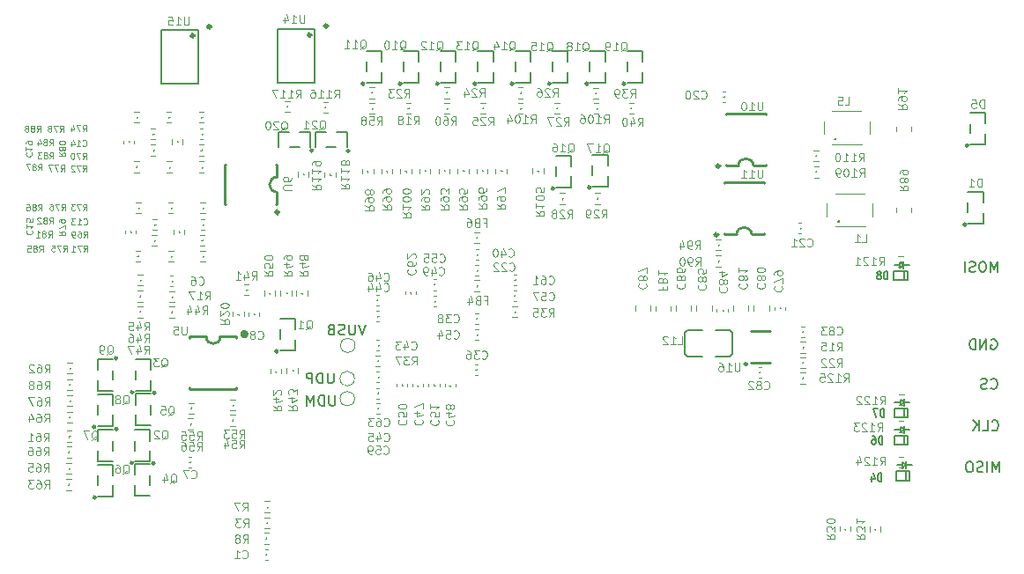
<source format=gbr>
%TF.GenerationSoftware,KiCad,Pcbnew,7.0.9*%
%TF.CreationDate,2025-05-07T10:44:47+08:00*%
%TF.ProjectId,HPM5300RDCRevB,48504d35-3330-4305-9244-43526576422e,REVC*%
%TF.SameCoordinates,Original*%
%TF.FileFunction,Legend,Bot*%
%TF.FilePolarity,Positive*%
%FSLAX46Y46*%
G04 Gerber Fmt 4.6, Leading zero omitted, Abs format (unit mm)*
G04 Created by KiCad (PCBNEW 7.0.9) date 2025-05-07 10:44:47*
%MOMM*%
%LPD*%
G01*
G04 APERTURE LIST*
%ADD10C,0.150000*%
%ADD11C,0.100000*%
%ADD12C,0.127000*%
%ADD13C,0.152400*%
%ADD14C,0.300000*%
%ADD15C,0.120000*%
%ADD16C,0.010000*%
%ADD17C,0.102000*%
%ADD18C,0.254000*%
%ADD19C,0.152000*%
%ADD20C,0.400000*%
G04 APERTURE END LIST*
D10*
X200541792Y-115964580D02*
X200589411Y-116012200D01*
X200589411Y-116012200D02*
X200732268Y-116059819D01*
X200732268Y-116059819D02*
X200827506Y-116059819D01*
X200827506Y-116059819D02*
X200970363Y-116012200D01*
X200970363Y-116012200D02*
X201065601Y-115916961D01*
X201065601Y-115916961D02*
X201113220Y-115821723D01*
X201113220Y-115821723D02*
X201160839Y-115631247D01*
X201160839Y-115631247D02*
X201160839Y-115488390D01*
X201160839Y-115488390D02*
X201113220Y-115297914D01*
X201113220Y-115297914D02*
X201065601Y-115202676D01*
X201065601Y-115202676D02*
X200970363Y-115107438D01*
X200970363Y-115107438D02*
X200827506Y-115059819D01*
X200827506Y-115059819D02*
X200732268Y-115059819D01*
X200732268Y-115059819D02*
X200589411Y-115107438D01*
X200589411Y-115107438D02*
X200541792Y-115155057D01*
X200160839Y-116012200D02*
X200017982Y-116059819D01*
X200017982Y-116059819D02*
X199779887Y-116059819D01*
X199779887Y-116059819D02*
X199684649Y-116012200D01*
X199684649Y-116012200D02*
X199637030Y-115964580D01*
X199637030Y-115964580D02*
X199589411Y-115869342D01*
X199589411Y-115869342D02*
X199589411Y-115774104D01*
X199589411Y-115774104D02*
X199637030Y-115678866D01*
X199637030Y-115678866D02*
X199684649Y-115631247D01*
X199684649Y-115631247D02*
X199779887Y-115583628D01*
X199779887Y-115583628D02*
X199970363Y-115536009D01*
X199970363Y-115536009D02*
X200065601Y-115488390D01*
X200065601Y-115488390D02*
X200113220Y-115440771D01*
X200113220Y-115440771D02*
X200160839Y-115345533D01*
X200160839Y-115345533D02*
X200160839Y-115250295D01*
X200160839Y-115250295D02*
X200113220Y-115155057D01*
X200113220Y-115155057D02*
X200065601Y-115107438D01*
X200065601Y-115107438D02*
X199970363Y-115059819D01*
X199970363Y-115059819D02*
X199732268Y-115059819D01*
X199732268Y-115059819D02*
X199589411Y-115107438D01*
X201343220Y-124049819D02*
X201343220Y-123049819D01*
X201343220Y-123049819D02*
X201009887Y-123764104D01*
X201009887Y-123764104D02*
X200676554Y-123049819D01*
X200676554Y-123049819D02*
X200676554Y-124049819D01*
X200200363Y-124049819D02*
X200200363Y-123049819D01*
X199771792Y-124002200D02*
X199628935Y-124049819D01*
X199628935Y-124049819D02*
X199390840Y-124049819D01*
X199390840Y-124049819D02*
X199295602Y-124002200D01*
X199295602Y-124002200D02*
X199247983Y-123954580D01*
X199247983Y-123954580D02*
X199200364Y-123859342D01*
X199200364Y-123859342D02*
X199200364Y-123764104D01*
X199200364Y-123764104D02*
X199247983Y-123668866D01*
X199247983Y-123668866D02*
X199295602Y-123621247D01*
X199295602Y-123621247D02*
X199390840Y-123573628D01*
X199390840Y-123573628D02*
X199581316Y-123526009D01*
X199581316Y-123526009D02*
X199676554Y-123478390D01*
X199676554Y-123478390D02*
X199724173Y-123430771D01*
X199724173Y-123430771D02*
X199771792Y-123335533D01*
X199771792Y-123335533D02*
X199771792Y-123240295D01*
X199771792Y-123240295D02*
X199724173Y-123145057D01*
X199724173Y-123145057D02*
X199676554Y-123097438D01*
X199676554Y-123097438D02*
X199581316Y-123049819D01*
X199581316Y-123049819D02*
X199343221Y-123049819D01*
X199343221Y-123049819D02*
X199200364Y-123097438D01*
X198581316Y-123049819D02*
X198390840Y-123049819D01*
X198390840Y-123049819D02*
X198295602Y-123097438D01*
X198295602Y-123097438D02*
X198200364Y-123192676D01*
X198200364Y-123192676D02*
X198152745Y-123383152D01*
X198152745Y-123383152D02*
X198152745Y-123716485D01*
X198152745Y-123716485D02*
X198200364Y-123906961D01*
X198200364Y-123906961D02*
X198295602Y-124002200D01*
X198295602Y-124002200D02*
X198390840Y-124049819D01*
X198390840Y-124049819D02*
X198581316Y-124049819D01*
X198581316Y-124049819D02*
X198676554Y-124002200D01*
X198676554Y-124002200D02*
X198771792Y-123906961D01*
X198771792Y-123906961D02*
X198819411Y-123716485D01*
X198819411Y-123716485D02*
X198819411Y-123383152D01*
X198819411Y-123383152D02*
X198771792Y-123192676D01*
X198771792Y-123192676D02*
X198676554Y-123097438D01*
X198676554Y-123097438D02*
X198581316Y-123049819D01*
X201173220Y-104809819D02*
X201173220Y-103809819D01*
X201173220Y-103809819D02*
X200839887Y-104524104D01*
X200839887Y-104524104D02*
X200506554Y-103809819D01*
X200506554Y-103809819D02*
X200506554Y-104809819D01*
X199839887Y-103809819D02*
X199649411Y-103809819D01*
X199649411Y-103809819D02*
X199554173Y-103857438D01*
X199554173Y-103857438D02*
X199458935Y-103952676D01*
X199458935Y-103952676D02*
X199411316Y-104143152D01*
X199411316Y-104143152D02*
X199411316Y-104476485D01*
X199411316Y-104476485D02*
X199458935Y-104666961D01*
X199458935Y-104666961D02*
X199554173Y-104762200D01*
X199554173Y-104762200D02*
X199649411Y-104809819D01*
X199649411Y-104809819D02*
X199839887Y-104809819D01*
X199839887Y-104809819D02*
X199935125Y-104762200D01*
X199935125Y-104762200D02*
X200030363Y-104666961D01*
X200030363Y-104666961D02*
X200077982Y-104476485D01*
X200077982Y-104476485D02*
X200077982Y-104143152D01*
X200077982Y-104143152D02*
X200030363Y-103952676D01*
X200030363Y-103952676D02*
X199935125Y-103857438D01*
X199935125Y-103857438D02*
X199839887Y-103809819D01*
X199030363Y-104762200D02*
X198887506Y-104809819D01*
X198887506Y-104809819D02*
X198649411Y-104809819D01*
X198649411Y-104809819D02*
X198554173Y-104762200D01*
X198554173Y-104762200D02*
X198506554Y-104714580D01*
X198506554Y-104714580D02*
X198458935Y-104619342D01*
X198458935Y-104619342D02*
X198458935Y-104524104D01*
X198458935Y-104524104D02*
X198506554Y-104428866D01*
X198506554Y-104428866D02*
X198554173Y-104381247D01*
X198554173Y-104381247D02*
X198649411Y-104333628D01*
X198649411Y-104333628D02*
X198839887Y-104286009D01*
X198839887Y-104286009D02*
X198935125Y-104238390D01*
X198935125Y-104238390D02*
X198982744Y-104190771D01*
X198982744Y-104190771D02*
X199030363Y-104095533D01*
X199030363Y-104095533D02*
X199030363Y-104000295D01*
X199030363Y-104000295D02*
X198982744Y-103905057D01*
X198982744Y-103905057D02*
X198935125Y-103857438D01*
X198935125Y-103857438D02*
X198839887Y-103809819D01*
X198839887Y-103809819D02*
X198601792Y-103809819D01*
X198601792Y-103809819D02*
X198458935Y-103857438D01*
X198030363Y-104809819D02*
X198030363Y-103809819D01*
X200651792Y-119974580D02*
X200699411Y-120022200D01*
X200699411Y-120022200D02*
X200842268Y-120069819D01*
X200842268Y-120069819D02*
X200937506Y-120069819D01*
X200937506Y-120069819D02*
X201080363Y-120022200D01*
X201080363Y-120022200D02*
X201175601Y-119926961D01*
X201175601Y-119926961D02*
X201223220Y-119831723D01*
X201223220Y-119831723D02*
X201270839Y-119641247D01*
X201270839Y-119641247D02*
X201270839Y-119498390D01*
X201270839Y-119498390D02*
X201223220Y-119307914D01*
X201223220Y-119307914D02*
X201175601Y-119212676D01*
X201175601Y-119212676D02*
X201080363Y-119117438D01*
X201080363Y-119117438D02*
X200937506Y-119069819D01*
X200937506Y-119069819D02*
X200842268Y-119069819D01*
X200842268Y-119069819D02*
X200699411Y-119117438D01*
X200699411Y-119117438D02*
X200651792Y-119165057D01*
X199747030Y-120069819D02*
X200223220Y-120069819D01*
X200223220Y-120069819D02*
X200223220Y-119069819D01*
X199413696Y-120069819D02*
X199413696Y-119069819D01*
X198842268Y-120069819D02*
X199270839Y-119498390D01*
X198842268Y-119069819D02*
X199413696Y-119641247D01*
X200569411Y-111317438D02*
X200664649Y-111269819D01*
X200664649Y-111269819D02*
X200807506Y-111269819D01*
X200807506Y-111269819D02*
X200950363Y-111317438D01*
X200950363Y-111317438D02*
X201045601Y-111412676D01*
X201045601Y-111412676D02*
X201093220Y-111507914D01*
X201093220Y-111507914D02*
X201140839Y-111698390D01*
X201140839Y-111698390D02*
X201140839Y-111841247D01*
X201140839Y-111841247D02*
X201093220Y-112031723D01*
X201093220Y-112031723D02*
X201045601Y-112126961D01*
X201045601Y-112126961D02*
X200950363Y-112222200D01*
X200950363Y-112222200D02*
X200807506Y-112269819D01*
X200807506Y-112269819D02*
X200712268Y-112269819D01*
X200712268Y-112269819D02*
X200569411Y-112222200D01*
X200569411Y-112222200D02*
X200521792Y-112174580D01*
X200521792Y-112174580D02*
X200521792Y-111841247D01*
X200521792Y-111841247D02*
X200712268Y-111841247D01*
X200093220Y-112269819D02*
X200093220Y-111269819D01*
X200093220Y-111269819D02*
X199521792Y-112269819D01*
X199521792Y-112269819D02*
X199521792Y-111269819D01*
X199045601Y-112269819D02*
X199045601Y-111269819D01*
X199045601Y-111269819D02*
X198807506Y-111269819D01*
X198807506Y-111269819D02*
X198664649Y-111317438D01*
X198664649Y-111317438D02*
X198569411Y-111412676D01*
X198569411Y-111412676D02*
X198521792Y-111507914D01*
X198521792Y-111507914D02*
X198474173Y-111698390D01*
X198474173Y-111698390D02*
X198474173Y-111841247D01*
X198474173Y-111841247D02*
X198521792Y-112031723D01*
X198521792Y-112031723D02*
X198569411Y-112126961D01*
X198569411Y-112126961D02*
X198664649Y-112222200D01*
X198664649Y-112222200D02*
X198807506Y-112269819D01*
X198807506Y-112269819D02*
X199045601Y-112269819D01*
D11*
X114136190Y-120951085D02*
X114212380Y-120912990D01*
X114212380Y-120912990D02*
X114288571Y-120836800D01*
X114288571Y-120836800D02*
X114402857Y-120722514D01*
X114402857Y-120722514D02*
X114479047Y-120684419D01*
X114479047Y-120684419D02*
X114555238Y-120684419D01*
X114517142Y-120874895D02*
X114593333Y-120836800D01*
X114593333Y-120836800D02*
X114669523Y-120760609D01*
X114669523Y-120760609D02*
X114707619Y-120608228D01*
X114707619Y-120608228D02*
X114707619Y-120341561D01*
X114707619Y-120341561D02*
X114669523Y-120189180D01*
X114669523Y-120189180D02*
X114593333Y-120112990D01*
X114593333Y-120112990D02*
X114517142Y-120074895D01*
X114517142Y-120074895D02*
X114364761Y-120074895D01*
X114364761Y-120074895D02*
X114288571Y-120112990D01*
X114288571Y-120112990D02*
X114212380Y-120189180D01*
X114212380Y-120189180D02*
X114174285Y-120341561D01*
X114174285Y-120341561D02*
X114174285Y-120608228D01*
X114174285Y-120608228D02*
X114212380Y-120760609D01*
X114212380Y-120760609D02*
X114288571Y-120836800D01*
X114288571Y-120836800D02*
X114364761Y-120874895D01*
X114364761Y-120874895D02*
X114517142Y-120874895D01*
X113907619Y-120074895D02*
X113374285Y-120074895D01*
X113374285Y-120074895D02*
X113717143Y-120874895D01*
X148694285Y-90664895D02*
X148960952Y-90283942D01*
X149151428Y-90664895D02*
X149151428Y-89864895D01*
X149151428Y-89864895D02*
X148846666Y-89864895D01*
X148846666Y-89864895D02*
X148770476Y-89902990D01*
X148770476Y-89902990D02*
X148732381Y-89941085D01*
X148732381Y-89941085D02*
X148694285Y-90017276D01*
X148694285Y-90017276D02*
X148694285Y-90131561D01*
X148694285Y-90131561D02*
X148732381Y-90207752D01*
X148732381Y-90207752D02*
X148770476Y-90245847D01*
X148770476Y-90245847D02*
X148846666Y-90283942D01*
X148846666Y-90283942D02*
X149151428Y-90283942D01*
X148008571Y-89864895D02*
X148160952Y-89864895D01*
X148160952Y-89864895D02*
X148237143Y-89902990D01*
X148237143Y-89902990D02*
X148275238Y-89941085D01*
X148275238Y-89941085D02*
X148351428Y-90055371D01*
X148351428Y-90055371D02*
X148389524Y-90207752D01*
X148389524Y-90207752D02*
X148389524Y-90512514D01*
X148389524Y-90512514D02*
X148351428Y-90588704D01*
X148351428Y-90588704D02*
X148313333Y-90626800D01*
X148313333Y-90626800D02*
X148237143Y-90664895D01*
X148237143Y-90664895D02*
X148084762Y-90664895D01*
X148084762Y-90664895D02*
X148008571Y-90626800D01*
X148008571Y-90626800D02*
X147970476Y-90588704D01*
X147970476Y-90588704D02*
X147932381Y-90512514D01*
X147932381Y-90512514D02*
X147932381Y-90322038D01*
X147932381Y-90322038D02*
X147970476Y-90245847D01*
X147970476Y-90245847D02*
X148008571Y-90207752D01*
X148008571Y-90207752D02*
X148084762Y-90169657D01*
X148084762Y-90169657D02*
X148237143Y-90169657D01*
X148237143Y-90169657D02*
X148313333Y-90207752D01*
X148313333Y-90207752D02*
X148351428Y-90245847D01*
X148351428Y-90245847D02*
X148389524Y-90322038D01*
X147437142Y-89864895D02*
X147360952Y-89864895D01*
X147360952Y-89864895D02*
X147284761Y-89902990D01*
X147284761Y-89902990D02*
X147246666Y-89941085D01*
X147246666Y-89941085D02*
X147208571Y-90017276D01*
X147208571Y-90017276D02*
X147170476Y-90169657D01*
X147170476Y-90169657D02*
X147170476Y-90360133D01*
X147170476Y-90360133D02*
X147208571Y-90512514D01*
X147208571Y-90512514D02*
X147246666Y-90588704D01*
X147246666Y-90588704D02*
X147284761Y-90626800D01*
X147284761Y-90626800D02*
X147360952Y-90664895D01*
X147360952Y-90664895D02*
X147437142Y-90664895D01*
X147437142Y-90664895D02*
X147513333Y-90626800D01*
X147513333Y-90626800D02*
X147551428Y-90588704D01*
X147551428Y-90588704D02*
X147589523Y-90512514D01*
X147589523Y-90512514D02*
X147627619Y-90360133D01*
X147627619Y-90360133D02*
X147627619Y-90169657D01*
X147627619Y-90169657D02*
X147589523Y-90017276D01*
X147589523Y-90017276D02*
X147551428Y-89941085D01*
X147551428Y-89941085D02*
X147513333Y-89902990D01*
X147513333Y-89902990D02*
X147437142Y-89864895D01*
X113375714Y-102832371D02*
X113575714Y-102546657D01*
X113718571Y-102832371D02*
X113718571Y-102232371D01*
X113718571Y-102232371D02*
X113490000Y-102232371D01*
X113490000Y-102232371D02*
X113432857Y-102260942D01*
X113432857Y-102260942D02*
X113404286Y-102289514D01*
X113404286Y-102289514D02*
X113375714Y-102346657D01*
X113375714Y-102346657D02*
X113375714Y-102432371D01*
X113375714Y-102432371D02*
X113404286Y-102489514D01*
X113404286Y-102489514D02*
X113432857Y-102518085D01*
X113432857Y-102518085D02*
X113490000Y-102546657D01*
X113490000Y-102546657D02*
X113718571Y-102546657D01*
X113175714Y-102232371D02*
X112775714Y-102232371D01*
X112775714Y-102232371D02*
X113032857Y-102832371D01*
X112232857Y-102832371D02*
X112575714Y-102832371D01*
X112404285Y-102832371D02*
X112404285Y-102232371D01*
X112404285Y-102232371D02*
X112461428Y-102318085D01*
X112461428Y-102318085D02*
X112518571Y-102375228D01*
X112518571Y-102375228D02*
X112575714Y-102403800D01*
X123733332Y-124588704D02*
X123771428Y-124626800D01*
X123771428Y-124626800D02*
X123885713Y-124664895D01*
X123885713Y-124664895D02*
X123961904Y-124664895D01*
X123961904Y-124664895D02*
X124076190Y-124626800D01*
X124076190Y-124626800D02*
X124152380Y-124550609D01*
X124152380Y-124550609D02*
X124190475Y-124474419D01*
X124190475Y-124474419D02*
X124228571Y-124322038D01*
X124228571Y-124322038D02*
X124228571Y-124207752D01*
X124228571Y-124207752D02*
X124190475Y-124055371D01*
X124190475Y-124055371D02*
X124152380Y-123979180D01*
X124152380Y-123979180D02*
X124076190Y-123902990D01*
X124076190Y-123902990D02*
X123961904Y-123864895D01*
X123961904Y-123864895D02*
X123885713Y-123864895D01*
X123885713Y-123864895D02*
X123771428Y-123902990D01*
X123771428Y-123902990D02*
X123733332Y-123941085D01*
X123466666Y-123864895D02*
X122933332Y-123864895D01*
X122933332Y-123864895D02*
X123276190Y-124664895D01*
X185764285Y-113939897D02*
X186030952Y-113558944D01*
X186221428Y-113939897D02*
X186221428Y-113139897D01*
X186221428Y-113139897D02*
X185916666Y-113139897D01*
X185916666Y-113139897D02*
X185840476Y-113177992D01*
X185840476Y-113177992D02*
X185802381Y-113216087D01*
X185802381Y-113216087D02*
X185764285Y-113292278D01*
X185764285Y-113292278D02*
X185764285Y-113406563D01*
X185764285Y-113406563D02*
X185802381Y-113482754D01*
X185802381Y-113482754D02*
X185840476Y-113520849D01*
X185840476Y-113520849D02*
X185916666Y-113558944D01*
X185916666Y-113558944D02*
X186221428Y-113558944D01*
X185459524Y-113216087D02*
X185421428Y-113177992D01*
X185421428Y-113177992D02*
X185345238Y-113139897D01*
X185345238Y-113139897D02*
X185154762Y-113139897D01*
X185154762Y-113139897D02*
X185078571Y-113177992D01*
X185078571Y-113177992D02*
X185040476Y-113216087D01*
X185040476Y-113216087D02*
X185002381Y-113292278D01*
X185002381Y-113292278D02*
X185002381Y-113368468D01*
X185002381Y-113368468D02*
X185040476Y-113482754D01*
X185040476Y-113482754D02*
X185497619Y-113939897D01*
X185497619Y-113939897D02*
X185002381Y-113939897D01*
X184697619Y-113216087D02*
X184659523Y-113177992D01*
X184659523Y-113177992D02*
X184583333Y-113139897D01*
X184583333Y-113139897D02*
X184392857Y-113139897D01*
X184392857Y-113139897D02*
X184316666Y-113177992D01*
X184316666Y-113177992D02*
X184278571Y-113216087D01*
X184278571Y-113216087D02*
X184240476Y-113292278D01*
X184240476Y-113292278D02*
X184240476Y-113368468D01*
X184240476Y-113368468D02*
X184278571Y-113482754D01*
X184278571Y-113482754D02*
X184735714Y-113939897D01*
X184735714Y-113939897D02*
X184240476Y-113939897D01*
X151424285Y-87954895D02*
X151690952Y-87573942D01*
X151881428Y-87954895D02*
X151881428Y-87154895D01*
X151881428Y-87154895D02*
X151576666Y-87154895D01*
X151576666Y-87154895D02*
X151500476Y-87192990D01*
X151500476Y-87192990D02*
X151462381Y-87231085D01*
X151462381Y-87231085D02*
X151424285Y-87307276D01*
X151424285Y-87307276D02*
X151424285Y-87421561D01*
X151424285Y-87421561D02*
X151462381Y-87497752D01*
X151462381Y-87497752D02*
X151500476Y-87535847D01*
X151500476Y-87535847D02*
X151576666Y-87573942D01*
X151576666Y-87573942D02*
X151881428Y-87573942D01*
X151119524Y-87231085D02*
X151081428Y-87192990D01*
X151081428Y-87192990D02*
X151005238Y-87154895D01*
X151005238Y-87154895D02*
X150814762Y-87154895D01*
X150814762Y-87154895D02*
X150738571Y-87192990D01*
X150738571Y-87192990D02*
X150700476Y-87231085D01*
X150700476Y-87231085D02*
X150662381Y-87307276D01*
X150662381Y-87307276D02*
X150662381Y-87383466D01*
X150662381Y-87383466D02*
X150700476Y-87497752D01*
X150700476Y-87497752D02*
X151157619Y-87954895D01*
X151157619Y-87954895D02*
X150662381Y-87954895D01*
X149976666Y-87421561D02*
X149976666Y-87954895D01*
X150167142Y-87116800D02*
X150357619Y-87688228D01*
X150357619Y-87688228D02*
X149862380Y-87688228D01*
X134743740Y-110327285D02*
X134819930Y-110289190D01*
X134819930Y-110289190D02*
X134896121Y-110213000D01*
X134896121Y-110213000D02*
X135010407Y-110098714D01*
X135010407Y-110098714D02*
X135086597Y-110060619D01*
X135086597Y-110060619D02*
X135162788Y-110060619D01*
X135124692Y-110251095D02*
X135200883Y-110213000D01*
X135200883Y-110213000D02*
X135277073Y-110136809D01*
X135277073Y-110136809D02*
X135315169Y-109984428D01*
X135315169Y-109984428D02*
X135315169Y-109717761D01*
X135315169Y-109717761D02*
X135277073Y-109565380D01*
X135277073Y-109565380D02*
X135200883Y-109489190D01*
X135200883Y-109489190D02*
X135124692Y-109451095D01*
X135124692Y-109451095D02*
X134972311Y-109451095D01*
X134972311Y-109451095D02*
X134896121Y-109489190D01*
X134896121Y-109489190D02*
X134819930Y-109565380D01*
X134819930Y-109565380D02*
X134781835Y-109717761D01*
X134781835Y-109717761D02*
X134781835Y-109984428D01*
X134781835Y-109984428D02*
X134819930Y-110136809D01*
X134819930Y-110136809D02*
X134896121Y-110213000D01*
X134896121Y-110213000D02*
X134972311Y-110251095D01*
X134972311Y-110251095D02*
X135124692Y-110251095D01*
X134019931Y-110251095D02*
X134477074Y-110251095D01*
X134248502Y-110251095D02*
X134248502Y-109451095D01*
X134248502Y-109451095D02*
X134324693Y-109565380D01*
X134324693Y-109565380D02*
X134400883Y-109641571D01*
X134400883Y-109641571D02*
X134477074Y-109679666D01*
X159869485Y-99634895D02*
X160136152Y-99253942D01*
X160326628Y-99634895D02*
X160326628Y-98834895D01*
X160326628Y-98834895D02*
X160021866Y-98834895D01*
X160021866Y-98834895D02*
X159945676Y-98872990D01*
X159945676Y-98872990D02*
X159907581Y-98911085D01*
X159907581Y-98911085D02*
X159869485Y-98987276D01*
X159869485Y-98987276D02*
X159869485Y-99101561D01*
X159869485Y-99101561D02*
X159907581Y-99177752D01*
X159907581Y-99177752D02*
X159945676Y-99215847D01*
X159945676Y-99215847D02*
X160021866Y-99253942D01*
X160021866Y-99253942D02*
X160326628Y-99253942D01*
X159564724Y-98911085D02*
X159526628Y-98872990D01*
X159526628Y-98872990D02*
X159450438Y-98834895D01*
X159450438Y-98834895D02*
X159259962Y-98834895D01*
X159259962Y-98834895D02*
X159183771Y-98872990D01*
X159183771Y-98872990D02*
X159145676Y-98911085D01*
X159145676Y-98911085D02*
X159107581Y-98987276D01*
X159107581Y-98987276D02*
X159107581Y-99063466D01*
X159107581Y-99063466D02*
X159145676Y-99177752D01*
X159145676Y-99177752D02*
X159602819Y-99634895D01*
X159602819Y-99634895D02*
X159107581Y-99634895D01*
X158650438Y-99177752D02*
X158726628Y-99139657D01*
X158726628Y-99139657D02*
X158764723Y-99101561D01*
X158764723Y-99101561D02*
X158802819Y-99025371D01*
X158802819Y-99025371D02*
X158802819Y-98987276D01*
X158802819Y-98987276D02*
X158764723Y-98911085D01*
X158764723Y-98911085D02*
X158726628Y-98872990D01*
X158726628Y-98872990D02*
X158650438Y-98834895D01*
X158650438Y-98834895D02*
X158498057Y-98834895D01*
X158498057Y-98834895D02*
X158421866Y-98872990D01*
X158421866Y-98872990D02*
X158383771Y-98911085D01*
X158383771Y-98911085D02*
X158345676Y-98987276D01*
X158345676Y-98987276D02*
X158345676Y-99025371D01*
X158345676Y-99025371D02*
X158383771Y-99101561D01*
X158383771Y-99101561D02*
X158421866Y-99139657D01*
X158421866Y-99139657D02*
X158498057Y-99177752D01*
X158498057Y-99177752D02*
X158650438Y-99177752D01*
X158650438Y-99177752D02*
X158726628Y-99215847D01*
X158726628Y-99215847D02*
X158764723Y-99253942D01*
X158764723Y-99253942D02*
X158802819Y-99330133D01*
X158802819Y-99330133D02*
X158802819Y-99482514D01*
X158802819Y-99482514D02*
X158764723Y-99558704D01*
X158764723Y-99558704D02*
X158726628Y-99596800D01*
X158726628Y-99596800D02*
X158650438Y-99634895D01*
X158650438Y-99634895D02*
X158498057Y-99634895D01*
X158498057Y-99634895D02*
X158421866Y-99596800D01*
X158421866Y-99596800D02*
X158383771Y-99558704D01*
X158383771Y-99558704D02*
X158345676Y-99482514D01*
X158345676Y-99482514D02*
X158345676Y-99330133D01*
X158345676Y-99330133D02*
X158383771Y-99253942D01*
X158383771Y-99253942D02*
X158421866Y-99215847D01*
X158421866Y-99215847D02*
X158498057Y-99177752D01*
X143989796Y-99085237D02*
X144370749Y-99351904D01*
X143989796Y-99542380D02*
X144789796Y-99542380D01*
X144789796Y-99542380D02*
X144789796Y-99237618D01*
X144789796Y-99237618D02*
X144751701Y-99161428D01*
X144751701Y-99161428D02*
X144713606Y-99123333D01*
X144713606Y-99123333D02*
X144637415Y-99085237D01*
X144637415Y-99085237D02*
X144523130Y-99085237D01*
X144523130Y-99085237D02*
X144446939Y-99123333D01*
X144446939Y-99123333D02*
X144408844Y-99161428D01*
X144408844Y-99161428D02*
X144370749Y-99237618D01*
X144370749Y-99237618D02*
X144370749Y-99542380D01*
X143989796Y-98323333D02*
X143989796Y-98780476D01*
X143989796Y-98551904D02*
X144789796Y-98551904D01*
X144789796Y-98551904D02*
X144675511Y-98628095D01*
X144675511Y-98628095D02*
X144599320Y-98704285D01*
X144599320Y-98704285D02*
X144561225Y-98780476D01*
X144789796Y-97828094D02*
X144789796Y-97751904D01*
X144789796Y-97751904D02*
X144751701Y-97675713D01*
X144751701Y-97675713D02*
X144713606Y-97637618D01*
X144713606Y-97637618D02*
X144637415Y-97599523D01*
X144637415Y-97599523D02*
X144485034Y-97561428D01*
X144485034Y-97561428D02*
X144294558Y-97561428D01*
X144294558Y-97561428D02*
X144142177Y-97599523D01*
X144142177Y-97599523D02*
X144065987Y-97637618D01*
X144065987Y-97637618D02*
X144027892Y-97675713D01*
X144027892Y-97675713D02*
X143989796Y-97751904D01*
X143989796Y-97751904D02*
X143989796Y-97828094D01*
X143989796Y-97828094D02*
X144027892Y-97904285D01*
X144027892Y-97904285D02*
X144065987Y-97942380D01*
X144065987Y-97942380D02*
X144142177Y-97980475D01*
X144142177Y-97980475D02*
X144294558Y-98018571D01*
X144294558Y-98018571D02*
X144485034Y-98018571D01*
X144485034Y-98018571D02*
X144637415Y-97980475D01*
X144637415Y-97980475D02*
X144713606Y-97942380D01*
X144713606Y-97942380D02*
X144751701Y-97904285D01*
X144751701Y-97904285D02*
X144789796Y-97828094D01*
X144789796Y-97066189D02*
X144789796Y-96989999D01*
X144789796Y-96989999D02*
X144751701Y-96913808D01*
X144751701Y-96913808D02*
X144713606Y-96875713D01*
X144713606Y-96875713D02*
X144637415Y-96837618D01*
X144637415Y-96837618D02*
X144485034Y-96799523D01*
X144485034Y-96799523D02*
X144294558Y-96799523D01*
X144294558Y-96799523D02*
X144142177Y-96837618D01*
X144142177Y-96837618D02*
X144065987Y-96875713D01*
X144065987Y-96875713D02*
X144027892Y-96913808D01*
X144027892Y-96913808D02*
X143989796Y-96989999D01*
X143989796Y-96989999D02*
X143989796Y-97066189D01*
X143989796Y-97066189D02*
X144027892Y-97142380D01*
X144027892Y-97142380D02*
X144065987Y-97180475D01*
X144065987Y-97180475D02*
X144142177Y-97218570D01*
X144142177Y-97218570D02*
X144294558Y-97256666D01*
X144294558Y-97256666D02*
X144485034Y-97256666D01*
X144485034Y-97256666D02*
X144637415Y-97218570D01*
X144637415Y-97218570D02*
X144713606Y-97180475D01*
X144713606Y-97180475D02*
X144751701Y-97142380D01*
X144751701Y-97142380D02*
X144789796Y-97066189D01*
X142214285Y-105588704D02*
X142252381Y-105626800D01*
X142252381Y-105626800D02*
X142366666Y-105664895D01*
X142366666Y-105664895D02*
X142442857Y-105664895D01*
X142442857Y-105664895D02*
X142557143Y-105626800D01*
X142557143Y-105626800D02*
X142633333Y-105550609D01*
X142633333Y-105550609D02*
X142671428Y-105474419D01*
X142671428Y-105474419D02*
X142709524Y-105322038D01*
X142709524Y-105322038D02*
X142709524Y-105207752D01*
X142709524Y-105207752D02*
X142671428Y-105055371D01*
X142671428Y-105055371D02*
X142633333Y-104979180D01*
X142633333Y-104979180D02*
X142557143Y-104902990D01*
X142557143Y-104902990D02*
X142442857Y-104864895D01*
X142442857Y-104864895D02*
X142366666Y-104864895D01*
X142366666Y-104864895D02*
X142252381Y-104902990D01*
X142252381Y-104902990D02*
X142214285Y-104941085D01*
X141528571Y-105131561D02*
X141528571Y-105664895D01*
X141719047Y-104826800D02*
X141909524Y-105398228D01*
X141909524Y-105398228D02*
X141414285Y-105398228D01*
X140766666Y-104864895D02*
X140919047Y-104864895D01*
X140919047Y-104864895D02*
X140995238Y-104902990D01*
X140995238Y-104902990D02*
X141033333Y-104941085D01*
X141033333Y-104941085D02*
X141109523Y-105055371D01*
X141109523Y-105055371D02*
X141147619Y-105207752D01*
X141147619Y-105207752D02*
X141147619Y-105512514D01*
X141147619Y-105512514D02*
X141109523Y-105588704D01*
X141109523Y-105588704D02*
X141071428Y-105626800D01*
X141071428Y-105626800D02*
X140995238Y-105664895D01*
X140995238Y-105664895D02*
X140842857Y-105664895D01*
X140842857Y-105664895D02*
X140766666Y-105626800D01*
X140766666Y-105626800D02*
X140728571Y-105588704D01*
X140728571Y-105588704D02*
X140690476Y-105512514D01*
X140690476Y-105512514D02*
X140690476Y-105322038D01*
X140690476Y-105322038D02*
X140728571Y-105245847D01*
X140728571Y-105245847D02*
X140766666Y-105207752D01*
X140766666Y-105207752D02*
X140842857Y-105169657D01*
X140842857Y-105169657D02*
X140995238Y-105169657D01*
X140995238Y-105169657D02*
X141071428Y-105207752D01*
X141071428Y-105207752D02*
X141109523Y-105245847D01*
X141109523Y-105245847D02*
X141147619Y-105322038D01*
X109005714Y-98892371D02*
X109205714Y-98606657D01*
X109348571Y-98892371D02*
X109348571Y-98292371D01*
X109348571Y-98292371D02*
X109120000Y-98292371D01*
X109120000Y-98292371D02*
X109062857Y-98320942D01*
X109062857Y-98320942D02*
X109034286Y-98349514D01*
X109034286Y-98349514D02*
X109005714Y-98406657D01*
X109005714Y-98406657D02*
X109005714Y-98492371D01*
X109005714Y-98492371D02*
X109034286Y-98549514D01*
X109034286Y-98549514D02*
X109062857Y-98578085D01*
X109062857Y-98578085D02*
X109120000Y-98606657D01*
X109120000Y-98606657D02*
X109348571Y-98606657D01*
X108662857Y-98549514D02*
X108720000Y-98520942D01*
X108720000Y-98520942D02*
X108748571Y-98492371D01*
X108748571Y-98492371D02*
X108777143Y-98435228D01*
X108777143Y-98435228D02*
X108777143Y-98406657D01*
X108777143Y-98406657D02*
X108748571Y-98349514D01*
X108748571Y-98349514D02*
X108720000Y-98320942D01*
X108720000Y-98320942D02*
X108662857Y-98292371D01*
X108662857Y-98292371D02*
X108548571Y-98292371D01*
X108548571Y-98292371D02*
X108491429Y-98320942D01*
X108491429Y-98320942D02*
X108462857Y-98349514D01*
X108462857Y-98349514D02*
X108434286Y-98406657D01*
X108434286Y-98406657D02*
X108434286Y-98435228D01*
X108434286Y-98435228D02*
X108462857Y-98492371D01*
X108462857Y-98492371D02*
X108491429Y-98520942D01*
X108491429Y-98520942D02*
X108548571Y-98549514D01*
X108548571Y-98549514D02*
X108662857Y-98549514D01*
X108662857Y-98549514D02*
X108720000Y-98578085D01*
X108720000Y-98578085D02*
X108748571Y-98606657D01*
X108748571Y-98606657D02*
X108777143Y-98663800D01*
X108777143Y-98663800D02*
X108777143Y-98778085D01*
X108777143Y-98778085D02*
X108748571Y-98835228D01*
X108748571Y-98835228D02*
X108720000Y-98863800D01*
X108720000Y-98863800D02*
X108662857Y-98892371D01*
X108662857Y-98892371D02*
X108548571Y-98892371D01*
X108548571Y-98892371D02*
X108491429Y-98863800D01*
X108491429Y-98863800D02*
X108462857Y-98835228D01*
X108462857Y-98835228D02*
X108434286Y-98778085D01*
X108434286Y-98778085D02*
X108434286Y-98663800D01*
X108434286Y-98663800D02*
X108462857Y-98606657D01*
X108462857Y-98606657D02*
X108491429Y-98578085D01*
X108491429Y-98578085D02*
X108548571Y-98549514D01*
X107920000Y-98292371D02*
X108034285Y-98292371D01*
X108034285Y-98292371D02*
X108091428Y-98320942D01*
X108091428Y-98320942D02*
X108120000Y-98349514D01*
X108120000Y-98349514D02*
X108177142Y-98435228D01*
X108177142Y-98435228D02*
X108205714Y-98549514D01*
X108205714Y-98549514D02*
X108205714Y-98778085D01*
X108205714Y-98778085D02*
X108177142Y-98835228D01*
X108177142Y-98835228D02*
X108148571Y-98863800D01*
X108148571Y-98863800D02*
X108091428Y-98892371D01*
X108091428Y-98892371D02*
X107977142Y-98892371D01*
X107977142Y-98892371D02*
X107920000Y-98863800D01*
X107920000Y-98863800D02*
X107891428Y-98835228D01*
X107891428Y-98835228D02*
X107862857Y-98778085D01*
X107862857Y-98778085D02*
X107862857Y-98635228D01*
X107862857Y-98635228D02*
X107891428Y-98578085D01*
X107891428Y-98578085D02*
X107920000Y-98549514D01*
X107920000Y-98549514D02*
X107977142Y-98520942D01*
X107977142Y-98520942D02*
X108091428Y-98520942D01*
X108091428Y-98520942D02*
X108148571Y-98549514D01*
X108148571Y-98549514D02*
X108177142Y-98578085D01*
X108177142Y-98578085D02*
X108205714Y-98635228D01*
X186395237Y-115356563D02*
X186661904Y-114975610D01*
X186852380Y-115356563D02*
X186852380Y-114556563D01*
X186852380Y-114556563D02*
X186547618Y-114556563D01*
X186547618Y-114556563D02*
X186471428Y-114594658D01*
X186471428Y-114594658D02*
X186433333Y-114632753D01*
X186433333Y-114632753D02*
X186395237Y-114708944D01*
X186395237Y-114708944D02*
X186395237Y-114823229D01*
X186395237Y-114823229D02*
X186433333Y-114899420D01*
X186433333Y-114899420D02*
X186471428Y-114937515D01*
X186471428Y-114937515D02*
X186547618Y-114975610D01*
X186547618Y-114975610D02*
X186852380Y-114975610D01*
X185633333Y-115356563D02*
X186090476Y-115356563D01*
X185861904Y-115356563D02*
X185861904Y-114556563D01*
X185861904Y-114556563D02*
X185938095Y-114670848D01*
X185938095Y-114670848D02*
X186014285Y-114747039D01*
X186014285Y-114747039D02*
X186090476Y-114785134D01*
X185328571Y-114632753D02*
X185290475Y-114594658D01*
X185290475Y-114594658D02*
X185214285Y-114556563D01*
X185214285Y-114556563D02*
X185023809Y-114556563D01*
X185023809Y-114556563D02*
X184947618Y-114594658D01*
X184947618Y-114594658D02*
X184909523Y-114632753D01*
X184909523Y-114632753D02*
X184871428Y-114708944D01*
X184871428Y-114708944D02*
X184871428Y-114785134D01*
X184871428Y-114785134D02*
X184909523Y-114899420D01*
X184909523Y-114899420D02*
X185366666Y-115356563D01*
X185366666Y-115356563D02*
X184871428Y-115356563D01*
X184147618Y-114556563D02*
X184528570Y-114556563D01*
X184528570Y-114556563D02*
X184566666Y-114937515D01*
X184566666Y-114937515D02*
X184528570Y-114899420D01*
X184528570Y-114899420D02*
X184452380Y-114861325D01*
X184452380Y-114861325D02*
X184261904Y-114861325D01*
X184261904Y-114861325D02*
X184185713Y-114899420D01*
X184185713Y-114899420D02*
X184147618Y-114937515D01*
X184147618Y-114937515D02*
X184109523Y-115013706D01*
X184109523Y-115013706D02*
X184109523Y-115204182D01*
X184109523Y-115204182D02*
X184147618Y-115280372D01*
X184147618Y-115280372D02*
X184185713Y-115318468D01*
X184185713Y-115318468D02*
X184261904Y-115356563D01*
X184261904Y-115356563D02*
X184452380Y-115356563D01*
X184452380Y-115356563D02*
X184528570Y-115318468D01*
X184528570Y-115318468D02*
X184566666Y-115280372D01*
X144869485Y-112208704D02*
X144907581Y-112246800D01*
X144907581Y-112246800D02*
X145021866Y-112284895D01*
X145021866Y-112284895D02*
X145098057Y-112284895D01*
X145098057Y-112284895D02*
X145212343Y-112246800D01*
X145212343Y-112246800D02*
X145288533Y-112170609D01*
X145288533Y-112170609D02*
X145326628Y-112094419D01*
X145326628Y-112094419D02*
X145364724Y-111942038D01*
X145364724Y-111942038D02*
X145364724Y-111827752D01*
X145364724Y-111827752D02*
X145326628Y-111675371D01*
X145326628Y-111675371D02*
X145288533Y-111599180D01*
X145288533Y-111599180D02*
X145212343Y-111522990D01*
X145212343Y-111522990D02*
X145098057Y-111484895D01*
X145098057Y-111484895D02*
X145021866Y-111484895D01*
X145021866Y-111484895D02*
X144907581Y-111522990D01*
X144907581Y-111522990D02*
X144869485Y-111561085D01*
X144183771Y-111751561D02*
X144183771Y-112284895D01*
X144374247Y-111446800D02*
X144564724Y-112018228D01*
X144564724Y-112018228D02*
X144069485Y-112018228D01*
X143840914Y-111484895D02*
X143345676Y-111484895D01*
X143345676Y-111484895D02*
X143612342Y-111789657D01*
X143612342Y-111789657D02*
X143498057Y-111789657D01*
X143498057Y-111789657D02*
X143421866Y-111827752D01*
X143421866Y-111827752D02*
X143383771Y-111865847D01*
X143383771Y-111865847D02*
X143345676Y-111942038D01*
X143345676Y-111942038D02*
X143345676Y-112132514D01*
X143345676Y-112132514D02*
X143383771Y-112208704D01*
X143383771Y-112208704D02*
X143421866Y-112246800D01*
X143421866Y-112246800D02*
X143498057Y-112284895D01*
X143498057Y-112284895D02*
X143726628Y-112284895D01*
X143726628Y-112284895D02*
X143802819Y-112246800D01*
X143802819Y-112246800D02*
X143840914Y-112208704D01*
X191635104Y-88654285D02*
X192016057Y-88920952D01*
X191635104Y-89111428D02*
X192435104Y-89111428D01*
X192435104Y-89111428D02*
X192435104Y-88806666D01*
X192435104Y-88806666D02*
X192397009Y-88730476D01*
X192397009Y-88730476D02*
X192358914Y-88692381D01*
X192358914Y-88692381D02*
X192282723Y-88654285D01*
X192282723Y-88654285D02*
X192168438Y-88654285D01*
X192168438Y-88654285D02*
X192092247Y-88692381D01*
X192092247Y-88692381D02*
X192054152Y-88730476D01*
X192054152Y-88730476D02*
X192016057Y-88806666D01*
X192016057Y-88806666D02*
X192016057Y-89111428D01*
X191635104Y-88273333D02*
X191635104Y-88120952D01*
X191635104Y-88120952D02*
X191673200Y-88044762D01*
X191673200Y-88044762D02*
X191711295Y-88006666D01*
X191711295Y-88006666D02*
X191825580Y-87930476D01*
X191825580Y-87930476D02*
X191977961Y-87892381D01*
X191977961Y-87892381D02*
X192282723Y-87892381D01*
X192282723Y-87892381D02*
X192358914Y-87930476D01*
X192358914Y-87930476D02*
X192397009Y-87968571D01*
X192397009Y-87968571D02*
X192435104Y-88044762D01*
X192435104Y-88044762D02*
X192435104Y-88197143D01*
X192435104Y-88197143D02*
X192397009Y-88273333D01*
X192397009Y-88273333D02*
X192358914Y-88311428D01*
X192358914Y-88311428D02*
X192282723Y-88349524D01*
X192282723Y-88349524D02*
X192092247Y-88349524D01*
X192092247Y-88349524D02*
X192016057Y-88311428D01*
X192016057Y-88311428D02*
X191977961Y-88273333D01*
X191977961Y-88273333D02*
X191939866Y-88197143D01*
X191939866Y-88197143D02*
X191939866Y-88044762D01*
X191939866Y-88044762D02*
X191977961Y-87968571D01*
X191977961Y-87968571D02*
X192016057Y-87930476D01*
X192016057Y-87930476D02*
X192092247Y-87892381D01*
X191635104Y-87130476D02*
X191635104Y-87587619D01*
X191635104Y-87359047D02*
X192435104Y-87359047D01*
X192435104Y-87359047D02*
X192320819Y-87435238D01*
X192320819Y-87435238D02*
X192244628Y-87511428D01*
X192244628Y-87511428D02*
X192206533Y-87587619D01*
X110115714Y-93912371D02*
X110315714Y-93626657D01*
X110458571Y-93912371D02*
X110458571Y-93312371D01*
X110458571Y-93312371D02*
X110230000Y-93312371D01*
X110230000Y-93312371D02*
X110172857Y-93340942D01*
X110172857Y-93340942D02*
X110144286Y-93369514D01*
X110144286Y-93369514D02*
X110115714Y-93426657D01*
X110115714Y-93426657D02*
X110115714Y-93512371D01*
X110115714Y-93512371D02*
X110144286Y-93569514D01*
X110144286Y-93569514D02*
X110172857Y-93598085D01*
X110172857Y-93598085D02*
X110230000Y-93626657D01*
X110230000Y-93626657D02*
X110458571Y-93626657D01*
X109772857Y-93569514D02*
X109830000Y-93540942D01*
X109830000Y-93540942D02*
X109858571Y-93512371D01*
X109858571Y-93512371D02*
X109887143Y-93455228D01*
X109887143Y-93455228D02*
X109887143Y-93426657D01*
X109887143Y-93426657D02*
X109858571Y-93369514D01*
X109858571Y-93369514D02*
X109830000Y-93340942D01*
X109830000Y-93340942D02*
X109772857Y-93312371D01*
X109772857Y-93312371D02*
X109658571Y-93312371D01*
X109658571Y-93312371D02*
X109601429Y-93340942D01*
X109601429Y-93340942D02*
X109572857Y-93369514D01*
X109572857Y-93369514D02*
X109544286Y-93426657D01*
X109544286Y-93426657D02*
X109544286Y-93455228D01*
X109544286Y-93455228D02*
X109572857Y-93512371D01*
X109572857Y-93512371D02*
X109601429Y-93540942D01*
X109601429Y-93540942D02*
X109658571Y-93569514D01*
X109658571Y-93569514D02*
X109772857Y-93569514D01*
X109772857Y-93569514D02*
X109830000Y-93598085D01*
X109830000Y-93598085D02*
X109858571Y-93626657D01*
X109858571Y-93626657D02*
X109887143Y-93683800D01*
X109887143Y-93683800D02*
X109887143Y-93798085D01*
X109887143Y-93798085D02*
X109858571Y-93855228D01*
X109858571Y-93855228D02*
X109830000Y-93883800D01*
X109830000Y-93883800D02*
X109772857Y-93912371D01*
X109772857Y-93912371D02*
X109658571Y-93912371D01*
X109658571Y-93912371D02*
X109601429Y-93883800D01*
X109601429Y-93883800D02*
X109572857Y-93855228D01*
X109572857Y-93855228D02*
X109544286Y-93798085D01*
X109544286Y-93798085D02*
X109544286Y-93683800D01*
X109544286Y-93683800D02*
X109572857Y-93626657D01*
X109572857Y-93626657D02*
X109601429Y-93598085D01*
X109601429Y-93598085D02*
X109658571Y-93569514D01*
X109344285Y-93312371D02*
X108972857Y-93312371D01*
X108972857Y-93312371D02*
X109172857Y-93540942D01*
X109172857Y-93540942D02*
X109087142Y-93540942D01*
X109087142Y-93540942D02*
X109030000Y-93569514D01*
X109030000Y-93569514D02*
X109001428Y-93598085D01*
X109001428Y-93598085D02*
X108972857Y-93655228D01*
X108972857Y-93655228D02*
X108972857Y-93798085D01*
X108972857Y-93798085D02*
X109001428Y-93855228D01*
X109001428Y-93855228D02*
X109030000Y-93883800D01*
X109030000Y-93883800D02*
X109087142Y-93912371D01*
X109087142Y-93912371D02*
X109258571Y-93912371D01*
X109258571Y-93912371D02*
X109315714Y-93883800D01*
X109315714Y-93883800D02*
X109344285Y-93855228D01*
X148939485Y-109598704D02*
X148977581Y-109636800D01*
X148977581Y-109636800D02*
X149091866Y-109674895D01*
X149091866Y-109674895D02*
X149168057Y-109674895D01*
X149168057Y-109674895D02*
X149282343Y-109636800D01*
X149282343Y-109636800D02*
X149358533Y-109560609D01*
X149358533Y-109560609D02*
X149396628Y-109484419D01*
X149396628Y-109484419D02*
X149434724Y-109332038D01*
X149434724Y-109332038D02*
X149434724Y-109217752D01*
X149434724Y-109217752D02*
X149396628Y-109065371D01*
X149396628Y-109065371D02*
X149358533Y-108989180D01*
X149358533Y-108989180D02*
X149282343Y-108912990D01*
X149282343Y-108912990D02*
X149168057Y-108874895D01*
X149168057Y-108874895D02*
X149091866Y-108874895D01*
X149091866Y-108874895D02*
X148977581Y-108912990D01*
X148977581Y-108912990D02*
X148939485Y-108951085D01*
X148672819Y-108874895D02*
X148177581Y-108874895D01*
X148177581Y-108874895D02*
X148444247Y-109179657D01*
X148444247Y-109179657D02*
X148329962Y-109179657D01*
X148329962Y-109179657D02*
X148253771Y-109217752D01*
X148253771Y-109217752D02*
X148215676Y-109255847D01*
X148215676Y-109255847D02*
X148177581Y-109332038D01*
X148177581Y-109332038D02*
X148177581Y-109522514D01*
X148177581Y-109522514D02*
X148215676Y-109598704D01*
X148215676Y-109598704D02*
X148253771Y-109636800D01*
X148253771Y-109636800D02*
X148329962Y-109674895D01*
X148329962Y-109674895D02*
X148558533Y-109674895D01*
X148558533Y-109674895D02*
X148634724Y-109636800D01*
X148634724Y-109636800D02*
X148672819Y-109598704D01*
X147720438Y-109217752D02*
X147796628Y-109179657D01*
X147796628Y-109179657D02*
X147834723Y-109141561D01*
X147834723Y-109141561D02*
X147872819Y-109065371D01*
X147872819Y-109065371D02*
X147872819Y-109027276D01*
X147872819Y-109027276D02*
X147834723Y-108951085D01*
X147834723Y-108951085D02*
X147796628Y-108912990D01*
X147796628Y-108912990D02*
X147720438Y-108874895D01*
X147720438Y-108874895D02*
X147568057Y-108874895D01*
X147568057Y-108874895D02*
X147491866Y-108912990D01*
X147491866Y-108912990D02*
X147453771Y-108951085D01*
X147453771Y-108951085D02*
X147415676Y-109027276D01*
X147415676Y-109027276D02*
X147415676Y-109065371D01*
X147415676Y-109065371D02*
X147453771Y-109141561D01*
X147453771Y-109141561D02*
X147491866Y-109179657D01*
X147491866Y-109179657D02*
X147568057Y-109217752D01*
X147568057Y-109217752D02*
X147720438Y-109217752D01*
X147720438Y-109217752D02*
X147796628Y-109255847D01*
X147796628Y-109255847D02*
X147834723Y-109293942D01*
X147834723Y-109293942D02*
X147872819Y-109370133D01*
X147872819Y-109370133D02*
X147872819Y-109522514D01*
X147872819Y-109522514D02*
X147834723Y-109598704D01*
X147834723Y-109598704D02*
X147796628Y-109636800D01*
X147796628Y-109636800D02*
X147720438Y-109674895D01*
X147720438Y-109674895D02*
X147568057Y-109674895D01*
X147568057Y-109674895D02*
X147491866Y-109636800D01*
X147491866Y-109636800D02*
X147453771Y-109598704D01*
X147453771Y-109598704D02*
X147415676Y-109522514D01*
X147415676Y-109522514D02*
X147415676Y-109370133D01*
X147415676Y-109370133D02*
X147453771Y-109293942D01*
X147453771Y-109293942D02*
X147491866Y-109255847D01*
X147491866Y-109255847D02*
X147568057Y-109217752D01*
X125059485Y-107464895D02*
X125326152Y-107083942D01*
X125516628Y-107464895D02*
X125516628Y-106664895D01*
X125516628Y-106664895D02*
X125211866Y-106664895D01*
X125211866Y-106664895D02*
X125135676Y-106702990D01*
X125135676Y-106702990D02*
X125097581Y-106741085D01*
X125097581Y-106741085D02*
X125059485Y-106817276D01*
X125059485Y-106817276D02*
X125059485Y-106931561D01*
X125059485Y-106931561D02*
X125097581Y-107007752D01*
X125097581Y-107007752D02*
X125135676Y-107045847D01*
X125135676Y-107045847D02*
X125211866Y-107083942D01*
X125211866Y-107083942D02*
X125516628Y-107083942D01*
X124297581Y-107464895D02*
X124754724Y-107464895D01*
X124526152Y-107464895D02*
X124526152Y-106664895D01*
X124526152Y-106664895D02*
X124602343Y-106779180D01*
X124602343Y-106779180D02*
X124678533Y-106855371D01*
X124678533Y-106855371D02*
X124754724Y-106893466D01*
X124030914Y-106664895D02*
X123497580Y-106664895D01*
X123497580Y-106664895D02*
X123840438Y-107464895D01*
X142184285Y-122258704D02*
X142222381Y-122296800D01*
X142222381Y-122296800D02*
X142336666Y-122334895D01*
X142336666Y-122334895D02*
X142412857Y-122334895D01*
X142412857Y-122334895D02*
X142527143Y-122296800D01*
X142527143Y-122296800D02*
X142603333Y-122220609D01*
X142603333Y-122220609D02*
X142641428Y-122144419D01*
X142641428Y-122144419D02*
X142679524Y-121992038D01*
X142679524Y-121992038D02*
X142679524Y-121877752D01*
X142679524Y-121877752D02*
X142641428Y-121725371D01*
X142641428Y-121725371D02*
X142603333Y-121649180D01*
X142603333Y-121649180D02*
X142527143Y-121572990D01*
X142527143Y-121572990D02*
X142412857Y-121534895D01*
X142412857Y-121534895D02*
X142336666Y-121534895D01*
X142336666Y-121534895D02*
X142222381Y-121572990D01*
X142222381Y-121572990D02*
X142184285Y-121611085D01*
X141460476Y-121534895D02*
X141841428Y-121534895D01*
X141841428Y-121534895D02*
X141879524Y-121915847D01*
X141879524Y-121915847D02*
X141841428Y-121877752D01*
X141841428Y-121877752D02*
X141765238Y-121839657D01*
X141765238Y-121839657D02*
X141574762Y-121839657D01*
X141574762Y-121839657D02*
X141498571Y-121877752D01*
X141498571Y-121877752D02*
X141460476Y-121915847D01*
X141460476Y-121915847D02*
X141422381Y-121992038D01*
X141422381Y-121992038D02*
X141422381Y-122182514D01*
X141422381Y-122182514D02*
X141460476Y-122258704D01*
X141460476Y-122258704D02*
X141498571Y-122296800D01*
X141498571Y-122296800D02*
X141574762Y-122334895D01*
X141574762Y-122334895D02*
X141765238Y-122334895D01*
X141765238Y-122334895D02*
X141841428Y-122296800D01*
X141841428Y-122296800D02*
X141879524Y-122258704D01*
X141041428Y-122334895D02*
X140889047Y-122334895D01*
X140889047Y-122334895D02*
X140812857Y-122296800D01*
X140812857Y-122296800D02*
X140774761Y-122258704D01*
X140774761Y-122258704D02*
X140698571Y-122144419D01*
X140698571Y-122144419D02*
X140660476Y-121992038D01*
X140660476Y-121992038D02*
X140660476Y-121687276D01*
X140660476Y-121687276D02*
X140698571Y-121611085D01*
X140698571Y-121611085D02*
X140736666Y-121572990D01*
X140736666Y-121572990D02*
X140812857Y-121534895D01*
X140812857Y-121534895D02*
X140965238Y-121534895D01*
X140965238Y-121534895D02*
X141041428Y-121572990D01*
X141041428Y-121572990D02*
X141079523Y-121611085D01*
X141079523Y-121611085D02*
X141117619Y-121687276D01*
X141117619Y-121687276D02*
X141117619Y-121877752D01*
X141117619Y-121877752D02*
X141079523Y-121953942D01*
X141079523Y-121953942D02*
X141041428Y-121992038D01*
X141041428Y-121992038D02*
X140965238Y-122030133D01*
X140965238Y-122030133D02*
X140812857Y-122030133D01*
X140812857Y-122030133D02*
X140736666Y-121992038D01*
X140736666Y-121992038D02*
X140698571Y-121953942D01*
X140698571Y-121953942D02*
X140660476Y-121877752D01*
X110997628Y-93335714D02*
X111283342Y-93535714D01*
X110997628Y-93678571D02*
X111597628Y-93678571D01*
X111597628Y-93678571D02*
X111597628Y-93450000D01*
X111597628Y-93450000D02*
X111569057Y-93392857D01*
X111569057Y-93392857D02*
X111540485Y-93364286D01*
X111540485Y-93364286D02*
X111483342Y-93335714D01*
X111483342Y-93335714D02*
X111397628Y-93335714D01*
X111397628Y-93335714D02*
X111340485Y-93364286D01*
X111340485Y-93364286D02*
X111311914Y-93392857D01*
X111311914Y-93392857D02*
X111283342Y-93450000D01*
X111283342Y-93450000D02*
X111283342Y-93678571D01*
X111340485Y-92992857D02*
X111369057Y-93050000D01*
X111369057Y-93050000D02*
X111397628Y-93078571D01*
X111397628Y-93078571D02*
X111454771Y-93107143D01*
X111454771Y-93107143D02*
X111483342Y-93107143D01*
X111483342Y-93107143D02*
X111540485Y-93078571D01*
X111540485Y-93078571D02*
X111569057Y-93050000D01*
X111569057Y-93050000D02*
X111597628Y-92992857D01*
X111597628Y-92992857D02*
X111597628Y-92878571D01*
X111597628Y-92878571D02*
X111569057Y-92821429D01*
X111569057Y-92821429D02*
X111540485Y-92792857D01*
X111540485Y-92792857D02*
X111483342Y-92764286D01*
X111483342Y-92764286D02*
X111454771Y-92764286D01*
X111454771Y-92764286D02*
X111397628Y-92792857D01*
X111397628Y-92792857D02*
X111369057Y-92821429D01*
X111369057Y-92821429D02*
X111340485Y-92878571D01*
X111340485Y-92878571D02*
X111340485Y-92992857D01*
X111340485Y-92992857D02*
X111311914Y-93050000D01*
X111311914Y-93050000D02*
X111283342Y-93078571D01*
X111283342Y-93078571D02*
X111226200Y-93107143D01*
X111226200Y-93107143D02*
X111111914Y-93107143D01*
X111111914Y-93107143D02*
X111054771Y-93078571D01*
X111054771Y-93078571D02*
X111026200Y-93050000D01*
X111026200Y-93050000D02*
X110997628Y-92992857D01*
X110997628Y-92992857D02*
X110997628Y-92878571D01*
X110997628Y-92878571D02*
X111026200Y-92821429D01*
X111026200Y-92821429D02*
X111054771Y-92792857D01*
X111054771Y-92792857D02*
X111111914Y-92764286D01*
X111111914Y-92764286D02*
X111226200Y-92764286D01*
X111226200Y-92764286D02*
X111283342Y-92792857D01*
X111283342Y-92792857D02*
X111311914Y-92821429D01*
X111311914Y-92821429D02*
X111340485Y-92878571D01*
X111597628Y-92392857D02*
X111597628Y-92335714D01*
X111597628Y-92335714D02*
X111569057Y-92278571D01*
X111569057Y-92278571D02*
X111540485Y-92250000D01*
X111540485Y-92250000D02*
X111483342Y-92221428D01*
X111483342Y-92221428D02*
X111369057Y-92192857D01*
X111369057Y-92192857D02*
X111226200Y-92192857D01*
X111226200Y-92192857D02*
X111111914Y-92221428D01*
X111111914Y-92221428D02*
X111054771Y-92250000D01*
X111054771Y-92250000D02*
X111026200Y-92278571D01*
X111026200Y-92278571D02*
X110997628Y-92335714D01*
X110997628Y-92335714D02*
X110997628Y-92392857D01*
X110997628Y-92392857D02*
X111026200Y-92450000D01*
X111026200Y-92450000D02*
X111054771Y-92478571D01*
X111054771Y-92478571D02*
X111111914Y-92507142D01*
X111111914Y-92507142D02*
X111226200Y-92535714D01*
X111226200Y-92535714D02*
X111369057Y-92535714D01*
X111369057Y-92535714D02*
X111483342Y-92507142D01*
X111483342Y-92507142D02*
X111540485Y-92478571D01*
X111540485Y-92478571D02*
X111569057Y-92450000D01*
X111569057Y-92450000D02*
X111597628Y-92392857D01*
X152274285Y-90674895D02*
X152540952Y-90293942D01*
X152731428Y-90674895D02*
X152731428Y-89874895D01*
X152731428Y-89874895D02*
X152426666Y-89874895D01*
X152426666Y-89874895D02*
X152350476Y-89912990D01*
X152350476Y-89912990D02*
X152312381Y-89951085D01*
X152312381Y-89951085D02*
X152274285Y-90027276D01*
X152274285Y-90027276D02*
X152274285Y-90141561D01*
X152274285Y-90141561D02*
X152312381Y-90217752D01*
X152312381Y-90217752D02*
X152350476Y-90255847D01*
X152350476Y-90255847D02*
X152426666Y-90293942D01*
X152426666Y-90293942D02*
X152731428Y-90293942D01*
X151969524Y-89951085D02*
X151931428Y-89912990D01*
X151931428Y-89912990D02*
X151855238Y-89874895D01*
X151855238Y-89874895D02*
X151664762Y-89874895D01*
X151664762Y-89874895D02*
X151588571Y-89912990D01*
X151588571Y-89912990D02*
X151550476Y-89951085D01*
X151550476Y-89951085D02*
X151512381Y-90027276D01*
X151512381Y-90027276D02*
X151512381Y-90103466D01*
X151512381Y-90103466D02*
X151550476Y-90217752D01*
X151550476Y-90217752D02*
X152007619Y-90674895D01*
X152007619Y-90674895D02*
X151512381Y-90674895D01*
X150788571Y-89874895D02*
X151169523Y-89874895D01*
X151169523Y-89874895D02*
X151207619Y-90255847D01*
X151207619Y-90255847D02*
X151169523Y-90217752D01*
X151169523Y-90217752D02*
X151093333Y-90179657D01*
X151093333Y-90179657D02*
X150902857Y-90179657D01*
X150902857Y-90179657D02*
X150826666Y-90217752D01*
X150826666Y-90217752D02*
X150788571Y-90255847D01*
X150788571Y-90255847D02*
X150750476Y-90332038D01*
X150750476Y-90332038D02*
X150750476Y-90522514D01*
X150750476Y-90522514D02*
X150788571Y-90598704D01*
X150788571Y-90598704D02*
X150826666Y-90636800D01*
X150826666Y-90636800D02*
X150902857Y-90674895D01*
X150902857Y-90674895D02*
X151093333Y-90674895D01*
X151093333Y-90674895D02*
X151169523Y-90636800D01*
X151169523Y-90636800D02*
X151207619Y-90598704D01*
X109589485Y-119244895D02*
X109856152Y-118863942D01*
X110046628Y-119244895D02*
X110046628Y-118444895D01*
X110046628Y-118444895D02*
X109741866Y-118444895D01*
X109741866Y-118444895D02*
X109665676Y-118482990D01*
X109665676Y-118482990D02*
X109627581Y-118521085D01*
X109627581Y-118521085D02*
X109589485Y-118597276D01*
X109589485Y-118597276D02*
X109589485Y-118711561D01*
X109589485Y-118711561D02*
X109627581Y-118787752D01*
X109627581Y-118787752D02*
X109665676Y-118825847D01*
X109665676Y-118825847D02*
X109741866Y-118863942D01*
X109741866Y-118863942D02*
X110046628Y-118863942D01*
X108903771Y-118444895D02*
X109056152Y-118444895D01*
X109056152Y-118444895D02*
X109132343Y-118482990D01*
X109132343Y-118482990D02*
X109170438Y-118521085D01*
X109170438Y-118521085D02*
X109246628Y-118635371D01*
X109246628Y-118635371D02*
X109284724Y-118787752D01*
X109284724Y-118787752D02*
X109284724Y-119092514D01*
X109284724Y-119092514D02*
X109246628Y-119168704D01*
X109246628Y-119168704D02*
X109208533Y-119206800D01*
X109208533Y-119206800D02*
X109132343Y-119244895D01*
X109132343Y-119244895D02*
X108979962Y-119244895D01*
X108979962Y-119244895D02*
X108903771Y-119206800D01*
X108903771Y-119206800D02*
X108865676Y-119168704D01*
X108865676Y-119168704D02*
X108827581Y-119092514D01*
X108827581Y-119092514D02*
X108827581Y-118902038D01*
X108827581Y-118902038D02*
X108865676Y-118825847D01*
X108865676Y-118825847D02*
X108903771Y-118787752D01*
X108903771Y-118787752D02*
X108979962Y-118749657D01*
X108979962Y-118749657D02*
X109132343Y-118749657D01*
X109132343Y-118749657D02*
X109208533Y-118787752D01*
X109208533Y-118787752D02*
X109246628Y-118825847D01*
X109246628Y-118825847D02*
X109284724Y-118902038D01*
X108141866Y-118711561D02*
X108141866Y-119244895D01*
X108332342Y-118406800D02*
X108522819Y-118978228D01*
X108522819Y-118978228D02*
X108027580Y-118978228D01*
D10*
X137527142Y-116654819D02*
X137527142Y-117464342D01*
X137527142Y-117464342D02*
X137479523Y-117559580D01*
X137479523Y-117559580D02*
X137431904Y-117607200D01*
X137431904Y-117607200D02*
X137336666Y-117654819D01*
X137336666Y-117654819D02*
X137146190Y-117654819D01*
X137146190Y-117654819D02*
X137050952Y-117607200D01*
X137050952Y-117607200D02*
X137003333Y-117559580D01*
X137003333Y-117559580D02*
X136955714Y-117464342D01*
X136955714Y-117464342D02*
X136955714Y-116654819D01*
X136479523Y-117654819D02*
X136479523Y-116654819D01*
X136479523Y-116654819D02*
X136241428Y-116654819D01*
X136241428Y-116654819D02*
X136098571Y-116702438D01*
X136098571Y-116702438D02*
X136003333Y-116797676D01*
X136003333Y-116797676D02*
X135955714Y-116892914D01*
X135955714Y-116892914D02*
X135908095Y-117083390D01*
X135908095Y-117083390D02*
X135908095Y-117226247D01*
X135908095Y-117226247D02*
X135955714Y-117416723D01*
X135955714Y-117416723D02*
X136003333Y-117511961D01*
X136003333Y-117511961D02*
X136098571Y-117607200D01*
X136098571Y-117607200D02*
X136241428Y-117654819D01*
X136241428Y-117654819D02*
X136479523Y-117654819D01*
X135479523Y-117654819D02*
X135479523Y-116654819D01*
X135479523Y-116654819D02*
X135146190Y-117369104D01*
X135146190Y-117369104D02*
X134812857Y-116654819D01*
X134812857Y-116654819D02*
X134812857Y-117654819D01*
D11*
X128658332Y-132268704D02*
X128696428Y-132306800D01*
X128696428Y-132306800D02*
X128810713Y-132344895D01*
X128810713Y-132344895D02*
X128886904Y-132344895D01*
X128886904Y-132344895D02*
X129001190Y-132306800D01*
X129001190Y-132306800D02*
X129077380Y-132230609D01*
X129077380Y-132230609D02*
X129115475Y-132154419D01*
X129115475Y-132154419D02*
X129153571Y-132002038D01*
X129153571Y-132002038D02*
X129153571Y-131887752D01*
X129153571Y-131887752D02*
X129115475Y-131735371D01*
X129115475Y-131735371D02*
X129077380Y-131659180D01*
X129077380Y-131659180D02*
X129001190Y-131582990D01*
X129001190Y-131582990D02*
X128886904Y-131544895D01*
X128886904Y-131544895D02*
X128810713Y-131544895D01*
X128810713Y-131544895D02*
X128696428Y-131582990D01*
X128696428Y-131582990D02*
X128658332Y-131621085D01*
X127896428Y-132344895D02*
X128353571Y-132344895D01*
X128124999Y-132344895D02*
X128124999Y-131544895D01*
X128124999Y-131544895D02*
X128201190Y-131659180D01*
X128201190Y-131659180D02*
X128277380Y-131735371D01*
X128277380Y-131735371D02*
X128353571Y-131773466D01*
X151629485Y-113078704D02*
X151667581Y-113116800D01*
X151667581Y-113116800D02*
X151781866Y-113154895D01*
X151781866Y-113154895D02*
X151858057Y-113154895D01*
X151858057Y-113154895D02*
X151972343Y-113116800D01*
X151972343Y-113116800D02*
X152048533Y-113040609D01*
X152048533Y-113040609D02*
X152086628Y-112964419D01*
X152086628Y-112964419D02*
X152124724Y-112812038D01*
X152124724Y-112812038D02*
X152124724Y-112697752D01*
X152124724Y-112697752D02*
X152086628Y-112545371D01*
X152086628Y-112545371D02*
X152048533Y-112469180D01*
X152048533Y-112469180D02*
X151972343Y-112392990D01*
X151972343Y-112392990D02*
X151858057Y-112354895D01*
X151858057Y-112354895D02*
X151781866Y-112354895D01*
X151781866Y-112354895D02*
X151667581Y-112392990D01*
X151667581Y-112392990D02*
X151629485Y-112431085D01*
X151362819Y-112354895D02*
X150867581Y-112354895D01*
X150867581Y-112354895D02*
X151134247Y-112659657D01*
X151134247Y-112659657D02*
X151019962Y-112659657D01*
X151019962Y-112659657D02*
X150943771Y-112697752D01*
X150943771Y-112697752D02*
X150905676Y-112735847D01*
X150905676Y-112735847D02*
X150867581Y-112812038D01*
X150867581Y-112812038D02*
X150867581Y-113002514D01*
X150867581Y-113002514D02*
X150905676Y-113078704D01*
X150905676Y-113078704D02*
X150943771Y-113116800D01*
X150943771Y-113116800D02*
X151019962Y-113154895D01*
X151019962Y-113154895D02*
X151248533Y-113154895D01*
X151248533Y-113154895D02*
X151324724Y-113116800D01*
X151324724Y-113116800D02*
X151362819Y-113078704D01*
X150181866Y-112354895D02*
X150334247Y-112354895D01*
X150334247Y-112354895D02*
X150410438Y-112392990D01*
X150410438Y-112392990D02*
X150448533Y-112431085D01*
X150448533Y-112431085D02*
X150524723Y-112545371D01*
X150524723Y-112545371D02*
X150562819Y-112697752D01*
X150562819Y-112697752D02*
X150562819Y-113002514D01*
X150562819Y-113002514D02*
X150524723Y-113078704D01*
X150524723Y-113078704D02*
X150486628Y-113116800D01*
X150486628Y-113116800D02*
X150410438Y-113154895D01*
X150410438Y-113154895D02*
X150258057Y-113154895D01*
X150258057Y-113154895D02*
X150181866Y-113116800D01*
X150181866Y-113116800D02*
X150143771Y-113078704D01*
X150143771Y-113078704D02*
X150105676Y-113002514D01*
X150105676Y-113002514D02*
X150105676Y-112812038D01*
X150105676Y-112812038D02*
X150143771Y-112735847D01*
X150143771Y-112735847D02*
X150181866Y-112697752D01*
X150181866Y-112697752D02*
X150258057Y-112659657D01*
X150258057Y-112659657D02*
X150410438Y-112659657D01*
X150410438Y-112659657D02*
X150486628Y-112697752D01*
X150486628Y-112697752D02*
X150524723Y-112735847D01*
X150524723Y-112735847D02*
X150562819Y-112812038D01*
X188183333Y-101964895D02*
X188564285Y-101964895D01*
X188564285Y-101964895D02*
X188564285Y-101164895D01*
X187497619Y-101964895D02*
X187954762Y-101964895D01*
X187726190Y-101964895D02*
X187726190Y-101164895D01*
X187726190Y-101164895D02*
X187802381Y-101279180D01*
X187802381Y-101279180D02*
X187878571Y-101355371D01*
X187878571Y-101355371D02*
X187954762Y-101393466D01*
X156815104Y-98955237D02*
X157196057Y-99221904D01*
X156815104Y-99412380D02*
X157615104Y-99412380D01*
X157615104Y-99412380D02*
X157615104Y-99107618D01*
X157615104Y-99107618D02*
X157577009Y-99031428D01*
X157577009Y-99031428D02*
X157538914Y-98993333D01*
X157538914Y-98993333D02*
X157462723Y-98955237D01*
X157462723Y-98955237D02*
X157348438Y-98955237D01*
X157348438Y-98955237D02*
X157272247Y-98993333D01*
X157272247Y-98993333D02*
X157234152Y-99031428D01*
X157234152Y-99031428D02*
X157196057Y-99107618D01*
X157196057Y-99107618D02*
X157196057Y-99412380D01*
X156815104Y-98193333D02*
X156815104Y-98650476D01*
X156815104Y-98421904D02*
X157615104Y-98421904D01*
X157615104Y-98421904D02*
X157500819Y-98498095D01*
X157500819Y-98498095D02*
X157424628Y-98574285D01*
X157424628Y-98574285D02*
X157386533Y-98650476D01*
X157615104Y-97698094D02*
X157615104Y-97621904D01*
X157615104Y-97621904D02*
X157577009Y-97545713D01*
X157577009Y-97545713D02*
X157538914Y-97507618D01*
X157538914Y-97507618D02*
X157462723Y-97469523D01*
X157462723Y-97469523D02*
X157310342Y-97431428D01*
X157310342Y-97431428D02*
X157119866Y-97431428D01*
X157119866Y-97431428D02*
X156967485Y-97469523D01*
X156967485Y-97469523D02*
X156891295Y-97507618D01*
X156891295Y-97507618D02*
X156853200Y-97545713D01*
X156853200Y-97545713D02*
X156815104Y-97621904D01*
X156815104Y-97621904D02*
X156815104Y-97698094D01*
X156815104Y-97698094D02*
X156853200Y-97774285D01*
X156853200Y-97774285D02*
X156891295Y-97812380D01*
X156891295Y-97812380D02*
X156967485Y-97850475D01*
X156967485Y-97850475D02*
X157119866Y-97888571D01*
X157119866Y-97888571D02*
X157310342Y-97888571D01*
X157310342Y-97888571D02*
X157462723Y-97850475D01*
X157462723Y-97850475D02*
X157538914Y-97812380D01*
X157538914Y-97812380D02*
X157577009Y-97774285D01*
X157577009Y-97774285D02*
X157615104Y-97698094D01*
X157615104Y-96707618D02*
X157615104Y-97088570D01*
X157615104Y-97088570D02*
X157234152Y-97126666D01*
X157234152Y-97126666D02*
X157272247Y-97088570D01*
X157272247Y-97088570D02*
X157310342Y-97012380D01*
X157310342Y-97012380D02*
X157310342Y-96821904D01*
X157310342Y-96821904D02*
X157272247Y-96745713D01*
X157272247Y-96745713D02*
X157234152Y-96707618D01*
X157234152Y-96707618D02*
X157157961Y-96669523D01*
X157157961Y-96669523D02*
X156967485Y-96669523D01*
X156967485Y-96669523D02*
X156891295Y-96707618D01*
X156891295Y-96707618D02*
X156853200Y-96745713D01*
X156853200Y-96745713D02*
X156815104Y-96821904D01*
X156815104Y-96821904D02*
X156815104Y-97012380D01*
X156815104Y-97012380D02*
X156853200Y-97088570D01*
X156853200Y-97088570D02*
X156891295Y-97126666D01*
X146766495Y-119034285D02*
X146728400Y-119072381D01*
X146728400Y-119072381D02*
X146690304Y-119186666D01*
X146690304Y-119186666D02*
X146690304Y-119262857D01*
X146690304Y-119262857D02*
X146728400Y-119377143D01*
X146728400Y-119377143D02*
X146804590Y-119453333D01*
X146804590Y-119453333D02*
X146880780Y-119491428D01*
X146880780Y-119491428D02*
X147033161Y-119529524D01*
X147033161Y-119529524D02*
X147147447Y-119529524D01*
X147147447Y-119529524D02*
X147299828Y-119491428D01*
X147299828Y-119491428D02*
X147376019Y-119453333D01*
X147376019Y-119453333D02*
X147452209Y-119377143D01*
X147452209Y-119377143D02*
X147490304Y-119262857D01*
X147490304Y-119262857D02*
X147490304Y-119186666D01*
X147490304Y-119186666D02*
X147452209Y-119072381D01*
X147452209Y-119072381D02*
X147414114Y-119034285D01*
X147490304Y-118310476D02*
X147490304Y-118691428D01*
X147490304Y-118691428D02*
X147109352Y-118729524D01*
X147109352Y-118729524D02*
X147147447Y-118691428D01*
X147147447Y-118691428D02*
X147185542Y-118615238D01*
X147185542Y-118615238D02*
X147185542Y-118424762D01*
X147185542Y-118424762D02*
X147147447Y-118348571D01*
X147147447Y-118348571D02*
X147109352Y-118310476D01*
X147109352Y-118310476D02*
X147033161Y-118272381D01*
X147033161Y-118272381D02*
X146842685Y-118272381D01*
X146842685Y-118272381D02*
X146766495Y-118310476D01*
X146766495Y-118310476D02*
X146728400Y-118348571D01*
X146728400Y-118348571D02*
X146690304Y-118424762D01*
X146690304Y-118424762D02*
X146690304Y-118615238D01*
X146690304Y-118615238D02*
X146728400Y-118691428D01*
X146728400Y-118691428D02*
X146766495Y-118729524D01*
X146690304Y-117510476D02*
X146690304Y-117967619D01*
X146690304Y-117739047D02*
X147490304Y-117739047D01*
X147490304Y-117739047D02*
X147376019Y-117815238D01*
X147376019Y-117815238D02*
X147299828Y-117891428D01*
X147299828Y-117891428D02*
X147261733Y-117967619D01*
X134125104Y-104694285D02*
X134506057Y-104960952D01*
X134125104Y-105151428D02*
X134925104Y-105151428D01*
X134925104Y-105151428D02*
X134925104Y-104846666D01*
X134925104Y-104846666D02*
X134887009Y-104770476D01*
X134887009Y-104770476D02*
X134848914Y-104732381D01*
X134848914Y-104732381D02*
X134772723Y-104694285D01*
X134772723Y-104694285D02*
X134658438Y-104694285D01*
X134658438Y-104694285D02*
X134582247Y-104732381D01*
X134582247Y-104732381D02*
X134544152Y-104770476D01*
X134544152Y-104770476D02*
X134506057Y-104846666D01*
X134506057Y-104846666D02*
X134506057Y-105151428D01*
X134658438Y-104008571D02*
X134125104Y-104008571D01*
X134963200Y-104199047D02*
X134391771Y-104389524D01*
X134391771Y-104389524D02*
X134391771Y-103894285D01*
X134582247Y-103475238D02*
X134620342Y-103551428D01*
X134620342Y-103551428D02*
X134658438Y-103589523D01*
X134658438Y-103589523D02*
X134734628Y-103627619D01*
X134734628Y-103627619D02*
X134772723Y-103627619D01*
X134772723Y-103627619D02*
X134848914Y-103589523D01*
X134848914Y-103589523D02*
X134887009Y-103551428D01*
X134887009Y-103551428D02*
X134925104Y-103475238D01*
X134925104Y-103475238D02*
X134925104Y-103322857D01*
X134925104Y-103322857D02*
X134887009Y-103246666D01*
X134887009Y-103246666D02*
X134848914Y-103208571D01*
X134848914Y-103208571D02*
X134772723Y-103170476D01*
X134772723Y-103170476D02*
X134734628Y-103170476D01*
X134734628Y-103170476D02*
X134658438Y-103208571D01*
X134658438Y-103208571D02*
X134620342Y-103246666D01*
X134620342Y-103246666D02*
X134582247Y-103322857D01*
X134582247Y-103322857D02*
X134582247Y-103475238D01*
X134582247Y-103475238D02*
X134544152Y-103551428D01*
X134544152Y-103551428D02*
X134506057Y-103589523D01*
X134506057Y-103589523D02*
X134429866Y-103627619D01*
X134429866Y-103627619D02*
X134277485Y-103627619D01*
X134277485Y-103627619D02*
X134201295Y-103589523D01*
X134201295Y-103589523D02*
X134163200Y-103551428D01*
X134163200Y-103551428D02*
X134125104Y-103475238D01*
X134125104Y-103475238D02*
X134125104Y-103322857D01*
X134125104Y-103322857D02*
X134163200Y-103246666D01*
X134163200Y-103246666D02*
X134201295Y-103208571D01*
X134201295Y-103208571D02*
X134277485Y-103170476D01*
X134277485Y-103170476D02*
X134429866Y-103170476D01*
X134429866Y-103170476D02*
X134506057Y-103208571D01*
X134506057Y-103208571D02*
X134544152Y-103246666D01*
X134544152Y-103246666D02*
X134582247Y-103322857D01*
X159514285Y-90734895D02*
X159780952Y-90353942D01*
X159971428Y-90734895D02*
X159971428Y-89934895D01*
X159971428Y-89934895D02*
X159666666Y-89934895D01*
X159666666Y-89934895D02*
X159590476Y-89972990D01*
X159590476Y-89972990D02*
X159552381Y-90011085D01*
X159552381Y-90011085D02*
X159514285Y-90087276D01*
X159514285Y-90087276D02*
X159514285Y-90201561D01*
X159514285Y-90201561D02*
X159552381Y-90277752D01*
X159552381Y-90277752D02*
X159590476Y-90315847D01*
X159590476Y-90315847D02*
X159666666Y-90353942D01*
X159666666Y-90353942D02*
X159971428Y-90353942D01*
X159209524Y-90011085D02*
X159171428Y-89972990D01*
X159171428Y-89972990D02*
X159095238Y-89934895D01*
X159095238Y-89934895D02*
X158904762Y-89934895D01*
X158904762Y-89934895D02*
X158828571Y-89972990D01*
X158828571Y-89972990D02*
X158790476Y-90011085D01*
X158790476Y-90011085D02*
X158752381Y-90087276D01*
X158752381Y-90087276D02*
X158752381Y-90163466D01*
X158752381Y-90163466D02*
X158790476Y-90277752D01*
X158790476Y-90277752D02*
X159247619Y-90734895D01*
X159247619Y-90734895D02*
X158752381Y-90734895D01*
X158485714Y-89934895D02*
X157952380Y-89934895D01*
X157952380Y-89934895D02*
X158295238Y-90734895D01*
X139927142Y-83351085D02*
X140003332Y-83312990D01*
X140003332Y-83312990D02*
X140079523Y-83236800D01*
X140079523Y-83236800D02*
X140193809Y-83122514D01*
X140193809Y-83122514D02*
X140269999Y-83084419D01*
X140269999Y-83084419D02*
X140346190Y-83084419D01*
X140308094Y-83274895D02*
X140384285Y-83236800D01*
X140384285Y-83236800D02*
X140460475Y-83160609D01*
X140460475Y-83160609D02*
X140498571Y-83008228D01*
X140498571Y-83008228D02*
X140498571Y-82741561D01*
X140498571Y-82741561D02*
X140460475Y-82589180D01*
X140460475Y-82589180D02*
X140384285Y-82512990D01*
X140384285Y-82512990D02*
X140308094Y-82474895D01*
X140308094Y-82474895D02*
X140155713Y-82474895D01*
X140155713Y-82474895D02*
X140079523Y-82512990D01*
X140079523Y-82512990D02*
X140003332Y-82589180D01*
X140003332Y-82589180D02*
X139965237Y-82741561D01*
X139965237Y-82741561D02*
X139965237Y-83008228D01*
X139965237Y-83008228D02*
X140003332Y-83160609D01*
X140003332Y-83160609D02*
X140079523Y-83236800D01*
X140079523Y-83236800D02*
X140155713Y-83274895D01*
X140155713Y-83274895D02*
X140308094Y-83274895D01*
X139203333Y-83274895D02*
X139660476Y-83274895D01*
X139431904Y-83274895D02*
X139431904Y-82474895D01*
X139431904Y-82474895D02*
X139508095Y-82589180D01*
X139508095Y-82589180D02*
X139584285Y-82665371D01*
X139584285Y-82665371D02*
X139660476Y-82703466D01*
X138441428Y-83274895D02*
X138898571Y-83274895D01*
X138669999Y-83274895D02*
X138669999Y-82474895D01*
X138669999Y-82474895D02*
X138746190Y-82589180D01*
X138746190Y-82589180D02*
X138822380Y-82665371D01*
X138822380Y-82665371D02*
X138898571Y-82703466D01*
D12*
X190609209Y-105522096D02*
X190609209Y-104735204D01*
X190609209Y-104735204D02*
X190451971Y-104735204D01*
X190451971Y-104735204D02*
X190357628Y-104772675D01*
X190357628Y-104772675D02*
X190294733Y-104847617D01*
X190294733Y-104847617D02*
X190263286Y-104922559D01*
X190263286Y-104922559D02*
X190231838Y-105072443D01*
X190231838Y-105072443D02*
X190231838Y-105184856D01*
X190231838Y-105184856D02*
X190263286Y-105334740D01*
X190263286Y-105334740D02*
X190294733Y-105409682D01*
X190294733Y-105409682D02*
X190357628Y-105484625D01*
X190357628Y-105484625D02*
X190451971Y-105522096D01*
X190451971Y-105522096D02*
X190609209Y-105522096D01*
X189854467Y-105072443D02*
X189917362Y-105034972D01*
X189917362Y-105034972D02*
X189948809Y-104997501D01*
X189948809Y-104997501D02*
X189980257Y-104922559D01*
X189980257Y-104922559D02*
X189980257Y-104885088D01*
X189980257Y-104885088D02*
X189948809Y-104810146D01*
X189948809Y-104810146D02*
X189917362Y-104772675D01*
X189917362Y-104772675D02*
X189854467Y-104735204D01*
X189854467Y-104735204D02*
X189728676Y-104735204D01*
X189728676Y-104735204D02*
X189665781Y-104772675D01*
X189665781Y-104772675D02*
X189634333Y-104810146D01*
X189634333Y-104810146D02*
X189602886Y-104885088D01*
X189602886Y-104885088D02*
X189602886Y-104922559D01*
X189602886Y-104922559D02*
X189634333Y-104997501D01*
X189634333Y-104997501D02*
X189665781Y-105034972D01*
X189665781Y-105034972D02*
X189728676Y-105072443D01*
X189728676Y-105072443D02*
X189854467Y-105072443D01*
X189854467Y-105072443D02*
X189917362Y-105109914D01*
X189917362Y-105109914D02*
X189948809Y-105147385D01*
X189948809Y-105147385D02*
X189980257Y-105222327D01*
X189980257Y-105222327D02*
X189980257Y-105372211D01*
X189980257Y-105372211D02*
X189948809Y-105447153D01*
X189948809Y-105447153D02*
X189917362Y-105484625D01*
X189917362Y-105484625D02*
X189854467Y-105522096D01*
X189854467Y-105522096D02*
X189728676Y-105522096D01*
X189728676Y-105522096D02*
X189665781Y-105484625D01*
X189665781Y-105484625D02*
X189634333Y-105447153D01*
X189634333Y-105447153D02*
X189602886Y-105372211D01*
X189602886Y-105372211D02*
X189602886Y-105222327D01*
X189602886Y-105222327D02*
X189634333Y-105147385D01*
X189634333Y-105147385D02*
X189665781Y-105109914D01*
X189665781Y-105109914D02*
X189728676Y-105072443D01*
D11*
X115601190Y-112741085D02*
X115677380Y-112702990D01*
X115677380Y-112702990D02*
X115753571Y-112626800D01*
X115753571Y-112626800D02*
X115867857Y-112512514D01*
X115867857Y-112512514D02*
X115944047Y-112474419D01*
X115944047Y-112474419D02*
X116020238Y-112474419D01*
X115982142Y-112664895D02*
X116058333Y-112626800D01*
X116058333Y-112626800D02*
X116134523Y-112550609D01*
X116134523Y-112550609D02*
X116172619Y-112398228D01*
X116172619Y-112398228D02*
X116172619Y-112131561D01*
X116172619Y-112131561D02*
X116134523Y-111979180D01*
X116134523Y-111979180D02*
X116058333Y-111902990D01*
X116058333Y-111902990D02*
X115982142Y-111864895D01*
X115982142Y-111864895D02*
X115829761Y-111864895D01*
X115829761Y-111864895D02*
X115753571Y-111902990D01*
X115753571Y-111902990D02*
X115677380Y-111979180D01*
X115677380Y-111979180D02*
X115639285Y-112131561D01*
X115639285Y-112131561D02*
X115639285Y-112398228D01*
X115639285Y-112398228D02*
X115677380Y-112550609D01*
X115677380Y-112550609D02*
X115753571Y-112626800D01*
X115753571Y-112626800D02*
X115829761Y-112664895D01*
X115829761Y-112664895D02*
X115982142Y-112664895D01*
X115258333Y-112664895D02*
X115105952Y-112664895D01*
X115105952Y-112664895D02*
X115029762Y-112626800D01*
X115029762Y-112626800D02*
X114991666Y-112588704D01*
X114991666Y-112588704D02*
X114915476Y-112474419D01*
X114915476Y-112474419D02*
X114877381Y-112322038D01*
X114877381Y-112322038D02*
X114877381Y-112017276D01*
X114877381Y-112017276D02*
X114915476Y-111941085D01*
X114915476Y-111941085D02*
X114953571Y-111902990D01*
X114953571Y-111902990D02*
X115029762Y-111864895D01*
X115029762Y-111864895D02*
X115182143Y-111864895D01*
X115182143Y-111864895D02*
X115258333Y-111902990D01*
X115258333Y-111902990D02*
X115296428Y-111941085D01*
X115296428Y-111941085D02*
X115334524Y-112017276D01*
X115334524Y-112017276D02*
X115334524Y-112207752D01*
X115334524Y-112207752D02*
X115296428Y-112283942D01*
X115296428Y-112283942D02*
X115258333Y-112322038D01*
X115258333Y-112322038D02*
X115182143Y-112360133D01*
X115182143Y-112360133D02*
X115029762Y-112360133D01*
X115029762Y-112360133D02*
X114953571Y-112322038D01*
X114953571Y-112322038D02*
X114915476Y-112283942D01*
X114915476Y-112283942D02*
X114877381Y-112207752D01*
X137455237Y-88064895D02*
X137721904Y-87683942D01*
X137912380Y-88064895D02*
X137912380Y-87264895D01*
X137912380Y-87264895D02*
X137607618Y-87264895D01*
X137607618Y-87264895D02*
X137531428Y-87302990D01*
X137531428Y-87302990D02*
X137493333Y-87341085D01*
X137493333Y-87341085D02*
X137455237Y-87417276D01*
X137455237Y-87417276D02*
X137455237Y-87531561D01*
X137455237Y-87531561D02*
X137493333Y-87607752D01*
X137493333Y-87607752D02*
X137531428Y-87645847D01*
X137531428Y-87645847D02*
X137607618Y-87683942D01*
X137607618Y-87683942D02*
X137912380Y-87683942D01*
X136693333Y-88064895D02*
X137150476Y-88064895D01*
X136921904Y-88064895D02*
X136921904Y-87264895D01*
X136921904Y-87264895D02*
X136998095Y-87379180D01*
X136998095Y-87379180D02*
X137074285Y-87455371D01*
X137074285Y-87455371D02*
X137150476Y-87493466D01*
X135931428Y-88064895D02*
X136388571Y-88064895D01*
X136159999Y-88064895D02*
X136159999Y-87264895D01*
X136159999Y-87264895D02*
X136236190Y-87379180D01*
X136236190Y-87379180D02*
X136312380Y-87455371D01*
X136312380Y-87455371D02*
X136388571Y-87493466D01*
X135245713Y-87264895D02*
X135398094Y-87264895D01*
X135398094Y-87264895D02*
X135474285Y-87302990D01*
X135474285Y-87302990D02*
X135512380Y-87341085D01*
X135512380Y-87341085D02*
X135588570Y-87455371D01*
X135588570Y-87455371D02*
X135626666Y-87607752D01*
X135626666Y-87607752D02*
X135626666Y-87912514D01*
X135626666Y-87912514D02*
X135588570Y-87988704D01*
X135588570Y-87988704D02*
X135550475Y-88026800D01*
X135550475Y-88026800D02*
X135474285Y-88064895D01*
X135474285Y-88064895D02*
X135321904Y-88064895D01*
X135321904Y-88064895D02*
X135245713Y-88026800D01*
X135245713Y-88026800D02*
X135207618Y-87988704D01*
X135207618Y-87988704D02*
X135169523Y-87912514D01*
X135169523Y-87912514D02*
X135169523Y-87722038D01*
X135169523Y-87722038D02*
X135207618Y-87645847D01*
X135207618Y-87645847D02*
X135245713Y-87607752D01*
X135245713Y-87607752D02*
X135321904Y-87569657D01*
X135321904Y-87569657D02*
X135474285Y-87569657D01*
X135474285Y-87569657D02*
X135550475Y-87607752D01*
X135550475Y-87607752D02*
X135588570Y-87645847D01*
X135588570Y-87645847D02*
X135626666Y-87722038D01*
X140405104Y-98404285D02*
X140786057Y-98670952D01*
X140405104Y-98861428D02*
X141205104Y-98861428D01*
X141205104Y-98861428D02*
X141205104Y-98556666D01*
X141205104Y-98556666D02*
X141167009Y-98480476D01*
X141167009Y-98480476D02*
X141128914Y-98442381D01*
X141128914Y-98442381D02*
X141052723Y-98404285D01*
X141052723Y-98404285D02*
X140938438Y-98404285D01*
X140938438Y-98404285D02*
X140862247Y-98442381D01*
X140862247Y-98442381D02*
X140824152Y-98480476D01*
X140824152Y-98480476D02*
X140786057Y-98556666D01*
X140786057Y-98556666D02*
X140786057Y-98861428D01*
X140405104Y-98023333D02*
X140405104Y-97870952D01*
X140405104Y-97870952D02*
X140443200Y-97794762D01*
X140443200Y-97794762D02*
X140481295Y-97756666D01*
X140481295Y-97756666D02*
X140595580Y-97680476D01*
X140595580Y-97680476D02*
X140747961Y-97642381D01*
X140747961Y-97642381D02*
X141052723Y-97642381D01*
X141052723Y-97642381D02*
X141128914Y-97680476D01*
X141128914Y-97680476D02*
X141167009Y-97718571D01*
X141167009Y-97718571D02*
X141205104Y-97794762D01*
X141205104Y-97794762D02*
X141205104Y-97947143D01*
X141205104Y-97947143D02*
X141167009Y-98023333D01*
X141167009Y-98023333D02*
X141128914Y-98061428D01*
X141128914Y-98061428D02*
X141052723Y-98099524D01*
X141052723Y-98099524D02*
X140862247Y-98099524D01*
X140862247Y-98099524D02*
X140786057Y-98061428D01*
X140786057Y-98061428D02*
X140747961Y-98023333D01*
X140747961Y-98023333D02*
X140709866Y-97947143D01*
X140709866Y-97947143D02*
X140709866Y-97794762D01*
X140709866Y-97794762D02*
X140747961Y-97718571D01*
X140747961Y-97718571D02*
X140786057Y-97680476D01*
X140786057Y-97680476D02*
X140862247Y-97642381D01*
X140862247Y-97185238D02*
X140900342Y-97261428D01*
X140900342Y-97261428D02*
X140938438Y-97299523D01*
X140938438Y-97299523D02*
X141014628Y-97337619D01*
X141014628Y-97337619D02*
X141052723Y-97337619D01*
X141052723Y-97337619D02*
X141128914Y-97299523D01*
X141128914Y-97299523D02*
X141167009Y-97261428D01*
X141167009Y-97261428D02*
X141205104Y-97185238D01*
X141205104Y-97185238D02*
X141205104Y-97032857D01*
X141205104Y-97032857D02*
X141167009Y-96956666D01*
X141167009Y-96956666D02*
X141128914Y-96918571D01*
X141128914Y-96918571D02*
X141052723Y-96880476D01*
X141052723Y-96880476D02*
X141014628Y-96880476D01*
X141014628Y-96880476D02*
X140938438Y-96918571D01*
X140938438Y-96918571D02*
X140900342Y-96956666D01*
X140900342Y-96956666D02*
X140862247Y-97032857D01*
X140862247Y-97032857D02*
X140862247Y-97185238D01*
X140862247Y-97185238D02*
X140824152Y-97261428D01*
X140824152Y-97261428D02*
X140786057Y-97299523D01*
X140786057Y-97299523D02*
X140709866Y-97337619D01*
X140709866Y-97337619D02*
X140557485Y-97337619D01*
X140557485Y-97337619D02*
X140481295Y-97299523D01*
X140481295Y-97299523D02*
X140443200Y-97261428D01*
X140443200Y-97261428D02*
X140405104Y-97185238D01*
X140405104Y-97185238D02*
X140405104Y-97032857D01*
X140405104Y-97032857D02*
X140443200Y-96956666D01*
X140443200Y-96956666D02*
X140481295Y-96918571D01*
X140481295Y-96918571D02*
X140557485Y-96880476D01*
X140557485Y-96880476D02*
X140709866Y-96880476D01*
X140709866Y-96880476D02*
X140786057Y-96918571D01*
X140786057Y-96918571D02*
X140824152Y-96956666D01*
X140824152Y-96956666D02*
X140862247Y-97032857D01*
X178590475Y-88464895D02*
X178590475Y-89112514D01*
X178590475Y-89112514D02*
X178552380Y-89188704D01*
X178552380Y-89188704D02*
X178514285Y-89226800D01*
X178514285Y-89226800D02*
X178438094Y-89264895D01*
X178438094Y-89264895D02*
X178285713Y-89264895D01*
X178285713Y-89264895D02*
X178209523Y-89226800D01*
X178209523Y-89226800D02*
X178171428Y-89188704D01*
X178171428Y-89188704D02*
X178133332Y-89112514D01*
X178133332Y-89112514D02*
X178133332Y-88464895D01*
X177333333Y-89264895D02*
X177790476Y-89264895D01*
X177561904Y-89264895D02*
X177561904Y-88464895D01*
X177561904Y-88464895D02*
X177638095Y-88579180D01*
X177638095Y-88579180D02*
X177714285Y-88655371D01*
X177714285Y-88655371D02*
X177790476Y-88693466D01*
X176838094Y-88464895D02*
X176761904Y-88464895D01*
X176761904Y-88464895D02*
X176685713Y-88502990D01*
X176685713Y-88502990D02*
X176647618Y-88541085D01*
X176647618Y-88541085D02*
X176609523Y-88617276D01*
X176609523Y-88617276D02*
X176571428Y-88769657D01*
X176571428Y-88769657D02*
X176571428Y-88960133D01*
X176571428Y-88960133D02*
X176609523Y-89112514D01*
X176609523Y-89112514D02*
X176647618Y-89188704D01*
X176647618Y-89188704D02*
X176685713Y-89226800D01*
X176685713Y-89226800D02*
X176761904Y-89264895D01*
X176761904Y-89264895D02*
X176838094Y-89264895D01*
X176838094Y-89264895D02*
X176914285Y-89226800D01*
X176914285Y-89226800D02*
X176952380Y-89188704D01*
X176952380Y-89188704D02*
X176990475Y-89112514D01*
X176990475Y-89112514D02*
X177028571Y-88960133D01*
X177028571Y-88960133D02*
X177028571Y-88769657D01*
X177028571Y-88769657D02*
X176990475Y-88617276D01*
X176990475Y-88617276D02*
X176952380Y-88541085D01*
X176952380Y-88541085D02*
X176914285Y-88502990D01*
X176914285Y-88502990D02*
X176838094Y-88464895D01*
X169029152Y-106271666D02*
X169029152Y-106538332D01*
X168610104Y-106538332D02*
X169410104Y-106538332D01*
X169410104Y-106538332D02*
X169410104Y-106157380D01*
X169029152Y-105585952D02*
X168991057Y-105471666D01*
X168991057Y-105471666D02*
X168952961Y-105433571D01*
X168952961Y-105433571D02*
X168876771Y-105395475D01*
X168876771Y-105395475D02*
X168762485Y-105395475D01*
X168762485Y-105395475D02*
X168686295Y-105433571D01*
X168686295Y-105433571D02*
X168648200Y-105471666D01*
X168648200Y-105471666D02*
X168610104Y-105547856D01*
X168610104Y-105547856D02*
X168610104Y-105852618D01*
X168610104Y-105852618D02*
X169410104Y-105852618D01*
X169410104Y-105852618D02*
X169410104Y-105585952D01*
X169410104Y-105585952D02*
X169372009Y-105509761D01*
X169372009Y-105509761D02*
X169333914Y-105471666D01*
X169333914Y-105471666D02*
X169257723Y-105433571D01*
X169257723Y-105433571D02*
X169181533Y-105433571D01*
X169181533Y-105433571D02*
X169105342Y-105471666D01*
X169105342Y-105471666D02*
X169067247Y-105509761D01*
X169067247Y-105509761D02*
X169029152Y-105585952D01*
X169029152Y-105585952D02*
X169029152Y-105852618D01*
X168610104Y-104633571D02*
X168610104Y-105090714D01*
X168610104Y-104862142D02*
X169410104Y-104862142D01*
X169410104Y-104862142D02*
X169295819Y-104938333D01*
X169295819Y-104938333D02*
X169219628Y-105014523D01*
X169219628Y-105014523D02*
X169181533Y-105090714D01*
D10*
X137385713Y-114514819D02*
X137385713Y-115324342D01*
X137385713Y-115324342D02*
X137338094Y-115419580D01*
X137338094Y-115419580D02*
X137290475Y-115467200D01*
X137290475Y-115467200D02*
X137195237Y-115514819D01*
X137195237Y-115514819D02*
X137004761Y-115514819D01*
X137004761Y-115514819D02*
X136909523Y-115467200D01*
X136909523Y-115467200D02*
X136861904Y-115419580D01*
X136861904Y-115419580D02*
X136814285Y-115324342D01*
X136814285Y-115324342D02*
X136814285Y-114514819D01*
X136338094Y-115514819D02*
X136338094Y-114514819D01*
X136338094Y-114514819D02*
X136099999Y-114514819D01*
X136099999Y-114514819D02*
X135957142Y-114562438D01*
X135957142Y-114562438D02*
X135861904Y-114657676D01*
X135861904Y-114657676D02*
X135814285Y-114752914D01*
X135814285Y-114752914D02*
X135766666Y-114943390D01*
X135766666Y-114943390D02*
X135766666Y-115086247D01*
X135766666Y-115086247D02*
X135814285Y-115276723D01*
X135814285Y-115276723D02*
X135861904Y-115371961D01*
X135861904Y-115371961D02*
X135957142Y-115467200D01*
X135957142Y-115467200D02*
X136099999Y-115514819D01*
X136099999Y-115514819D02*
X136338094Y-115514819D01*
X135338094Y-115514819D02*
X135338094Y-114514819D01*
X135338094Y-114514819D02*
X134957142Y-114514819D01*
X134957142Y-114514819D02*
X134861904Y-114562438D01*
X134861904Y-114562438D02*
X134814285Y-114610057D01*
X134814285Y-114610057D02*
X134766666Y-114705295D01*
X134766666Y-114705295D02*
X134766666Y-114848152D01*
X134766666Y-114848152D02*
X134814285Y-114943390D01*
X134814285Y-114943390D02*
X134861904Y-114991009D01*
X134861904Y-114991009D02*
X134957142Y-115038628D01*
X134957142Y-115038628D02*
X135338094Y-115038628D01*
D11*
X189895237Y-123364895D02*
X190161904Y-122983942D01*
X190352380Y-123364895D02*
X190352380Y-122564895D01*
X190352380Y-122564895D02*
X190047618Y-122564895D01*
X190047618Y-122564895D02*
X189971428Y-122602990D01*
X189971428Y-122602990D02*
X189933333Y-122641085D01*
X189933333Y-122641085D02*
X189895237Y-122717276D01*
X189895237Y-122717276D02*
X189895237Y-122831561D01*
X189895237Y-122831561D02*
X189933333Y-122907752D01*
X189933333Y-122907752D02*
X189971428Y-122945847D01*
X189971428Y-122945847D02*
X190047618Y-122983942D01*
X190047618Y-122983942D02*
X190352380Y-122983942D01*
X189133333Y-123364895D02*
X189590476Y-123364895D01*
X189361904Y-123364895D02*
X189361904Y-122564895D01*
X189361904Y-122564895D02*
X189438095Y-122679180D01*
X189438095Y-122679180D02*
X189514285Y-122755371D01*
X189514285Y-122755371D02*
X189590476Y-122793466D01*
X188828571Y-122641085D02*
X188790475Y-122602990D01*
X188790475Y-122602990D02*
X188714285Y-122564895D01*
X188714285Y-122564895D02*
X188523809Y-122564895D01*
X188523809Y-122564895D02*
X188447618Y-122602990D01*
X188447618Y-122602990D02*
X188409523Y-122641085D01*
X188409523Y-122641085D02*
X188371428Y-122717276D01*
X188371428Y-122717276D02*
X188371428Y-122793466D01*
X188371428Y-122793466D02*
X188409523Y-122907752D01*
X188409523Y-122907752D02*
X188866666Y-123364895D01*
X188866666Y-123364895D02*
X188371428Y-123364895D01*
X187685713Y-122831561D02*
X187685713Y-123364895D01*
X187876189Y-122526800D02*
X188066666Y-123098228D01*
X188066666Y-123098228D02*
X187571427Y-123098228D01*
X142214285Y-106588704D02*
X142252381Y-106626800D01*
X142252381Y-106626800D02*
X142366666Y-106664895D01*
X142366666Y-106664895D02*
X142442857Y-106664895D01*
X142442857Y-106664895D02*
X142557143Y-106626800D01*
X142557143Y-106626800D02*
X142633333Y-106550609D01*
X142633333Y-106550609D02*
X142671428Y-106474419D01*
X142671428Y-106474419D02*
X142709524Y-106322038D01*
X142709524Y-106322038D02*
X142709524Y-106207752D01*
X142709524Y-106207752D02*
X142671428Y-106055371D01*
X142671428Y-106055371D02*
X142633333Y-105979180D01*
X142633333Y-105979180D02*
X142557143Y-105902990D01*
X142557143Y-105902990D02*
X142442857Y-105864895D01*
X142442857Y-105864895D02*
X142366666Y-105864895D01*
X142366666Y-105864895D02*
X142252381Y-105902990D01*
X142252381Y-105902990D02*
X142214285Y-105941085D01*
X141528571Y-106131561D02*
X141528571Y-106664895D01*
X141719047Y-105826800D02*
X141909524Y-106398228D01*
X141909524Y-106398228D02*
X141414285Y-106398228D01*
X140766666Y-106131561D02*
X140766666Y-106664895D01*
X140957142Y-105826800D02*
X141147619Y-106398228D01*
X141147619Y-106398228D02*
X140652380Y-106398228D01*
X109105714Y-102882371D02*
X109305714Y-102596657D01*
X109448571Y-102882371D02*
X109448571Y-102282371D01*
X109448571Y-102282371D02*
X109220000Y-102282371D01*
X109220000Y-102282371D02*
X109162857Y-102310942D01*
X109162857Y-102310942D02*
X109134286Y-102339514D01*
X109134286Y-102339514D02*
X109105714Y-102396657D01*
X109105714Y-102396657D02*
X109105714Y-102482371D01*
X109105714Y-102482371D02*
X109134286Y-102539514D01*
X109134286Y-102539514D02*
X109162857Y-102568085D01*
X109162857Y-102568085D02*
X109220000Y-102596657D01*
X109220000Y-102596657D02*
X109448571Y-102596657D01*
X108762857Y-102539514D02*
X108820000Y-102510942D01*
X108820000Y-102510942D02*
X108848571Y-102482371D01*
X108848571Y-102482371D02*
X108877143Y-102425228D01*
X108877143Y-102425228D02*
X108877143Y-102396657D01*
X108877143Y-102396657D02*
X108848571Y-102339514D01*
X108848571Y-102339514D02*
X108820000Y-102310942D01*
X108820000Y-102310942D02*
X108762857Y-102282371D01*
X108762857Y-102282371D02*
X108648571Y-102282371D01*
X108648571Y-102282371D02*
X108591429Y-102310942D01*
X108591429Y-102310942D02*
X108562857Y-102339514D01*
X108562857Y-102339514D02*
X108534286Y-102396657D01*
X108534286Y-102396657D02*
X108534286Y-102425228D01*
X108534286Y-102425228D02*
X108562857Y-102482371D01*
X108562857Y-102482371D02*
X108591429Y-102510942D01*
X108591429Y-102510942D02*
X108648571Y-102539514D01*
X108648571Y-102539514D02*
X108762857Y-102539514D01*
X108762857Y-102539514D02*
X108820000Y-102568085D01*
X108820000Y-102568085D02*
X108848571Y-102596657D01*
X108848571Y-102596657D02*
X108877143Y-102653800D01*
X108877143Y-102653800D02*
X108877143Y-102768085D01*
X108877143Y-102768085D02*
X108848571Y-102825228D01*
X108848571Y-102825228D02*
X108820000Y-102853800D01*
X108820000Y-102853800D02*
X108762857Y-102882371D01*
X108762857Y-102882371D02*
X108648571Y-102882371D01*
X108648571Y-102882371D02*
X108591429Y-102853800D01*
X108591429Y-102853800D02*
X108562857Y-102825228D01*
X108562857Y-102825228D02*
X108534286Y-102768085D01*
X108534286Y-102768085D02*
X108534286Y-102653800D01*
X108534286Y-102653800D02*
X108562857Y-102596657D01*
X108562857Y-102596657D02*
X108591429Y-102568085D01*
X108591429Y-102568085D02*
X108648571Y-102539514D01*
X107991428Y-102282371D02*
X108277142Y-102282371D01*
X108277142Y-102282371D02*
X108305714Y-102568085D01*
X108305714Y-102568085D02*
X108277142Y-102539514D01*
X108277142Y-102539514D02*
X108220000Y-102510942D01*
X108220000Y-102510942D02*
X108077142Y-102510942D01*
X108077142Y-102510942D02*
X108020000Y-102539514D01*
X108020000Y-102539514D02*
X107991428Y-102568085D01*
X107991428Y-102568085D02*
X107962857Y-102625228D01*
X107962857Y-102625228D02*
X107962857Y-102768085D01*
X107962857Y-102768085D02*
X107991428Y-102825228D01*
X107991428Y-102825228D02*
X108020000Y-102853800D01*
X108020000Y-102853800D02*
X108077142Y-102882371D01*
X108077142Y-102882371D02*
X108220000Y-102882371D01*
X108220000Y-102882371D02*
X108277142Y-102853800D01*
X108277142Y-102853800D02*
X108305714Y-102825228D01*
X124264285Y-120964895D02*
X124530952Y-120583942D01*
X124721428Y-120964895D02*
X124721428Y-120164895D01*
X124721428Y-120164895D02*
X124416666Y-120164895D01*
X124416666Y-120164895D02*
X124340476Y-120202990D01*
X124340476Y-120202990D02*
X124302381Y-120241085D01*
X124302381Y-120241085D02*
X124264285Y-120317276D01*
X124264285Y-120317276D02*
X124264285Y-120431561D01*
X124264285Y-120431561D02*
X124302381Y-120507752D01*
X124302381Y-120507752D02*
X124340476Y-120545847D01*
X124340476Y-120545847D02*
X124416666Y-120583942D01*
X124416666Y-120583942D02*
X124721428Y-120583942D01*
X123540476Y-120164895D02*
X123921428Y-120164895D01*
X123921428Y-120164895D02*
X123959524Y-120545847D01*
X123959524Y-120545847D02*
X123921428Y-120507752D01*
X123921428Y-120507752D02*
X123845238Y-120469657D01*
X123845238Y-120469657D02*
X123654762Y-120469657D01*
X123654762Y-120469657D02*
X123578571Y-120507752D01*
X123578571Y-120507752D02*
X123540476Y-120545847D01*
X123540476Y-120545847D02*
X123502381Y-120622038D01*
X123502381Y-120622038D02*
X123502381Y-120812514D01*
X123502381Y-120812514D02*
X123540476Y-120888704D01*
X123540476Y-120888704D02*
X123578571Y-120926800D01*
X123578571Y-120926800D02*
X123654762Y-120964895D01*
X123654762Y-120964895D02*
X123845238Y-120964895D01*
X123845238Y-120964895D02*
X123921428Y-120926800D01*
X123921428Y-120926800D02*
X123959524Y-120888704D01*
X122778571Y-120164895D02*
X123159523Y-120164895D01*
X123159523Y-120164895D02*
X123197619Y-120545847D01*
X123197619Y-120545847D02*
X123159523Y-120507752D01*
X123159523Y-120507752D02*
X123083333Y-120469657D01*
X123083333Y-120469657D02*
X122892857Y-120469657D01*
X122892857Y-120469657D02*
X122816666Y-120507752D01*
X122816666Y-120507752D02*
X122778571Y-120545847D01*
X122778571Y-120545847D02*
X122740476Y-120622038D01*
X122740476Y-120622038D02*
X122740476Y-120812514D01*
X122740476Y-120812514D02*
X122778571Y-120888704D01*
X122778571Y-120888704D02*
X122816666Y-120926800D01*
X122816666Y-120926800D02*
X122892857Y-120964895D01*
X122892857Y-120964895D02*
X123083333Y-120964895D01*
X123083333Y-120964895D02*
X123159523Y-120926800D01*
X123159523Y-120926800D02*
X123197619Y-120888704D01*
X172179285Y-104194895D02*
X172445952Y-103813942D01*
X172636428Y-104194895D02*
X172636428Y-103394895D01*
X172636428Y-103394895D02*
X172331666Y-103394895D01*
X172331666Y-103394895D02*
X172255476Y-103432990D01*
X172255476Y-103432990D02*
X172217381Y-103471085D01*
X172217381Y-103471085D02*
X172179285Y-103547276D01*
X172179285Y-103547276D02*
X172179285Y-103661561D01*
X172179285Y-103661561D02*
X172217381Y-103737752D01*
X172217381Y-103737752D02*
X172255476Y-103775847D01*
X172255476Y-103775847D02*
X172331666Y-103813942D01*
X172331666Y-103813942D02*
X172636428Y-103813942D01*
X171798333Y-104194895D02*
X171645952Y-104194895D01*
X171645952Y-104194895D02*
X171569762Y-104156800D01*
X171569762Y-104156800D02*
X171531666Y-104118704D01*
X171531666Y-104118704D02*
X171455476Y-104004419D01*
X171455476Y-104004419D02*
X171417381Y-103852038D01*
X171417381Y-103852038D02*
X171417381Y-103547276D01*
X171417381Y-103547276D02*
X171455476Y-103471085D01*
X171455476Y-103471085D02*
X171493571Y-103432990D01*
X171493571Y-103432990D02*
X171569762Y-103394895D01*
X171569762Y-103394895D02*
X171722143Y-103394895D01*
X171722143Y-103394895D02*
X171798333Y-103432990D01*
X171798333Y-103432990D02*
X171836428Y-103471085D01*
X171836428Y-103471085D02*
X171874524Y-103547276D01*
X171874524Y-103547276D02*
X171874524Y-103737752D01*
X171874524Y-103737752D02*
X171836428Y-103813942D01*
X171836428Y-103813942D02*
X171798333Y-103852038D01*
X171798333Y-103852038D02*
X171722143Y-103890133D01*
X171722143Y-103890133D02*
X171569762Y-103890133D01*
X171569762Y-103890133D02*
X171493571Y-103852038D01*
X171493571Y-103852038D02*
X171455476Y-103813942D01*
X171455476Y-103813942D02*
X171417381Y-103737752D01*
X170922142Y-103394895D02*
X170845952Y-103394895D01*
X170845952Y-103394895D02*
X170769761Y-103432990D01*
X170769761Y-103432990D02*
X170731666Y-103471085D01*
X170731666Y-103471085D02*
X170693571Y-103547276D01*
X170693571Y-103547276D02*
X170655476Y-103699657D01*
X170655476Y-103699657D02*
X170655476Y-103890133D01*
X170655476Y-103890133D02*
X170693571Y-104042514D01*
X170693571Y-104042514D02*
X170731666Y-104118704D01*
X170731666Y-104118704D02*
X170769761Y-104156800D01*
X170769761Y-104156800D02*
X170845952Y-104194895D01*
X170845952Y-104194895D02*
X170922142Y-104194895D01*
X170922142Y-104194895D02*
X170998333Y-104156800D01*
X170998333Y-104156800D02*
X171036428Y-104118704D01*
X171036428Y-104118704D02*
X171074523Y-104042514D01*
X171074523Y-104042514D02*
X171112619Y-103890133D01*
X171112619Y-103890133D02*
X171112619Y-103699657D01*
X171112619Y-103699657D02*
X171074523Y-103547276D01*
X171074523Y-103547276D02*
X171036428Y-103471085D01*
X171036428Y-103471085D02*
X170998333Y-103432990D01*
X170998333Y-103432990D02*
X170922142Y-103394895D01*
X109569485Y-121074895D02*
X109836152Y-120693942D01*
X110026628Y-121074895D02*
X110026628Y-120274895D01*
X110026628Y-120274895D02*
X109721866Y-120274895D01*
X109721866Y-120274895D02*
X109645676Y-120312990D01*
X109645676Y-120312990D02*
X109607581Y-120351085D01*
X109607581Y-120351085D02*
X109569485Y-120427276D01*
X109569485Y-120427276D02*
X109569485Y-120541561D01*
X109569485Y-120541561D02*
X109607581Y-120617752D01*
X109607581Y-120617752D02*
X109645676Y-120655847D01*
X109645676Y-120655847D02*
X109721866Y-120693942D01*
X109721866Y-120693942D02*
X110026628Y-120693942D01*
X108883771Y-120274895D02*
X109036152Y-120274895D01*
X109036152Y-120274895D02*
X109112343Y-120312990D01*
X109112343Y-120312990D02*
X109150438Y-120351085D01*
X109150438Y-120351085D02*
X109226628Y-120465371D01*
X109226628Y-120465371D02*
X109264724Y-120617752D01*
X109264724Y-120617752D02*
X109264724Y-120922514D01*
X109264724Y-120922514D02*
X109226628Y-120998704D01*
X109226628Y-120998704D02*
X109188533Y-121036800D01*
X109188533Y-121036800D02*
X109112343Y-121074895D01*
X109112343Y-121074895D02*
X108959962Y-121074895D01*
X108959962Y-121074895D02*
X108883771Y-121036800D01*
X108883771Y-121036800D02*
X108845676Y-120998704D01*
X108845676Y-120998704D02*
X108807581Y-120922514D01*
X108807581Y-120922514D02*
X108807581Y-120732038D01*
X108807581Y-120732038D02*
X108845676Y-120655847D01*
X108845676Y-120655847D02*
X108883771Y-120617752D01*
X108883771Y-120617752D02*
X108959962Y-120579657D01*
X108959962Y-120579657D02*
X109112343Y-120579657D01*
X109112343Y-120579657D02*
X109188533Y-120617752D01*
X109188533Y-120617752D02*
X109226628Y-120655847D01*
X109226628Y-120655847D02*
X109264724Y-120732038D01*
X108045676Y-121074895D02*
X108502819Y-121074895D01*
X108274247Y-121074895D02*
X108274247Y-120274895D01*
X108274247Y-120274895D02*
X108350438Y-120389180D01*
X108350438Y-120389180D02*
X108426628Y-120465371D01*
X108426628Y-120465371D02*
X108502819Y-120503466D01*
X185764285Y-112364895D02*
X186030952Y-111983942D01*
X186221428Y-112364895D02*
X186221428Y-111564895D01*
X186221428Y-111564895D02*
X185916666Y-111564895D01*
X185916666Y-111564895D02*
X185840476Y-111602990D01*
X185840476Y-111602990D02*
X185802381Y-111641085D01*
X185802381Y-111641085D02*
X185764285Y-111717276D01*
X185764285Y-111717276D02*
X185764285Y-111831561D01*
X185764285Y-111831561D02*
X185802381Y-111907752D01*
X185802381Y-111907752D02*
X185840476Y-111945847D01*
X185840476Y-111945847D02*
X185916666Y-111983942D01*
X185916666Y-111983942D02*
X186221428Y-111983942D01*
X185002381Y-112364895D02*
X185459524Y-112364895D01*
X185230952Y-112364895D02*
X185230952Y-111564895D01*
X185230952Y-111564895D02*
X185307143Y-111679180D01*
X185307143Y-111679180D02*
X185383333Y-111755371D01*
X185383333Y-111755371D02*
X185459524Y-111793466D01*
X184278571Y-111564895D02*
X184659523Y-111564895D01*
X184659523Y-111564895D02*
X184697619Y-111945847D01*
X184697619Y-111945847D02*
X184659523Y-111907752D01*
X184659523Y-111907752D02*
X184583333Y-111869657D01*
X184583333Y-111869657D02*
X184392857Y-111869657D01*
X184392857Y-111869657D02*
X184316666Y-111907752D01*
X184316666Y-111907752D02*
X184278571Y-111945847D01*
X184278571Y-111945847D02*
X184240476Y-112022038D01*
X184240476Y-112022038D02*
X184240476Y-112212514D01*
X184240476Y-112212514D02*
X184278571Y-112288704D01*
X184278571Y-112288704D02*
X184316666Y-112326800D01*
X184316666Y-112326800D02*
X184392857Y-112364895D01*
X184392857Y-112364895D02*
X184583333Y-112364895D01*
X184583333Y-112364895D02*
X184659523Y-112326800D01*
X184659523Y-112326800D02*
X184697619Y-112288704D01*
X117136190Y-124221085D02*
X117212380Y-124182990D01*
X117212380Y-124182990D02*
X117288571Y-124106800D01*
X117288571Y-124106800D02*
X117402857Y-123992514D01*
X117402857Y-123992514D02*
X117479047Y-123954419D01*
X117479047Y-123954419D02*
X117555238Y-123954419D01*
X117517142Y-124144895D02*
X117593333Y-124106800D01*
X117593333Y-124106800D02*
X117669523Y-124030609D01*
X117669523Y-124030609D02*
X117707619Y-123878228D01*
X117707619Y-123878228D02*
X117707619Y-123611561D01*
X117707619Y-123611561D02*
X117669523Y-123459180D01*
X117669523Y-123459180D02*
X117593333Y-123382990D01*
X117593333Y-123382990D02*
X117517142Y-123344895D01*
X117517142Y-123344895D02*
X117364761Y-123344895D01*
X117364761Y-123344895D02*
X117288571Y-123382990D01*
X117288571Y-123382990D02*
X117212380Y-123459180D01*
X117212380Y-123459180D02*
X117174285Y-123611561D01*
X117174285Y-123611561D02*
X117174285Y-123878228D01*
X117174285Y-123878228D02*
X117212380Y-124030609D01*
X117212380Y-124030609D02*
X117288571Y-124106800D01*
X117288571Y-124106800D02*
X117364761Y-124144895D01*
X117364761Y-124144895D02*
X117517142Y-124144895D01*
X116488571Y-123344895D02*
X116640952Y-123344895D01*
X116640952Y-123344895D02*
X116717143Y-123382990D01*
X116717143Y-123382990D02*
X116755238Y-123421085D01*
X116755238Y-123421085D02*
X116831428Y-123535371D01*
X116831428Y-123535371D02*
X116869524Y-123687752D01*
X116869524Y-123687752D02*
X116869524Y-123992514D01*
X116869524Y-123992514D02*
X116831428Y-124068704D01*
X116831428Y-124068704D02*
X116793333Y-124106800D01*
X116793333Y-124106800D02*
X116717143Y-124144895D01*
X116717143Y-124144895D02*
X116564762Y-124144895D01*
X116564762Y-124144895D02*
X116488571Y-124106800D01*
X116488571Y-124106800D02*
X116450476Y-124068704D01*
X116450476Y-124068704D02*
X116412381Y-123992514D01*
X116412381Y-123992514D02*
X116412381Y-123802038D01*
X116412381Y-123802038D02*
X116450476Y-123725847D01*
X116450476Y-123725847D02*
X116488571Y-123687752D01*
X116488571Y-123687752D02*
X116564762Y-123649657D01*
X116564762Y-123649657D02*
X116717143Y-123649657D01*
X116717143Y-123649657D02*
X116793333Y-123687752D01*
X116793333Y-123687752D02*
X116831428Y-123725847D01*
X116831428Y-123725847D02*
X116869524Y-123802038D01*
X130735104Y-104714285D02*
X131116057Y-104980952D01*
X130735104Y-105171428D02*
X131535104Y-105171428D01*
X131535104Y-105171428D02*
X131535104Y-104866666D01*
X131535104Y-104866666D02*
X131497009Y-104790476D01*
X131497009Y-104790476D02*
X131458914Y-104752381D01*
X131458914Y-104752381D02*
X131382723Y-104714285D01*
X131382723Y-104714285D02*
X131268438Y-104714285D01*
X131268438Y-104714285D02*
X131192247Y-104752381D01*
X131192247Y-104752381D02*
X131154152Y-104790476D01*
X131154152Y-104790476D02*
X131116057Y-104866666D01*
X131116057Y-104866666D02*
X131116057Y-105171428D01*
X131535104Y-103990476D02*
X131535104Y-104371428D01*
X131535104Y-104371428D02*
X131154152Y-104409524D01*
X131154152Y-104409524D02*
X131192247Y-104371428D01*
X131192247Y-104371428D02*
X131230342Y-104295238D01*
X131230342Y-104295238D02*
X131230342Y-104104762D01*
X131230342Y-104104762D02*
X131192247Y-104028571D01*
X131192247Y-104028571D02*
X131154152Y-103990476D01*
X131154152Y-103990476D02*
X131077961Y-103952381D01*
X131077961Y-103952381D02*
X130887485Y-103952381D01*
X130887485Y-103952381D02*
X130811295Y-103990476D01*
X130811295Y-103990476D02*
X130773200Y-104028571D01*
X130773200Y-104028571D02*
X130735104Y-104104762D01*
X130735104Y-104104762D02*
X130735104Y-104295238D01*
X130735104Y-104295238D02*
X130773200Y-104371428D01*
X130773200Y-104371428D02*
X130811295Y-104409524D01*
X131535104Y-103457142D02*
X131535104Y-103380952D01*
X131535104Y-103380952D02*
X131497009Y-103304761D01*
X131497009Y-103304761D02*
X131458914Y-103266666D01*
X131458914Y-103266666D02*
X131382723Y-103228571D01*
X131382723Y-103228571D02*
X131230342Y-103190476D01*
X131230342Y-103190476D02*
X131039866Y-103190476D01*
X131039866Y-103190476D02*
X130887485Y-103228571D01*
X130887485Y-103228571D02*
X130811295Y-103266666D01*
X130811295Y-103266666D02*
X130773200Y-103304761D01*
X130773200Y-103304761D02*
X130735104Y-103380952D01*
X130735104Y-103380952D02*
X130735104Y-103457142D01*
X130735104Y-103457142D02*
X130773200Y-103533333D01*
X130773200Y-103533333D02*
X130811295Y-103571428D01*
X130811295Y-103571428D02*
X130887485Y-103609523D01*
X130887485Y-103609523D02*
X131039866Y-103647619D01*
X131039866Y-103647619D02*
X131230342Y-103647619D01*
X131230342Y-103647619D02*
X131382723Y-103609523D01*
X131382723Y-103609523D02*
X131458914Y-103571428D01*
X131458914Y-103571428D02*
X131497009Y-103533333D01*
X131497009Y-103533333D02*
X131535104Y-103457142D01*
X109955714Y-101472371D02*
X110155714Y-101186657D01*
X110298571Y-101472371D02*
X110298571Y-100872371D01*
X110298571Y-100872371D02*
X110070000Y-100872371D01*
X110070000Y-100872371D02*
X110012857Y-100900942D01*
X110012857Y-100900942D02*
X109984286Y-100929514D01*
X109984286Y-100929514D02*
X109955714Y-100986657D01*
X109955714Y-100986657D02*
X109955714Y-101072371D01*
X109955714Y-101072371D02*
X109984286Y-101129514D01*
X109984286Y-101129514D02*
X110012857Y-101158085D01*
X110012857Y-101158085D02*
X110070000Y-101186657D01*
X110070000Y-101186657D02*
X110298571Y-101186657D01*
X109612857Y-101129514D02*
X109670000Y-101100942D01*
X109670000Y-101100942D02*
X109698571Y-101072371D01*
X109698571Y-101072371D02*
X109727143Y-101015228D01*
X109727143Y-101015228D02*
X109727143Y-100986657D01*
X109727143Y-100986657D02*
X109698571Y-100929514D01*
X109698571Y-100929514D02*
X109670000Y-100900942D01*
X109670000Y-100900942D02*
X109612857Y-100872371D01*
X109612857Y-100872371D02*
X109498571Y-100872371D01*
X109498571Y-100872371D02*
X109441429Y-100900942D01*
X109441429Y-100900942D02*
X109412857Y-100929514D01*
X109412857Y-100929514D02*
X109384286Y-100986657D01*
X109384286Y-100986657D02*
X109384286Y-101015228D01*
X109384286Y-101015228D02*
X109412857Y-101072371D01*
X109412857Y-101072371D02*
X109441429Y-101100942D01*
X109441429Y-101100942D02*
X109498571Y-101129514D01*
X109498571Y-101129514D02*
X109612857Y-101129514D01*
X109612857Y-101129514D02*
X109670000Y-101158085D01*
X109670000Y-101158085D02*
X109698571Y-101186657D01*
X109698571Y-101186657D02*
X109727143Y-101243800D01*
X109727143Y-101243800D02*
X109727143Y-101358085D01*
X109727143Y-101358085D02*
X109698571Y-101415228D01*
X109698571Y-101415228D02*
X109670000Y-101443800D01*
X109670000Y-101443800D02*
X109612857Y-101472371D01*
X109612857Y-101472371D02*
X109498571Y-101472371D01*
X109498571Y-101472371D02*
X109441429Y-101443800D01*
X109441429Y-101443800D02*
X109412857Y-101415228D01*
X109412857Y-101415228D02*
X109384286Y-101358085D01*
X109384286Y-101358085D02*
X109384286Y-101243800D01*
X109384286Y-101243800D02*
X109412857Y-101186657D01*
X109412857Y-101186657D02*
X109441429Y-101158085D01*
X109441429Y-101158085D02*
X109498571Y-101129514D01*
X108812857Y-101472371D02*
X109155714Y-101472371D01*
X108984285Y-101472371D02*
X108984285Y-100872371D01*
X108984285Y-100872371D02*
X109041428Y-100958085D01*
X109041428Y-100958085D02*
X109098571Y-101015228D01*
X109098571Y-101015228D02*
X109155714Y-101043800D01*
X109649485Y-117644895D02*
X109916152Y-117263942D01*
X110106628Y-117644895D02*
X110106628Y-116844895D01*
X110106628Y-116844895D02*
X109801866Y-116844895D01*
X109801866Y-116844895D02*
X109725676Y-116882990D01*
X109725676Y-116882990D02*
X109687581Y-116921085D01*
X109687581Y-116921085D02*
X109649485Y-116997276D01*
X109649485Y-116997276D02*
X109649485Y-117111561D01*
X109649485Y-117111561D02*
X109687581Y-117187752D01*
X109687581Y-117187752D02*
X109725676Y-117225847D01*
X109725676Y-117225847D02*
X109801866Y-117263942D01*
X109801866Y-117263942D02*
X110106628Y-117263942D01*
X108963771Y-116844895D02*
X109116152Y-116844895D01*
X109116152Y-116844895D02*
X109192343Y-116882990D01*
X109192343Y-116882990D02*
X109230438Y-116921085D01*
X109230438Y-116921085D02*
X109306628Y-117035371D01*
X109306628Y-117035371D02*
X109344724Y-117187752D01*
X109344724Y-117187752D02*
X109344724Y-117492514D01*
X109344724Y-117492514D02*
X109306628Y-117568704D01*
X109306628Y-117568704D02*
X109268533Y-117606800D01*
X109268533Y-117606800D02*
X109192343Y-117644895D01*
X109192343Y-117644895D02*
X109039962Y-117644895D01*
X109039962Y-117644895D02*
X108963771Y-117606800D01*
X108963771Y-117606800D02*
X108925676Y-117568704D01*
X108925676Y-117568704D02*
X108887581Y-117492514D01*
X108887581Y-117492514D02*
X108887581Y-117302038D01*
X108887581Y-117302038D02*
X108925676Y-117225847D01*
X108925676Y-117225847D02*
X108963771Y-117187752D01*
X108963771Y-117187752D02*
X109039962Y-117149657D01*
X109039962Y-117149657D02*
X109192343Y-117149657D01*
X109192343Y-117149657D02*
X109268533Y-117187752D01*
X109268533Y-117187752D02*
X109306628Y-117225847D01*
X109306628Y-117225847D02*
X109344724Y-117302038D01*
X108620914Y-116844895D02*
X108087580Y-116844895D01*
X108087580Y-116844895D02*
X108430438Y-117644895D01*
X187880237Y-94164895D02*
X188146904Y-93783942D01*
X188337380Y-94164895D02*
X188337380Y-93364895D01*
X188337380Y-93364895D02*
X188032618Y-93364895D01*
X188032618Y-93364895D02*
X187956428Y-93402990D01*
X187956428Y-93402990D02*
X187918333Y-93441085D01*
X187918333Y-93441085D02*
X187880237Y-93517276D01*
X187880237Y-93517276D02*
X187880237Y-93631561D01*
X187880237Y-93631561D02*
X187918333Y-93707752D01*
X187918333Y-93707752D02*
X187956428Y-93745847D01*
X187956428Y-93745847D02*
X188032618Y-93783942D01*
X188032618Y-93783942D02*
X188337380Y-93783942D01*
X187118333Y-94164895D02*
X187575476Y-94164895D01*
X187346904Y-94164895D02*
X187346904Y-93364895D01*
X187346904Y-93364895D02*
X187423095Y-93479180D01*
X187423095Y-93479180D02*
X187499285Y-93555371D01*
X187499285Y-93555371D02*
X187575476Y-93593466D01*
X186356428Y-94164895D02*
X186813571Y-94164895D01*
X186584999Y-94164895D02*
X186584999Y-93364895D01*
X186584999Y-93364895D02*
X186661190Y-93479180D01*
X186661190Y-93479180D02*
X186737380Y-93555371D01*
X186737380Y-93555371D02*
X186813571Y-93593466D01*
X185861189Y-93364895D02*
X185784999Y-93364895D01*
X185784999Y-93364895D02*
X185708808Y-93402990D01*
X185708808Y-93402990D02*
X185670713Y-93441085D01*
X185670713Y-93441085D02*
X185632618Y-93517276D01*
X185632618Y-93517276D02*
X185594523Y-93669657D01*
X185594523Y-93669657D02*
X185594523Y-93860133D01*
X185594523Y-93860133D02*
X185632618Y-94012514D01*
X185632618Y-94012514D02*
X185670713Y-94088704D01*
X185670713Y-94088704D02*
X185708808Y-94126800D01*
X185708808Y-94126800D02*
X185784999Y-94164895D01*
X185784999Y-94164895D02*
X185861189Y-94164895D01*
X185861189Y-94164895D02*
X185937380Y-94126800D01*
X185937380Y-94126800D02*
X185975475Y-94088704D01*
X185975475Y-94088704D02*
X186013570Y-94012514D01*
X186013570Y-94012514D02*
X186051666Y-93860133D01*
X186051666Y-93860133D02*
X186051666Y-93669657D01*
X186051666Y-93669657D02*
X186013570Y-93517276D01*
X186013570Y-93517276D02*
X185975475Y-93441085D01*
X185975475Y-93441085D02*
X185937380Y-93402990D01*
X185937380Y-93402990D02*
X185861189Y-93364895D01*
X110987628Y-100885714D02*
X111273342Y-101085714D01*
X110987628Y-101228571D02*
X111587628Y-101228571D01*
X111587628Y-101228571D02*
X111587628Y-101000000D01*
X111587628Y-101000000D02*
X111559057Y-100942857D01*
X111559057Y-100942857D02*
X111530485Y-100914286D01*
X111530485Y-100914286D02*
X111473342Y-100885714D01*
X111473342Y-100885714D02*
X111387628Y-100885714D01*
X111387628Y-100885714D02*
X111330485Y-100914286D01*
X111330485Y-100914286D02*
X111301914Y-100942857D01*
X111301914Y-100942857D02*
X111273342Y-101000000D01*
X111273342Y-101000000D02*
X111273342Y-101228571D01*
X111587628Y-100685714D02*
X111587628Y-100285714D01*
X111587628Y-100285714D02*
X110987628Y-100542857D01*
X110987628Y-100028571D02*
X110987628Y-99914285D01*
X110987628Y-99914285D02*
X111016200Y-99857142D01*
X111016200Y-99857142D02*
X111044771Y-99828571D01*
X111044771Y-99828571D02*
X111130485Y-99771428D01*
X111130485Y-99771428D02*
X111244771Y-99742857D01*
X111244771Y-99742857D02*
X111473342Y-99742857D01*
X111473342Y-99742857D02*
X111530485Y-99771428D01*
X111530485Y-99771428D02*
X111559057Y-99800000D01*
X111559057Y-99800000D02*
X111587628Y-99857142D01*
X111587628Y-99857142D02*
X111587628Y-99971428D01*
X111587628Y-99971428D02*
X111559057Y-100028571D01*
X111559057Y-100028571D02*
X111530485Y-100057142D01*
X111530485Y-100057142D02*
X111473342Y-100085714D01*
X111473342Y-100085714D02*
X111330485Y-100085714D01*
X111330485Y-100085714D02*
X111273342Y-100057142D01*
X111273342Y-100057142D02*
X111244771Y-100028571D01*
X111244771Y-100028571D02*
X111216200Y-99971428D01*
X111216200Y-99971428D02*
X111216200Y-99857142D01*
X111216200Y-99857142D02*
X111244771Y-99800000D01*
X111244771Y-99800000D02*
X111273342Y-99771428D01*
X111273342Y-99771428D02*
X111330485Y-99742857D01*
X174461295Y-106264285D02*
X174423200Y-106302381D01*
X174423200Y-106302381D02*
X174385104Y-106416666D01*
X174385104Y-106416666D02*
X174385104Y-106492857D01*
X174385104Y-106492857D02*
X174423200Y-106607143D01*
X174423200Y-106607143D02*
X174499390Y-106683333D01*
X174499390Y-106683333D02*
X174575580Y-106721428D01*
X174575580Y-106721428D02*
X174727961Y-106759524D01*
X174727961Y-106759524D02*
X174842247Y-106759524D01*
X174842247Y-106759524D02*
X174994628Y-106721428D01*
X174994628Y-106721428D02*
X175070819Y-106683333D01*
X175070819Y-106683333D02*
X175147009Y-106607143D01*
X175147009Y-106607143D02*
X175185104Y-106492857D01*
X175185104Y-106492857D02*
X175185104Y-106416666D01*
X175185104Y-106416666D02*
X175147009Y-106302381D01*
X175147009Y-106302381D02*
X175108914Y-106264285D01*
X174842247Y-105807143D02*
X174880342Y-105883333D01*
X174880342Y-105883333D02*
X174918438Y-105921428D01*
X174918438Y-105921428D02*
X174994628Y-105959524D01*
X174994628Y-105959524D02*
X175032723Y-105959524D01*
X175032723Y-105959524D02*
X175108914Y-105921428D01*
X175108914Y-105921428D02*
X175147009Y-105883333D01*
X175147009Y-105883333D02*
X175185104Y-105807143D01*
X175185104Y-105807143D02*
X175185104Y-105654762D01*
X175185104Y-105654762D02*
X175147009Y-105578571D01*
X175147009Y-105578571D02*
X175108914Y-105540476D01*
X175108914Y-105540476D02*
X175032723Y-105502381D01*
X175032723Y-105502381D02*
X174994628Y-105502381D01*
X174994628Y-105502381D02*
X174918438Y-105540476D01*
X174918438Y-105540476D02*
X174880342Y-105578571D01*
X174880342Y-105578571D02*
X174842247Y-105654762D01*
X174842247Y-105654762D02*
X174842247Y-105807143D01*
X174842247Y-105807143D02*
X174804152Y-105883333D01*
X174804152Y-105883333D02*
X174766057Y-105921428D01*
X174766057Y-105921428D02*
X174689866Y-105959524D01*
X174689866Y-105959524D02*
X174537485Y-105959524D01*
X174537485Y-105959524D02*
X174461295Y-105921428D01*
X174461295Y-105921428D02*
X174423200Y-105883333D01*
X174423200Y-105883333D02*
X174385104Y-105807143D01*
X174385104Y-105807143D02*
X174385104Y-105654762D01*
X174385104Y-105654762D02*
X174423200Y-105578571D01*
X174423200Y-105578571D02*
X174461295Y-105540476D01*
X174461295Y-105540476D02*
X174537485Y-105502381D01*
X174537485Y-105502381D02*
X174689866Y-105502381D01*
X174689866Y-105502381D02*
X174766057Y-105540476D01*
X174766057Y-105540476D02*
X174804152Y-105578571D01*
X174804152Y-105578571D02*
X174842247Y-105654762D01*
X174918438Y-104816666D02*
X174385104Y-104816666D01*
X175223200Y-105007142D02*
X174651771Y-105197619D01*
X174651771Y-105197619D02*
X174651771Y-104702380D01*
X143747142Y-83431085D02*
X143823332Y-83392990D01*
X143823332Y-83392990D02*
X143899523Y-83316800D01*
X143899523Y-83316800D02*
X144013809Y-83202514D01*
X144013809Y-83202514D02*
X144089999Y-83164419D01*
X144089999Y-83164419D02*
X144166190Y-83164419D01*
X144128094Y-83354895D02*
X144204285Y-83316800D01*
X144204285Y-83316800D02*
X144280475Y-83240609D01*
X144280475Y-83240609D02*
X144318571Y-83088228D01*
X144318571Y-83088228D02*
X144318571Y-82821561D01*
X144318571Y-82821561D02*
X144280475Y-82669180D01*
X144280475Y-82669180D02*
X144204285Y-82592990D01*
X144204285Y-82592990D02*
X144128094Y-82554895D01*
X144128094Y-82554895D02*
X143975713Y-82554895D01*
X143975713Y-82554895D02*
X143899523Y-82592990D01*
X143899523Y-82592990D02*
X143823332Y-82669180D01*
X143823332Y-82669180D02*
X143785237Y-82821561D01*
X143785237Y-82821561D02*
X143785237Y-83088228D01*
X143785237Y-83088228D02*
X143823332Y-83240609D01*
X143823332Y-83240609D02*
X143899523Y-83316800D01*
X143899523Y-83316800D02*
X143975713Y-83354895D01*
X143975713Y-83354895D02*
X144128094Y-83354895D01*
X143023333Y-83354895D02*
X143480476Y-83354895D01*
X143251904Y-83354895D02*
X143251904Y-82554895D01*
X143251904Y-82554895D02*
X143328095Y-82669180D01*
X143328095Y-82669180D02*
X143404285Y-82745371D01*
X143404285Y-82745371D02*
X143480476Y-82783466D01*
X142528094Y-82554895D02*
X142451904Y-82554895D01*
X142451904Y-82554895D02*
X142375713Y-82592990D01*
X142375713Y-82592990D02*
X142337618Y-82631085D01*
X142337618Y-82631085D02*
X142299523Y-82707276D01*
X142299523Y-82707276D02*
X142261428Y-82859657D01*
X142261428Y-82859657D02*
X142261428Y-83050133D01*
X142261428Y-83050133D02*
X142299523Y-83202514D01*
X142299523Y-83202514D02*
X142337618Y-83278704D01*
X142337618Y-83278704D02*
X142375713Y-83316800D01*
X142375713Y-83316800D02*
X142451904Y-83354895D01*
X142451904Y-83354895D02*
X142528094Y-83354895D01*
X142528094Y-83354895D02*
X142604285Y-83316800D01*
X142604285Y-83316800D02*
X142642380Y-83278704D01*
X142642380Y-83278704D02*
X142680475Y-83202514D01*
X142680475Y-83202514D02*
X142718571Y-83050133D01*
X142718571Y-83050133D02*
X142718571Y-82859657D01*
X142718571Y-82859657D02*
X142680475Y-82707276D01*
X142680475Y-82707276D02*
X142642380Y-82631085D01*
X142642380Y-82631085D02*
X142604285Y-82592990D01*
X142604285Y-82592990D02*
X142528094Y-82554895D01*
X158084285Y-105898704D02*
X158122381Y-105936800D01*
X158122381Y-105936800D02*
X158236666Y-105974895D01*
X158236666Y-105974895D02*
X158312857Y-105974895D01*
X158312857Y-105974895D02*
X158427143Y-105936800D01*
X158427143Y-105936800D02*
X158503333Y-105860609D01*
X158503333Y-105860609D02*
X158541428Y-105784419D01*
X158541428Y-105784419D02*
X158579524Y-105632038D01*
X158579524Y-105632038D02*
X158579524Y-105517752D01*
X158579524Y-105517752D02*
X158541428Y-105365371D01*
X158541428Y-105365371D02*
X158503333Y-105289180D01*
X158503333Y-105289180D02*
X158427143Y-105212990D01*
X158427143Y-105212990D02*
X158312857Y-105174895D01*
X158312857Y-105174895D02*
X158236666Y-105174895D01*
X158236666Y-105174895D02*
X158122381Y-105212990D01*
X158122381Y-105212990D02*
X158084285Y-105251085D01*
X157398571Y-105174895D02*
X157550952Y-105174895D01*
X157550952Y-105174895D02*
X157627143Y-105212990D01*
X157627143Y-105212990D02*
X157665238Y-105251085D01*
X157665238Y-105251085D02*
X157741428Y-105365371D01*
X157741428Y-105365371D02*
X157779524Y-105517752D01*
X157779524Y-105517752D02*
X157779524Y-105822514D01*
X157779524Y-105822514D02*
X157741428Y-105898704D01*
X157741428Y-105898704D02*
X157703333Y-105936800D01*
X157703333Y-105936800D02*
X157627143Y-105974895D01*
X157627143Y-105974895D02*
X157474762Y-105974895D01*
X157474762Y-105974895D02*
X157398571Y-105936800D01*
X157398571Y-105936800D02*
X157360476Y-105898704D01*
X157360476Y-105898704D02*
X157322381Y-105822514D01*
X157322381Y-105822514D02*
X157322381Y-105632038D01*
X157322381Y-105632038D02*
X157360476Y-105555847D01*
X157360476Y-105555847D02*
X157398571Y-105517752D01*
X157398571Y-105517752D02*
X157474762Y-105479657D01*
X157474762Y-105479657D02*
X157627143Y-105479657D01*
X157627143Y-105479657D02*
X157703333Y-105517752D01*
X157703333Y-105517752D02*
X157741428Y-105555847D01*
X157741428Y-105555847D02*
X157779524Y-105632038D01*
X156560476Y-105974895D02*
X157017619Y-105974895D01*
X156789047Y-105974895D02*
X156789047Y-105174895D01*
X156789047Y-105174895D02*
X156865238Y-105289180D01*
X156865238Y-105289180D02*
X156941428Y-105365371D01*
X156941428Y-105365371D02*
X157017619Y-105403466D01*
X151916666Y-107505847D02*
X152183332Y-107505847D01*
X152183332Y-107924895D02*
X152183332Y-107124895D01*
X152183332Y-107124895D02*
X151802380Y-107124895D01*
X151230952Y-107505847D02*
X151116666Y-107543942D01*
X151116666Y-107543942D02*
X151078571Y-107582038D01*
X151078571Y-107582038D02*
X151040475Y-107658228D01*
X151040475Y-107658228D02*
X151040475Y-107772514D01*
X151040475Y-107772514D02*
X151078571Y-107848704D01*
X151078571Y-107848704D02*
X151116666Y-107886800D01*
X151116666Y-107886800D02*
X151192856Y-107924895D01*
X151192856Y-107924895D02*
X151497618Y-107924895D01*
X151497618Y-107924895D02*
X151497618Y-107124895D01*
X151497618Y-107124895D02*
X151230952Y-107124895D01*
X151230952Y-107124895D02*
X151154761Y-107162990D01*
X151154761Y-107162990D02*
X151116666Y-107201085D01*
X151116666Y-107201085D02*
X151078571Y-107277276D01*
X151078571Y-107277276D02*
X151078571Y-107353466D01*
X151078571Y-107353466D02*
X151116666Y-107429657D01*
X151116666Y-107429657D02*
X151154761Y-107467752D01*
X151154761Y-107467752D02*
X151230952Y-107505847D01*
X151230952Y-107505847D02*
X151497618Y-107505847D01*
X150354761Y-107391561D02*
X150354761Y-107924895D01*
X150545237Y-107086800D02*
X150735714Y-107658228D01*
X150735714Y-107658228D02*
X150240475Y-107658228D01*
X107894771Y-100805714D02*
X107866200Y-100834286D01*
X107866200Y-100834286D02*
X107837628Y-100920000D01*
X107837628Y-100920000D02*
X107837628Y-100977143D01*
X107837628Y-100977143D02*
X107866200Y-101062857D01*
X107866200Y-101062857D02*
X107923342Y-101120000D01*
X107923342Y-101120000D02*
X107980485Y-101148571D01*
X107980485Y-101148571D02*
X108094771Y-101177143D01*
X108094771Y-101177143D02*
X108180485Y-101177143D01*
X108180485Y-101177143D02*
X108294771Y-101148571D01*
X108294771Y-101148571D02*
X108351914Y-101120000D01*
X108351914Y-101120000D02*
X108409057Y-101062857D01*
X108409057Y-101062857D02*
X108437628Y-100977143D01*
X108437628Y-100977143D02*
X108437628Y-100920000D01*
X108437628Y-100920000D02*
X108409057Y-100834286D01*
X108409057Y-100834286D02*
X108380485Y-100805714D01*
X107837628Y-100234286D02*
X107837628Y-100577143D01*
X107837628Y-100405714D02*
X108437628Y-100405714D01*
X108437628Y-100405714D02*
X108351914Y-100462857D01*
X108351914Y-100462857D02*
X108294771Y-100520000D01*
X108294771Y-100520000D02*
X108266200Y-100577143D01*
X108437628Y-99691428D02*
X108437628Y-99977142D01*
X108437628Y-99977142D02*
X108151914Y-100005714D01*
X108151914Y-100005714D02*
X108180485Y-99977142D01*
X108180485Y-99977142D02*
X108209057Y-99920000D01*
X108209057Y-99920000D02*
X108209057Y-99777142D01*
X108209057Y-99777142D02*
X108180485Y-99720000D01*
X108180485Y-99720000D02*
X108151914Y-99691428D01*
X108151914Y-99691428D02*
X108094771Y-99662857D01*
X108094771Y-99662857D02*
X107951914Y-99662857D01*
X107951914Y-99662857D02*
X107894771Y-99691428D01*
X107894771Y-99691428D02*
X107866200Y-99720000D01*
X107866200Y-99720000D02*
X107837628Y-99777142D01*
X107837628Y-99777142D02*
X107837628Y-99920000D01*
X107837628Y-99920000D02*
X107866200Y-99977142D01*
X107866200Y-99977142D02*
X107894771Y-100005714D01*
X147534285Y-105048704D02*
X147572381Y-105086800D01*
X147572381Y-105086800D02*
X147686666Y-105124895D01*
X147686666Y-105124895D02*
X147762857Y-105124895D01*
X147762857Y-105124895D02*
X147877143Y-105086800D01*
X147877143Y-105086800D02*
X147953333Y-105010609D01*
X147953333Y-105010609D02*
X147991428Y-104934419D01*
X147991428Y-104934419D02*
X148029524Y-104782038D01*
X148029524Y-104782038D02*
X148029524Y-104667752D01*
X148029524Y-104667752D02*
X147991428Y-104515371D01*
X147991428Y-104515371D02*
X147953333Y-104439180D01*
X147953333Y-104439180D02*
X147877143Y-104362990D01*
X147877143Y-104362990D02*
X147762857Y-104324895D01*
X147762857Y-104324895D02*
X147686666Y-104324895D01*
X147686666Y-104324895D02*
X147572381Y-104362990D01*
X147572381Y-104362990D02*
X147534285Y-104401085D01*
X146848571Y-104591561D02*
X146848571Y-105124895D01*
X147039047Y-104286800D02*
X147229524Y-104858228D01*
X147229524Y-104858228D02*
X146734285Y-104858228D01*
X146391428Y-105124895D02*
X146239047Y-105124895D01*
X146239047Y-105124895D02*
X146162857Y-105086800D01*
X146162857Y-105086800D02*
X146124761Y-105048704D01*
X146124761Y-105048704D02*
X146048571Y-104934419D01*
X146048571Y-104934419D02*
X146010476Y-104782038D01*
X146010476Y-104782038D02*
X146010476Y-104477276D01*
X146010476Y-104477276D02*
X146048571Y-104401085D01*
X146048571Y-104401085D02*
X146086666Y-104362990D01*
X146086666Y-104362990D02*
X146162857Y-104324895D01*
X146162857Y-104324895D02*
X146315238Y-104324895D01*
X146315238Y-104324895D02*
X146391428Y-104362990D01*
X146391428Y-104362990D02*
X146429523Y-104401085D01*
X146429523Y-104401085D02*
X146467619Y-104477276D01*
X146467619Y-104477276D02*
X146467619Y-104667752D01*
X146467619Y-104667752D02*
X146429523Y-104743942D01*
X146429523Y-104743942D02*
X146391428Y-104782038D01*
X146391428Y-104782038D02*
X146315238Y-104820133D01*
X146315238Y-104820133D02*
X146162857Y-104820133D01*
X146162857Y-104820133D02*
X146086666Y-104782038D01*
X146086666Y-104782038D02*
X146048571Y-104743942D01*
X146048571Y-104743942D02*
X146010476Y-104667752D01*
X157847142Y-83561085D02*
X157923332Y-83522990D01*
X157923332Y-83522990D02*
X157999523Y-83446800D01*
X157999523Y-83446800D02*
X158113809Y-83332514D01*
X158113809Y-83332514D02*
X158189999Y-83294419D01*
X158189999Y-83294419D02*
X158266190Y-83294419D01*
X158228094Y-83484895D02*
X158304285Y-83446800D01*
X158304285Y-83446800D02*
X158380475Y-83370609D01*
X158380475Y-83370609D02*
X158418571Y-83218228D01*
X158418571Y-83218228D02*
X158418571Y-82951561D01*
X158418571Y-82951561D02*
X158380475Y-82799180D01*
X158380475Y-82799180D02*
X158304285Y-82722990D01*
X158304285Y-82722990D02*
X158228094Y-82684895D01*
X158228094Y-82684895D02*
X158075713Y-82684895D01*
X158075713Y-82684895D02*
X157999523Y-82722990D01*
X157999523Y-82722990D02*
X157923332Y-82799180D01*
X157923332Y-82799180D02*
X157885237Y-82951561D01*
X157885237Y-82951561D02*
X157885237Y-83218228D01*
X157885237Y-83218228D02*
X157923332Y-83370609D01*
X157923332Y-83370609D02*
X157999523Y-83446800D01*
X157999523Y-83446800D02*
X158075713Y-83484895D01*
X158075713Y-83484895D02*
X158228094Y-83484895D01*
X157123333Y-83484895D02*
X157580476Y-83484895D01*
X157351904Y-83484895D02*
X157351904Y-82684895D01*
X157351904Y-82684895D02*
X157428095Y-82799180D01*
X157428095Y-82799180D02*
X157504285Y-82875371D01*
X157504285Y-82875371D02*
X157580476Y-82913466D01*
X156399523Y-82684895D02*
X156780475Y-82684895D01*
X156780475Y-82684895D02*
X156818571Y-83065847D01*
X156818571Y-83065847D02*
X156780475Y-83027752D01*
X156780475Y-83027752D02*
X156704285Y-82989657D01*
X156704285Y-82989657D02*
X156513809Y-82989657D01*
X156513809Y-82989657D02*
X156437618Y-83027752D01*
X156437618Y-83027752D02*
X156399523Y-83065847D01*
X156399523Y-83065847D02*
X156361428Y-83142038D01*
X156361428Y-83142038D02*
X156361428Y-83332514D01*
X156361428Y-83332514D02*
X156399523Y-83408704D01*
X156399523Y-83408704D02*
X156437618Y-83446800D01*
X156437618Y-83446800D02*
X156513809Y-83484895D01*
X156513809Y-83484895D02*
X156704285Y-83484895D01*
X156704285Y-83484895D02*
X156780475Y-83446800D01*
X156780475Y-83446800D02*
X156818571Y-83408704D01*
X159882342Y-93321085D02*
X159958532Y-93282990D01*
X159958532Y-93282990D02*
X160034723Y-93206800D01*
X160034723Y-93206800D02*
X160149009Y-93092514D01*
X160149009Y-93092514D02*
X160225199Y-93054419D01*
X160225199Y-93054419D02*
X160301390Y-93054419D01*
X160263294Y-93244895D02*
X160339485Y-93206800D01*
X160339485Y-93206800D02*
X160415675Y-93130609D01*
X160415675Y-93130609D02*
X160453771Y-92978228D01*
X160453771Y-92978228D02*
X160453771Y-92711561D01*
X160453771Y-92711561D02*
X160415675Y-92559180D01*
X160415675Y-92559180D02*
X160339485Y-92482990D01*
X160339485Y-92482990D02*
X160263294Y-92444895D01*
X160263294Y-92444895D02*
X160110913Y-92444895D01*
X160110913Y-92444895D02*
X160034723Y-92482990D01*
X160034723Y-92482990D02*
X159958532Y-92559180D01*
X159958532Y-92559180D02*
X159920437Y-92711561D01*
X159920437Y-92711561D02*
X159920437Y-92978228D01*
X159920437Y-92978228D02*
X159958532Y-93130609D01*
X159958532Y-93130609D02*
X160034723Y-93206800D01*
X160034723Y-93206800D02*
X160110913Y-93244895D01*
X160110913Y-93244895D02*
X160263294Y-93244895D01*
X159158533Y-93244895D02*
X159615676Y-93244895D01*
X159387104Y-93244895D02*
X159387104Y-92444895D01*
X159387104Y-92444895D02*
X159463295Y-92559180D01*
X159463295Y-92559180D02*
X159539485Y-92635371D01*
X159539485Y-92635371D02*
X159615676Y-92673466D01*
X158472818Y-92444895D02*
X158625199Y-92444895D01*
X158625199Y-92444895D02*
X158701390Y-92482990D01*
X158701390Y-92482990D02*
X158739485Y-92521085D01*
X158739485Y-92521085D02*
X158815675Y-92635371D01*
X158815675Y-92635371D02*
X158853771Y-92787752D01*
X158853771Y-92787752D02*
X158853771Y-93092514D01*
X158853771Y-93092514D02*
X158815675Y-93168704D01*
X158815675Y-93168704D02*
X158777580Y-93206800D01*
X158777580Y-93206800D02*
X158701390Y-93244895D01*
X158701390Y-93244895D02*
X158549009Y-93244895D01*
X158549009Y-93244895D02*
X158472818Y-93206800D01*
X158472818Y-93206800D02*
X158434723Y-93168704D01*
X158434723Y-93168704D02*
X158396628Y-93092514D01*
X158396628Y-93092514D02*
X158396628Y-92902038D01*
X158396628Y-92902038D02*
X158434723Y-92825847D01*
X158434723Y-92825847D02*
X158472818Y-92787752D01*
X158472818Y-92787752D02*
X158549009Y-92749657D01*
X158549009Y-92749657D02*
X158701390Y-92749657D01*
X158701390Y-92749657D02*
X158777580Y-92787752D01*
X158777580Y-92787752D02*
X158815675Y-92825847D01*
X158815675Y-92825847D02*
X158853771Y-92902038D01*
X111085714Y-91332371D02*
X111285714Y-91046657D01*
X111428571Y-91332371D02*
X111428571Y-90732371D01*
X111428571Y-90732371D02*
X111200000Y-90732371D01*
X111200000Y-90732371D02*
X111142857Y-90760942D01*
X111142857Y-90760942D02*
X111114286Y-90789514D01*
X111114286Y-90789514D02*
X111085714Y-90846657D01*
X111085714Y-90846657D02*
X111085714Y-90932371D01*
X111085714Y-90932371D02*
X111114286Y-90989514D01*
X111114286Y-90989514D02*
X111142857Y-91018085D01*
X111142857Y-91018085D02*
X111200000Y-91046657D01*
X111200000Y-91046657D02*
X111428571Y-91046657D01*
X110885714Y-90732371D02*
X110485714Y-90732371D01*
X110485714Y-90732371D02*
X110742857Y-91332371D01*
X110171428Y-90989514D02*
X110228571Y-90960942D01*
X110228571Y-90960942D02*
X110257142Y-90932371D01*
X110257142Y-90932371D02*
X110285714Y-90875228D01*
X110285714Y-90875228D02*
X110285714Y-90846657D01*
X110285714Y-90846657D02*
X110257142Y-90789514D01*
X110257142Y-90789514D02*
X110228571Y-90760942D01*
X110228571Y-90760942D02*
X110171428Y-90732371D01*
X110171428Y-90732371D02*
X110057142Y-90732371D01*
X110057142Y-90732371D02*
X110000000Y-90760942D01*
X110000000Y-90760942D02*
X109971428Y-90789514D01*
X109971428Y-90789514D02*
X109942857Y-90846657D01*
X109942857Y-90846657D02*
X109942857Y-90875228D01*
X109942857Y-90875228D02*
X109971428Y-90932371D01*
X109971428Y-90932371D02*
X110000000Y-90960942D01*
X110000000Y-90960942D02*
X110057142Y-90989514D01*
X110057142Y-90989514D02*
X110171428Y-90989514D01*
X110171428Y-90989514D02*
X110228571Y-91018085D01*
X110228571Y-91018085D02*
X110257142Y-91046657D01*
X110257142Y-91046657D02*
X110285714Y-91103800D01*
X110285714Y-91103800D02*
X110285714Y-91218085D01*
X110285714Y-91218085D02*
X110257142Y-91275228D01*
X110257142Y-91275228D02*
X110228571Y-91303800D01*
X110228571Y-91303800D02*
X110171428Y-91332371D01*
X110171428Y-91332371D02*
X110057142Y-91332371D01*
X110057142Y-91332371D02*
X110000000Y-91303800D01*
X110000000Y-91303800D02*
X109971428Y-91275228D01*
X109971428Y-91275228D02*
X109942857Y-91218085D01*
X109942857Y-91218085D02*
X109942857Y-91103800D01*
X109942857Y-91103800D02*
X109971428Y-91046657D01*
X109971428Y-91046657D02*
X110000000Y-91018085D01*
X110000000Y-91018085D02*
X110057142Y-90989514D01*
X166644285Y-90764895D02*
X166910952Y-90383942D01*
X167101428Y-90764895D02*
X167101428Y-89964895D01*
X167101428Y-89964895D02*
X166796666Y-89964895D01*
X166796666Y-89964895D02*
X166720476Y-90002990D01*
X166720476Y-90002990D02*
X166682381Y-90041085D01*
X166682381Y-90041085D02*
X166644285Y-90117276D01*
X166644285Y-90117276D02*
X166644285Y-90231561D01*
X166644285Y-90231561D02*
X166682381Y-90307752D01*
X166682381Y-90307752D02*
X166720476Y-90345847D01*
X166720476Y-90345847D02*
X166796666Y-90383942D01*
X166796666Y-90383942D02*
X167101428Y-90383942D01*
X165958571Y-90231561D02*
X165958571Y-90764895D01*
X166149047Y-89926800D02*
X166339524Y-90498228D01*
X166339524Y-90498228D02*
X165844285Y-90498228D01*
X165387142Y-89964895D02*
X165310952Y-89964895D01*
X165310952Y-89964895D02*
X165234761Y-90002990D01*
X165234761Y-90002990D02*
X165196666Y-90041085D01*
X165196666Y-90041085D02*
X165158571Y-90117276D01*
X165158571Y-90117276D02*
X165120476Y-90269657D01*
X165120476Y-90269657D02*
X165120476Y-90460133D01*
X165120476Y-90460133D02*
X165158571Y-90612514D01*
X165158571Y-90612514D02*
X165196666Y-90688704D01*
X165196666Y-90688704D02*
X165234761Y-90726800D01*
X165234761Y-90726800D02*
X165310952Y-90764895D01*
X165310952Y-90764895D02*
X165387142Y-90764895D01*
X165387142Y-90764895D02*
X165463333Y-90726800D01*
X165463333Y-90726800D02*
X165501428Y-90688704D01*
X165501428Y-90688704D02*
X165539523Y-90612514D01*
X165539523Y-90612514D02*
X165577619Y-90460133D01*
X165577619Y-90460133D02*
X165577619Y-90269657D01*
X165577619Y-90269657D02*
X165539523Y-90117276D01*
X165539523Y-90117276D02*
X165501428Y-90041085D01*
X165501428Y-90041085D02*
X165463333Y-90002990D01*
X165463333Y-90002990D02*
X165387142Y-89964895D01*
X141554285Y-90664895D02*
X141820952Y-90283942D01*
X142011428Y-90664895D02*
X142011428Y-89864895D01*
X142011428Y-89864895D02*
X141706666Y-89864895D01*
X141706666Y-89864895D02*
X141630476Y-89902990D01*
X141630476Y-89902990D02*
X141592381Y-89941085D01*
X141592381Y-89941085D02*
X141554285Y-90017276D01*
X141554285Y-90017276D02*
X141554285Y-90131561D01*
X141554285Y-90131561D02*
X141592381Y-90207752D01*
X141592381Y-90207752D02*
X141630476Y-90245847D01*
X141630476Y-90245847D02*
X141706666Y-90283942D01*
X141706666Y-90283942D02*
X142011428Y-90283942D01*
X140830476Y-89864895D02*
X141211428Y-89864895D01*
X141211428Y-89864895D02*
X141249524Y-90245847D01*
X141249524Y-90245847D02*
X141211428Y-90207752D01*
X141211428Y-90207752D02*
X141135238Y-90169657D01*
X141135238Y-90169657D02*
X140944762Y-90169657D01*
X140944762Y-90169657D02*
X140868571Y-90207752D01*
X140868571Y-90207752D02*
X140830476Y-90245847D01*
X140830476Y-90245847D02*
X140792381Y-90322038D01*
X140792381Y-90322038D02*
X140792381Y-90512514D01*
X140792381Y-90512514D02*
X140830476Y-90588704D01*
X140830476Y-90588704D02*
X140868571Y-90626800D01*
X140868571Y-90626800D02*
X140944762Y-90664895D01*
X140944762Y-90664895D02*
X141135238Y-90664895D01*
X141135238Y-90664895D02*
X141211428Y-90626800D01*
X141211428Y-90626800D02*
X141249524Y-90588704D01*
X140335238Y-90207752D02*
X140411428Y-90169657D01*
X140411428Y-90169657D02*
X140449523Y-90131561D01*
X140449523Y-90131561D02*
X140487619Y-90055371D01*
X140487619Y-90055371D02*
X140487619Y-90017276D01*
X140487619Y-90017276D02*
X140449523Y-89941085D01*
X140449523Y-89941085D02*
X140411428Y-89902990D01*
X140411428Y-89902990D02*
X140335238Y-89864895D01*
X140335238Y-89864895D02*
X140182857Y-89864895D01*
X140182857Y-89864895D02*
X140106666Y-89902990D01*
X140106666Y-89902990D02*
X140068571Y-89941085D01*
X140068571Y-89941085D02*
X140030476Y-90017276D01*
X140030476Y-90017276D02*
X140030476Y-90055371D01*
X140030476Y-90055371D02*
X140068571Y-90131561D01*
X140068571Y-90131561D02*
X140106666Y-90169657D01*
X140106666Y-90169657D02*
X140182857Y-90207752D01*
X140182857Y-90207752D02*
X140335238Y-90207752D01*
X140335238Y-90207752D02*
X140411428Y-90245847D01*
X140411428Y-90245847D02*
X140449523Y-90283942D01*
X140449523Y-90283942D02*
X140487619Y-90360133D01*
X140487619Y-90360133D02*
X140487619Y-90512514D01*
X140487619Y-90512514D02*
X140449523Y-90588704D01*
X140449523Y-90588704D02*
X140411428Y-90626800D01*
X140411428Y-90626800D02*
X140335238Y-90664895D01*
X140335238Y-90664895D02*
X140182857Y-90664895D01*
X140182857Y-90664895D02*
X140106666Y-90626800D01*
X140106666Y-90626800D02*
X140068571Y-90588704D01*
X140068571Y-90588704D02*
X140030476Y-90512514D01*
X140030476Y-90512514D02*
X140030476Y-90360133D01*
X140030476Y-90360133D02*
X140068571Y-90283942D01*
X140068571Y-90283942D02*
X140106666Y-90245847D01*
X140106666Y-90245847D02*
X140182857Y-90207752D01*
X124433332Y-105988704D02*
X124471428Y-106026800D01*
X124471428Y-106026800D02*
X124585713Y-106064895D01*
X124585713Y-106064895D02*
X124661904Y-106064895D01*
X124661904Y-106064895D02*
X124776190Y-106026800D01*
X124776190Y-106026800D02*
X124852380Y-105950609D01*
X124852380Y-105950609D02*
X124890475Y-105874419D01*
X124890475Y-105874419D02*
X124928571Y-105722038D01*
X124928571Y-105722038D02*
X124928571Y-105607752D01*
X124928571Y-105607752D02*
X124890475Y-105455371D01*
X124890475Y-105455371D02*
X124852380Y-105379180D01*
X124852380Y-105379180D02*
X124776190Y-105302990D01*
X124776190Y-105302990D02*
X124661904Y-105264895D01*
X124661904Y-105264895D02*
X124585713Y-105264895D01*
X124585713Y-105264895D02*
X124471428Y-105302990D01*
X124471428Y-105302990D02*
X124433332Y-105341085D01*
X123747618Y-105264895D02*
X123899999Y-105264895D01*
X123899999Y-105264895D02*
X123976190Y-105302990D01*
X123976190Y-105302990D02*
X124014285Y-105341085D01*
X124014285Y-105341085D02*
X124090475Y-105455371D01*
X124090475Y-105455371D02*
X124128571Y-105607752D01*
X124128571Y-105607752D02*
X124128571Y-105912514D01*
X124128571Y-105912514D02*
X124090475Y-105988704D01*
X124090475Y-105988704D02*
X124052380Y-106026800D01*
X124052380Y-106026800D02*
X123976190Y-106064895D01*
X123976190Y-106064895D02*
X123823809Y-106064895D01*
X123823809Y-106064895D02*
X123747618Y-106026800D01*
X123747618Y-106026800D02*
X123709523Y-105988704D01*
X123709523Y-105988704D02*
X123671428Y-105912514D01*
X123671428Y-105912514D02*
X123671428Y-105722038D01*
X123671428Y-105722038D02*
X123709523Y-105645847D01*
X123709523Y-105645847D02*
X123747618Y-105607752D01*
X123747618Y-105607752D02*
X123823809Y-105569657D01*
X123823809Y-105569657D02*
X123976190Y-105569657D01*
X123976190Y-105569657D02*
X124052380Y-105607752D01*
X124052380Y-105607752D02*
X124090475Y-105645847D01*
X124090475Y-105645847D02*
X124128571Y-105722038D01*
X128678332Y-130864895D02*
X128944999Y-130483942D01*
X129135475Y-130864895D02*
X129135475Y-130064895D01*
X129135475Y-130064895D02*
X128830713Y-130064895D01*
X128830713Y-130064895D02*
X128754523Y-130102990D01*
X128754523Y-130102990D02*
X128716428Y-130141085D01*
X128716428Y-130141085D02*
X128678332Y-130217276D01*
X128678332Y-130217276D02*
X128678332Y-130331561D01*
X128678332Y-130331561D02*
X128716428Y-130407752D01*
X128716428Y-130407752D02*
X128754523Y-130445847D01*
X128754523Y-130445847D02*
X128830713Y-130483942D01*
X128830713Y-130483942D02*
X129135475Y-130483942D01*
X128221190Y-130407752D02*
X128297380Y-130369657D01*
X128297380Y-130369657D02*
X128335475Y-130331561D01*
X128335475Y-130331561D02*
X128373571Y-130255371D01*
X128373571Y-130255371D02*
X128373571Y-130217276D01*
X128373571Y-130217276D02*
X128335475Y-130141085D01*
X128335475Y-130141085D02*
X128297380Y-130102990D01*
X128297380Y-130102990D02*
X128221190Y-130064895D01*
X128221190Y-130064895D02*
X128068809Y-130064895D01*
X128068809Y-130064895D02*
X127992618Y-130102990D01*
X127992618Y-130102990D02*
X127954523Y-130141085D01*
X127954523Y-130141085D02*
X127916428Y-130217276D01*
X127916428Y-130217276D02*
X127916428Y-130255371D01*
X127916428Y-130255371D02*
X127954523Y-130331561D01*
X127954523Y-130331561D02*
X127992618Y-130369657D01*
X127992618Y-130369657D02*
X128068809Y-130407752D01*
X128068809Y-130407752D02*
X128221190Y-130407752D01*
X128221190Y-130407752D02*
X128297380Y-130445847D01*
X128297380Y-130445847D02*
X128335475Y-130483942D01*
X128335475Y-130483942D02*
X128373571Y-130560133D01*
X128373571Y-130560133D02*
X128373571Y-130712514D01*
X128373571Y-130712514D02*
X128335475Y-130788704D01*
X128335475Y-130788704D02*
X128297380Y-130826800D01*
X128297380Y-130826800D02*
X128221190Y-130864895D01*
X128221190Y-130864895D02*
X128068809Y-130864895D01*
X128068809Y-130864895D02*
X127992618Y-130826800D01*
X127992618Y-130826800D02*
X127954523Y-130788704D01*
X127954523Y-130788704D02*
X127916428Y-130712514D01*
X127916428Y-130712514D02*
X127916428Y-130560133D01*
X127916428Y-130560133D02*
X127954523Y-130483942D01*
X127954523Y-130483942D02*
X127992618Y-130445847D01*
X127992618Y-130445847D02*
X128068809Y-130407752D01*
X128728332Y-129354895D02*
X128994999Y-128973942D01*
X129185475Y-129354895D02*
X129185475Y-128554895D01*
X129185475Y-128554895D02*
X128880713Y-128554895D01*
X128880713Y-128554895D02*
X128804523Y-128592990D01*
X128804523Y-128592990D02*
X128766428Y-128631085D01*
X128766428Y-128631085D02*
X128728332Y-128707276D01*
X128728332Y-128707276D02*
X128728332Y-128821561D01*
X128728332Y-128821561D02*
X128766428Y-128897752D01*
X128766428Y-128897752D02*
X128804523Y-128935847D01*
X128804523Y-128935847D02*
X128880713Y-128973942D01*
X128880713Y-128973942D02*
X129185475Y-128973942D01*
X128461666Y-128554895D02*
X127966428Y-128554895D01*
X127966428Y-128554895D02*
X128233094Y-128859657D01*
X128233094Y-128859657D02*
X128118809Y-128859657D01*
X128118809Y-128859657D02*
X128042618Y-128897752D01*
X128042618Y-128897752D02*
X128004523Y-128935847D01*
X128004523Y-128935847D02*
X127966428Y-129012038D01*
X127966428Y-129012038D02*
X127966428Y-129202514D01*
X127966428Y-129202514D02*
X128004523Y-129278704D01*
X128004523Y-129278704D02*
X128042618Y-129316800D01*
X128042618Y-129316800D02*
X128118809Y-129354895D01*
X128118809Y-129354895D02*
X128347380Y-129354895D01*
X128347380Y-129354895D02*
X128423571Y-129316800D01*
X128423571Y-129316800D02*
X128461666Y-129278704D01*
X109629485Y-114474895D02*
X109896152Y-114093942D01*
X110086628Y-114474895D02*
X110086628Y-113674895D01*
X110086628Y-113674895D02*
X109781866Y-113674895D01*
X109781866Y-113674895D02*
X109705676Y-113712990D01*
X109705676Y-113712990D02*
X109667581Y-113751085D01*
X109667581Y-113751085D02*
X109629485Y-113827276D01*
X109629485Y-113827276D02*
X109629485Y-113941561D01*
X109629485Y-113941561D02*
X109667581Y-114017752D01*
X109667581Y-114017752D02*
X109705676Y-114055847D01*
X109705676Y-114055847D02*
X109781866Y-114093942D01*
X109781866Y-114093942D02*
X110086628Y-114093942D01*
X108943771Y-113674895D02*
X109096152Y-113674895D01*
X109096152Y-113674895D02*
X109172343Y-113712990D01*
X109172343Y-113712990D02*
X109210438Y-113751085D01*
X109210438Y-113751085D02*
X109286628Y-113865371D01*
X109286628Y-113865371D02*
X109324724Y-114017752D01*
X109324724Y-114017752D02*
X109324724Y-114322514D01*
X109324724Y-114322514D02*
X109286628Y-114398704D01*
X109286628Y-114398704D02*
X109248533Y-114436800D01*
X109248533Y-114436800D02*
X109172343Y-114474895D01*
X109172343Y-114474895D02*
X109019962Y-114474895D01*
X109019962Y-114474895D02*
X108943771Y-114436800D01*
X108943771Y-114436800D02*
X108905676Y-114398704D01*
X108905676Y-114398704D02*
X108867581Y-114322514D01*
X108867581Y-114322514D02*
X108867581Y-114132038D01*
X108867581Y-114132038D02*
X108905676Y-114055847D01*
X108905676Y-114055847D02*
X108943771Y-114017752D01*
X108943771Y-114017752D02*
X109019962Y-113979657D01*
X109019962Y-113979657D02*
X109172343Y-113979657D01*
X109172343Y-113979657D02*
X109248533Y-114017752D01*
X109248533Y-114017752D02*
X109286628Y-114055847D01*
X109286628Y-114055847D02*
X109324724Y-114132038D01*
X108562819Y-113751085D02*
X108524723Y-113712990D01*
X108524723Y-113712990D02*
X108448533Y-113674895D01*
X108448533Y-113674895D02*
X108258057Y-113674895D01*
X108258057Y-113674895D02*
X108181866Y-113712990D01*
X108181866Y-113712990D02*
X108143771Y-113751085D01*
X108143771Y-113751085D02*
X108105676Y-113827276D01*
X108105676Y-113827276D02*
X108105676Y-113903466D01*
X108105676Y-113903466D02*
X108143771Y-114017752D01*
X108143771Y-114017752D02*
X108600914Y-114474895D01*
X108600914Y-114474895D02*
X108105676Y-114474895D01*
X184740304Y-130024285D02*
X185121257Y-130290952D01*
X184740304Y-130481428D02*
X185540304Y-130481428D01*
X185540304Y-130481428D02*
X185540304Y-130176666D01*
X185540304Y-130176666D02*
X185502209Y-130100476D01*
X185502209Y-130100476D02*
X185464114Y-130062381D01*
X185464114Y-130062381D02*
X185387923Y-130024285D01*
X185387923Y-130024285D02*
X185273638Y-130024285D01*
X185273638Y-130024285D02*
X185197447Y-130062381D01*
X185197447Y-130062381D02*
X185159352Y-130100476D01*
X185159352Y-130100476D02*
X185121257Y-130176666D01*
X185121257Y-130176666D02*
X185121257Y-130481428D01*
X185540304Y-129757619D02*
X185540304Y-129262381D01*
X185540304Y-129262381D02*
X185235542Y-129529047D01*
X185235542Y-129529047D02*
X185235542Y-129414762D01*
X185235542Y-129414762D02*
X185197447Y-129338571D01*
X185197447Y-129338571D02*
X185159352Y-129300476D01*
X185159352Y-129300476D02*
X185083161Y-129262381D01*
X185083161Y-129262381D02*
X184892685Y-129262381D01*
X184892685Y-129262381D02*
X184816495Y-129300476D01*
X184816495Y-129300476D02*
X184778400Y-129338571D01*
X184778400Y-129338571D02*
X184740304Y-129414762D01*
X184740304Y-129414762D02*
X184740304Y-129643333D01*
X184740304Y-129643333D02*
X184778400Y-129719524D01*
X184778400Y-129719524D02*
X184816495Y-129757619D01*
X185540304Y-128767142D02*
X185540304Y-128690952D01*
X185540304Y-128690952D02*
X185502209Y-128614761D01*
X185502209Y-128614761D02*
X185464114Y-128576666D01*
X185464114Y-128576666D02*
X185387923Y-128538571D01*
X185387923Y-128538571D02*
X185235542Y-128500476D01*
X185235542Y-128500476D02*
X185045066Y-128500476D01*
X185045066Y-128500476D02*
X184892685Y-128538571D01*
X184892685Y-128538571D02*
X184816495Y-128576666D01*
X184816495Y-128576666D02*
X184778400Y-128614761D01*
X184778400Y-128614761D02*
X184740304Y-128690952D01*
X184740304Y-128690952D02*
X184740304Y-128767142D01*
X184740304Y-128767142D02*
X184778400Y-128843333D01*
X184778400Y-128843333D02*
X184816495Y-128881428D01*
X184816495Y-128881428D02*
X184892685Y-128919523D01*
X184892685Y-128919523D02*
X185045066Y-128957619D01*
X185045066Y-128957619D02*
X185235542Y-128957619D01*
X185235542Y-128957619D02*
X185387923Y-128919523D01*
X185387923Y-128919523D02*
X185464114Y-128881428D01*
X185464114Y-128881428D02*
X185502209Y-128843333D01*
X185502209Y-128843333D02*
X185540304Y-128767142D01*
X131575104Y-117664285D02*
X131956057Y-117930952D01*
X131575104Y-118121428D02*
X132375104Y-118121428D01*
X132375104Y-118121428D02*
X132375104Y-117816666D01*
X132375104Y-117816666D02*
X132337009Y-117740476D01*
X132337009Y-117740476D02*
X132298914Y-117702381D01*
X132298914Y-117702381D02*
X132222723Y-117664285D01*
X132222723Y-117664285D02*
X132108438Y-117664285D01*
X132108438Y-117664285D02*
X132032247Y-117702381D01*
X132032247Y-117702381D02*
X131994152Y-117740476D01*
X131994152Y-117740476D02*
X131956057Y-117816666D01*
X131956057Y-117816666D02*
X131956057Y-118121428D01*
X132108438Y-116978571D02*
X131575104Y-116978571D01*
X132413200Y-117169047D02*
X131841771Y-117359524D01*
X131841771Y-117359524D02*
X131841771Y-116864285D01*
X132298914Y-116597619D02*
X132337009Y-116559523D01*
X132337009Y-116559523D02*
X132375104Y-116483333D01*
X132375104Y-116483333D02*
X132375104Y-116292857D01*
X132375104Y-116292857D02*
X132337009Y-116216666D01*
X132337009Y-116216666D02*
X132298914Y-116178571D01*
X132298914Y-116178571D02*
X132222723Y-116140476D01*
X132222723Y-116140476D02*
X132146533Y-116140476D01*
X132146533Y-116140476D02*
X132032247Y-116178571D01*
X132032247Y-116178571D02*
X131575104Y-116635714D01*
X131575104Y-116635714D02*
X131575104Y-116140476D01*
X109549485Y-124024895D02*
X109816152Y-123643942D01*
X110006628Y-124024895D02*
X110006628Y-123224895D01*
X110006628Y-123224895D02*
X109701866Y-123224895D01*
X109701866Y-123224895D02*
X109625676Y-123262990D01*
X109625676Y-123262990D02*
X109587581Y-123301085D01*
X109587581Y-123301085D02*
X109549485Y-123377276D01*
X109549485Y-123377276D02*
X109549485Y-123491561D01*
X109549485Y-123491561D02*
X109587581Y-123567752D01*
X109587581Y-123567752D02*
X109625676Y-123605847D01*
X109625676Y-123605847D02*
X109701866Y-123643942D01*
X109701866Y-123643942D02*
X110006628Y-123643942D01*
X108863771Y-123224895D02*
X109016152Y-123224895D01*
X109016152Y-123224895D02*
X109092343Y-123262990D01*
X109092343Y-123262990D02*
X109130438Y-123301085D01*
X109130438Y-123301085D02*
X109206628Y-123415371D01*
X109206628Y-123415371D02*
X109244724Y-123567752D01*
X109244724Y-123567752D02*
X109244724Y-123872514D01*
X109244724Y-123872514D02*
X109206628Y-123948704D01*
X109206628Y-123948704D02*
X109168533Y-123986800D01*
X109168533Y-123986800D02*
X109092343Y-124024895D01*
X109092343Y-124024895D02*
X108939962Y-124024895D01*
X108939962Y-124024895D02*
X108863771Y-123986800D01*
X108863771Y-123986800D02*
X108825676Y-123948704D01*
X108825676Y-123948704D02*
X108787581Y-123872514D01*
X108787581Y-123872514D02*
X108787581Y-123682038D01*
X108787581Y-123682038D02*
X108825676Y-123605847D01*
X108825676Y-123605847D02*
X108863771Y-123567752D01*
X108863771Y-123567752D02*
X108939962Y-123529657D01*
X108939962Y-123529657D02*
X109092343Y-123529657D01*
X109092343Y-123529657D02*
X109168533Y-123567752D01*
X109168533Y-123567752D02*
X109206628Y-123605847D01*
X109206628Y-123605847D02*
X109244724Y-123682038D01*
X108063771Y-123224895D02*
X108444723Y-123224895D01*
X108444723Y-123224895D02*
X108482819Y-123605847D01*
X108482819Y-123605847D02*
X108444723Y-123567752D01*
X108444723Y-123567752D02*
X108368533Y-123529657D01*
X108368533Y-123529657D02*
X108178057Y-123529657D01*
X108178057Y-123529657D02*
X108101866Y-123567752D01*
X108101866Y-123567752D02*
X108063771Y-123605847D01*
X108063771Y-123605847D02*
X108025676Y-123682038D01*
X108025676Y-123682038D02*
X108025676Y-123872514D01*
X108025676Y-123872514D02*
X108063771Y-123948704D01*
X108063771Y-123948704D02*
X108101866Y-123986800D01*
X108101866Y-123986800D02*
X108178057Y-124024895D01*
X108178057Y-124024895D02*
X108368533Y-124024895D01*
X108368533Y-124024895D02*
X108444723Y-123986800D01*
X108444723Y-123986800D02*
X108482819Y-123948704D01*
X154284285Y-104648704D02*
X154322381Y-104686800D01*
X154322381Y-104686800D02*
X154436666Y-104724895D01*
X154436666Y-104724895D02*
X154512857Y-104724895D01*
X154512857Y-104724895D02*
X154627143Y-104686800D01*
X154627143Y-104686800D02*
X154703333Y-104610609D01*
X154703333Y-104610609D02*
X154741428Y-104534419D01*
X154741428Y-104534419D02*
X154779524Y-104382038D01*
X154779524Y-104382038D02*
X154779524Y-104267752D01*
X154779524Y-104267752D02*
X154741428Y-104115371D01*
X154741428Y-104115371D02*
X154703333Y-104039180D01*
X154703333Y-104039180D02*
X154627143Y-103962990D01*
X154627143Y-103962990D02*
X154512857Y-103924895D01*
X154512857Y-103924895D02*
X154436666Y-103924895D01*
X154436666Y-103924895D02*
X154322381Y-103962990D01*
X154322381Y-103962990D02*
X154284285Y-104001085D01*
X153979524Y-104001085D02*
X153941428Y-103962990D01*
X153941428Y-103962990D02*
X153865238Y-103924895D01*
X153865238Y-103924895D02*
X153674762Y-103924895D01*
X153674762Y-103924895D02*
X153598571Y-103962990D01*
X153598571Y-103962990D02*
X153560476Y-104001085D01*
X153560476Y-104001085D02*
X153522381Y-104077276D01*
X153522381Y-104077276D02*
X153522381Y-104153466D01*
X153522381Y-104153466D02*
X153560476Y-104267752D01*
X153560476Y-104267752D02*
X154017619Y-104724895D01*
X154017619Y-104724895D02*
X153522381Y-104724895D01*
X153217619Y-104001085D02*
X153179523Y-103962990D01*
X153179523Y-103962990D02*
X153103333Y-103924895D01*
X153103333Y-103924895D02*
X152912857Y-103924895D01*
X152912857Y-103924895D02*
X152836666Y-103962990D01*
X152836666Y-103962990D02*
X152798571Y-104001085D01*
X152798571Y-104001085D02*
X152760476Y-104077276D01*
X152760476Y-104077276D02*
X152760476Y-104153466D01*
X152760476Y-104153466D02*
X152798571Y-104267752D01*
X152798571Y-104267752D02*
X153255714Y-104724895D01*
X153255714Y-104724895D02*
X152760476Y-104724895D01*
X172144285Y-102584895D02*
X172410952Y-102203942D01*
X172601428Y-102584895D02*
X172601428Y-101784895D01*
X172601428Y-101784895D02*
X172296666Y-101784895D01*
X172296666Y-101784895D02*
X172220476Y-101822990D01*
X172220476Y-101822990D02*
X172182381Y-101861085D01*
X172182381Y-101861085D02*
X172144285Y-101937276D01*
X172144285Y-101937276D02*
X172144285Y-102051561D01*
X172144285Y-102051561D02*
X172182381Y-102127752D01*
X172182381Y-102127752D02*
X172220476Y-102165847D01*
X172220476Y-102165847D02*
X172296666Y-102203942D01*
X172296666Y-102203942D02*
X172601428Y-102203942D01*
X171763333Y-102584895D02*
X171610952Y-102584895D01*
X171610952Y-102584895D02*
X171534762Y-102546800D01*
X171534762Y-102546800D02*
X171496666Y-102508704D01*
X171496666Y-102508704D02*
X171420476Y-102394419D01*
X171420476Y-102394419D02*
X171382381Y-102242038D01*
X171382381Y-102242038D02*
X171382381Y-101937276D01*
X171382381Y-101937276D02*
X171420476Y-101861085D01*
X171420476Y-101861085D02*
X171458571Y-101822990D01*
X171458571Y-101822990D02*
X171534762Y-101784895D01*
X171534762Y-101784895D02*
X171687143Y-101784895D01*
X171687143Y-101784895D02*
X171763333Y-101822990D01*
X171763333Y-101822990D02*
X171801428Y-101861085D01*
X171801428Y-101861085D02*
X171839524Y-101937276D01*
X171839524Y-101937276D02*
X171839524Y-102127752D01*
X171839524Y-102127752D02*
X171801428Y-102203942D01*
X171801428Y-102203942D02*
X171763333Y-102242038D01*
X171763333Y-102242038D02*
X171687143Y-102280133D01*
X171687143Y-102280133D02*
X171534762Y-102280133D01*
X171534762Y-102280133D02*
X171458571Y-102242038D01*
X171458571Y-102242038D02*
X171420476Y-102203942D01*
X171420476Y-102203942D02*
X171382381Y-102127752D01*
X170696666Y-102051561D02*
X170696666Y-102584895D01*
X170887142Y-101746800D02*
X171077619Y-102318228D01*
X171077619Y-102318228D02*
X170582380Y-102318228D01*
X120876190Y-120901085D02*
X120952380Y-120862990D01*
X120952380Y-120862990D02*
X121028571Y-120786800D01*
X121028571Y-120786800D02*
X121142857Y-120672514D01*
X121142857Y-120672514D02*
X121219047Y-120634419D01*
X121219047Y-120634419D02*
X121295238Y-120634419D01*
X121257142Y-120824895D02*
X121333333Y-120786800D01*
X121333333Y-120786800D02*
X121409523Y-120710609D01*
X121409523Y-120710609D02*
X121447619Y-120558228D01*
X121447619Y-120558228D02*
X121447619Y-120291561D01*
X121447619Y-120291561D02*
X121409523Y-120139180D01*
X121409523Y-120139180D02*
X121333333Y-120062990D01*
X121333333Y-120062990D02*
X121257142Y-120024895D01*
X121257142Y-120024895D02*
X121104761Y-120024895D01*
X121104761Y-120024895D02*
X121028571Y-120062990D01*
X121028571Y-120062990D02*
X120952380Y-120139180D01*
X120952380Y-120139180D02*
X120914285Y-120291561D01*
X120914285Y-120291561D02*
X120914285Y-120558228D01*
X120914285Y-120558228D02*
X120952380Y-120710609D01*
X120952380Y-120710609D02*
X121028571Y-120786800D01*
X121028571Y-120786800D02*
X121104761Y-120824895D01*
X121104761Y-120824895D02*
X121257142Y-120824895D01*
X120609524Y-120101085D02*
X120571428Y-120062990D01*
X120571428Y-120062990D02*
X120495238Y-120024895D01*
X120495238Y-120024895D02*
X120304762Y-120024895D01*
X120304762Y-120024895D02*
X120228571Y-120062990D01*
X120228571Y-120062990D02*
X120190476Y-120101085D01*
X120190476Y-120101085D02*
X120152381Y-120177276D01*
X120152381Y-120177276D02*
X120152381Y-120253466D01*
X120152381Y-120253466D02*
X120190476Y-120367752D01*
X120190476Y-120367752D02*
X120647619Y-120824895D01*
X120647619Y-120824895D02*
X120152381Y-120824895D01*
X142234285Y-119578704D02*
X142272381Y-119616800D01*
X142272381Y-119616800D02*
X142386666Y-119654895D01*
X142386666Y-119654895D02*
X142462857Y-119654895D01*
X142462857Y-119654895D02*
X142577143Y-119616800D01*
X142577143Y-119616800D02*
X142653333Y-119540609D01*
X142653333Y-119540609D02*
X142691428Y-119464419D01*
X142691428Y-119464419D02*
X142729524Y-119312038D01*
X142729524Y-119312038D02*
X142729524Y-119197752D01*
X142729524Y-119197752D02*
X142691428Y-119045371D01*
X142691428Y-119045371D02*
X142653333Y-118969180D01*
X142653333Y-118969180D02*
X142577143Y-118892990D01*
X142577143Y-118892990D02*
X142462857Y-118854895D01*
X142462857Y-118854895D02*
X142386666Y-118854895D01*
X142386666Y-118854895D02*
X142272381Y-118892990D01*
X142272381Y-118892990D02*
X142234285Y-118931085D01*
X141548571Y-118854895D02*
X141700952Y-118854895D01*
X141700952Y-118854895D02*
X141777143Y-118892990D01*
X141777143Y-118892990D02*
X141815238Y-118931085D01*
X141815238Y-118931085D02*
X141891428Y-119045371D01*
X141891428Y-119045371D02*
X141929524Y-119197752D01*
X141929524Y-119197752D02*
X141929524Y-119502514D01*
X141929524Y-119502514D02*
X141891428Y-119578704D01*
X141891428Y-119578704D02*
X141853333Y-119616800D01*
X141853333Y-119616800D02*
X141777143Y-119654895D01*
X141777143Y-119654895D02*
X141624762Y-119654895D01*
X141624762Y-119654895D02*
X141548571Y-119616800D01*
X141548571Y-119616800D02*
X141510476Y-119578704D01*
X141510476Y-119578704D02*
X141472381Y-119502514D01*
X141472381Y-119502514D02*
X141472381Y-119312038D01*
X141472381Y-119312038D02*
X141510476Y-119235847D01*
X141510476Y-119235847D02*
X141548571Y-119197752D01*
X141548571Y-119197752D02*
X141624762Y-119159657D01*
X141624762Y-119159657D02*
X141777143Y-119159657D01*
X141777143Y-119159657D02*
X141853333Y-119197752D01*
X141853333Y-119197752D02*
X141891428Y-119235847D01*
X141891428Y-119235847D02*
X141929524Y-119312038D01*
X141205714Y-118854895D02*
X140710476Y-118854895D01*
X140710476Y-118854895D02*
X140977142Y-119159657D01*
X140977142Y-119159657D02*
X140862857Y-119159657D01*
X140862857Y-119159657D02*
X140786666Y-119197752D01*
X140786666Y-119197752D02*
X140748571Y-119235847D01*
X140748571Y-119235847D02*
X140710476Y-119312038D01*
X140710476Y-119312038D02*
X140710476Y-119502514D01*
X140710476Y-119502514D02*
X140748571Y-119578704D01*
X140748571Y-119578704D02*
X140786666Y-119616800D01*
X140786666Y-119616800D02*
X140862857Y-119654895D01*
X140862857Y-119654895D02*
X141091428Y-119654895D01*
X141091428Y-119654895D02*
X141167619Y-119616800D01*
X141167619Y-119616800D02*
X141205714Y-119578704D01*
X126535104Y-109314285D02*
X126916057Y-109580952D01*
X126535104Y-109771428D02*
X127335104Y-109771428D01*
X127335104Y-109771428D02*
X127335104Y-109466666D01*
X127335104Y-109466666D02*
X127297009Y-109390476D01*
X127297009Y-109390476D02*
X127258914Y-109352381D01*
X127258914Y-109352381D02*
X127182723Y-109314285D01*
X127182723Y-109314285D02*
X127068438Y-109314285D01*
X127068438Y-109314285D02*
X126992247Y-109352381D01*
X126992247Y-109352381D02*
X126954152Y-109390476D01*
X126954152Y-109390476D02*
X126916057Y-109466666D01*
X126916057Y-109466666D02*
X126916057Y-109771428D01*
X127258914Y-109009524D02*
X127297009Y-108971428D01*
X127297009Y-108971428D02*
X127335104Y-108895238D01*
X127335104Y-108895238D02*
X127335104Y-108704762D01*
X127335104Y-108704762D02*
X127297009Y-108628571D01*
X127297009Y-108628571D02*
X127258914Y-108590476D01*
X127258914Y-108590476D02*
X127182723Y-108552381D01*
X127182723Y-108552381D02*
X127106533Y-108552381D01*
X127106533Y-108552381D02*
X126992247Y-108590476D01*
X126992247Y-108590476D02*
X126535104Y-109047619D01*
X126535104Y-109047619D02*
X126535104Y-108552381D01*
X127335104Y-108057142D02*
X127335104Y-107980952D01*
X127335104Y-107980952D02*
X127297009Y-107904761D01*
X127297009Y-107904761D02*
X127258914Y-107866666D01*
X127258914Y-107866666D02*
X127182723Y-107828571D01*
X127182723Y-107828571D02*
X127030342Y-107790476D01*
X127030342Y-107790476D02*
X126839866Y-107790476D01*
X126839866Y-107790476D02*
X126687485Y-107828571D01*
X126687485Y-107828571D02*
X126611295Y-107866666D01*
X126611295Y-107866666D02*
X126573200Y-107904761D01*
X126573200Y-107904761D02*
X126535104Y-107980952D01*
X126535104Y-107980952D02*
X126535104Y-108057142D01*
X126535104Y-108057142D02*
X126573200Y-108133333D01*
X126573200Y-108133333D02*
X126611295Y-108171428D01*
X126611295Y-108171428D02*
X126687485Y-108209523D01*
X126687485Y-108209523D02*
X126839866Y-108247619D01*
X126839866Y-108247619D02*
X127030342Y-108247619D01*
X127030342Y-108247619D02*
X127182723Y-108209523D01*
X127182723Y-108209523D02*
X127258914Y-108171428D01*
X127258914Y-108171428D02*
X127297009Y-108133333D01*
X127297009Y-108133333D02*
X127335104Y-108057142D01*
X128658332Y-127774895D02*
X128924999Y-127393942D01*
X129115475Y-127774895D02*
X129115475Y-126974895D01*
X129115475Y-126974895D02*
X128810713Y-126974895D01*
X128810713Y-126974895D02*
X128734523Y-127012990D01*
X128734523Y-127012990D02*
X128696428Y-127051085D01*
X128696428Y-127051085D02*
X128658332Y-127127276D01*
X128658332Y-127127276D02*
X128658332Y-127241561D01*
X128658332Y-127241561D02*
X128696428Y-127317752D01*
X128696428Y-127317752D02*
X128734523Y-127355847D01*
X128734523Y-127355847D02*
X128810713Y-127393942D01*
X128810713Y-127393942D02*
X129115475Y-127393942D01*
X128391666Y-126974895D02*
X127858332Y-126974895D01*
X127858332Y-126974895D02*
X128201190Y-127774895D01*
D10*
X140463332Y-109854819D02*
X140129999Y-110854819D01*
X140129999Y-110854819D02*
X139796666Y-109854819D01*
X139463332Y-109854819D02*
X139463332Y-110664342D01*
X139463332Y-110664342D02*
X139415713Y-110759580D01*
X139415713Y-110759580D02*
X139368094Y-110807200D01*
X139368094Y-110807200D02*
X139272856Y-110854819D01*
X139272856Y-110854819D02*
X139082380Y-110854819D01*
X139082380Y-110854819D02*
X138987142Y-110807200D01*
X138987142Y-110807200D02*
X138939523Y-110759580D01*
X138939523Y-110759580D02*
X138891904Y-110664342D01*
X138891904Y-110664342D02*
X138891904Y-109854819D01*
X138463332Y-110807200D02*
X138320475Y-110854819D01*
X138320475Y-110854819D02*
X138082380Y-110854819D01*
X138082380Y-110854819D02*
X137987142Y-110807200D01*
X137987142Y-110807200D02*
X137939523Y-110759580D01*
X137939523Y-110759580D02*
X137891904Y-110664342D01*
X137891904Y-110664342D02*
X137891904Y-110569104D01*
X137891904Y-110569104D02*
X137939523Y-110473866D01*
X137939523Y-110473866D02*
X137987142Y-110426247D01*
X137987142Y-110426247D02*
X138082380Y-110378628D01*
X138082380Y-110378628D02*
X138272856Y-110331009D01*
X138272856Y-110331009D02*
X138368094Y-110283390D01*
X138368094Y-110283390D02*
X138415713Y-110235771D01*
X138415713Y-110235771D02*
X138463332Y-110140533D01*
X138463332Y-110140533D02*
X138463332Y-110045295D01*
X138463332Y-110045295D02*
X138415713Y-109950057D01*
X138415713Y-109950057D02*
X138368094Y-109902438D01*
X138368094Y-109902438D02*
X138272856Y-109854819D01*
X138272856Y-109854819D02*
X138034761Y-109854819D01*
X138034761Y-109854819D02*
X137891904Y-109902438D01*
X137129999Y-110331009D02*
X136987142Y-110378628D01*
X136987142Y-110378628D02*
X136939523Y-110426247D01*
X136939523Y-110426247D02*
X136891904Y-110521485D01*
X136891904Y-110521485D02*
X136891904Y-110664342D01*
X136891904Y-110664342D02*
X136939523Y-110759580D01*
X136939523Y-110759580D02*
X136987142Y-110807200D01*
X136987142Y-110807200D02*
X137082380Y-110854819D01*
X137082380Y-110854819D02*
X137463332Y-110854819D01*
X137463332Y-110854819D02*
X137463332Y-109854819D01*
X137463332Y-109854819D02*
X137129999Y-109854819D01*
X137129999Y-109854819D02*
X137034761Y-109902438D01*
X137034761Y-109902438D02*
X136987142Y-109950057D01*
X136987142Y-109950057D02*
X136939523Y-110045295D01*
X136939523Y-110045295D02*
X136939523Y-110140533D01*
X136939523Y-110140533D02*
X136987142Y-110235771D01*
X136987142Y-110235771D02*
X137034761Y-110283390D01*
X137034761Y-110283390D02*
X137129999Y-110331009D01*
X137129999Y-110331009D02*
X137463332Y-110331009D01*
D11*
X187610304Y-130029285D02*
X187991257Y-130295952D01*
X187610304Y-130486428D02*
X188410304Y-130486428D01*
X188410304Y-130486428D02*
X188410304Y-130181666D01*
X188410304Y-130181666D02*
X188372209Y-130105476D01*
X188372209Y-130105476D02*
X188334114Y-130067381D01*
X188334114Y-130067381D02*
X188257923Y-130029285D01*
X188257923Y-130029285D02*
X188143638Y-130029285D01*
X188143638Y-130029285D02*
X188067447Y-130067381D01*
X188067447Y-130067381D02*
X188029352Y-130105476D01*
X188029352Y-130105476D02*
X187991257Y-130181666D01*
X187991257Y-130181666D02*
X187991257Y-130486428D01*
X188410304Y-129762619D02*
X188410304Y-129267381D01*
X188410304Y-129267381D02*
X188105542Y-129534047D01*
X188105542Y-129534047D02*
X188105542Y-129419762D01*
X188105542Y-129419762D02*
X188067447Y-129343571D01*
X188067447Y-129343571D02*
X188029352Y-129305476D01*
X188029352Y-129305476D02*
X187953161Y-129267381D01*
X187953161Y-129267381D02*
X187762685Y-129267381D01*
X187762685Y-129267381D02*
X187686495Y-129305476D01*
X187686495Y-129305476D02*
X187648400Y-129343571D01*
X187648400Y-129343571D02*
X187610304Y-129419762D01*
X187610304Y-129419762D02*
X187610304Y-129648333D01*
X187610304Y-129648333D02*
X187648400Y-129724524D01*
X187648400Y-129724524D02*
X187686495Y-129762619D01*
X187610304Y-128505476D02*
X187610304Y-128962619D01*
X187610304Y-128734047D02*
X188410304Y-128734047D01*
X188410304Y-128734047D02*
X188296019Y-128810238D01*
X188296019Y-128810238D02*
X188219828Y-128886428D01*
X188219828Y-128886428D02*
X188181733Y-128962619D01*
X113275714Y-93952371D02*
X113475714Y-93666657D01*
X113618571Y-93952371D02*
X113618571Y-93352371D01*
X113618571Y-93352371D02*
X113390000Y-93352371D01*
X113390000Y-93352371D02*
X113332857Y-93380942D01*
X113332857Y-93380942D02*
X113304286Y-93409514D01*
X113304286Y-93409514D02*
X113275714Y-93466657D01*
X113275714Y-93466657D02*
X113275714Y-93552371D01*
X113275714Y-93552371D02*
X113304286Y-93609514D01*
X113304286Y-93609514D02*
X113332857Y-93638085D01*
X113332857Y-93638085D02*
X113390000Y-93666657D01*
X113390000Y-93666657D02*
X113618571Y-93666657D01*
X113075714Y-93352371D02*
X112675714Y-93352371D01*
X112675714Y-93352371D02*
X112932857Y-93952371D01*
X112332857Y-93352371D02*
X112275714Y-93352371D01*
X112275714Y-93352371D02*
X112218571Y-93380942D01*
X112218571Y-93380942D02*
X112190000Y-93409514D01*
X112190000Y-93409514D02*
X112161428Y-93466657D01*
X112161428Y-93466657D02*
X112132857Y-93580942D01*
X112132857Y-93580942D02*
X112132857Y-93723800D01*
X112132857Y-93723800D02*
X112161428Y-93838085D01*
X112161428Y-93838085D02*
X112190000Y-93895228D01*
X112190000Y-93895228D02*
X112218571Y-93923800D01*
X112218571Y-93923800D02*
X112275714Y-93952371D01*
X112275714Y-93952371D02*
X112332857Y-93952371D01*
X112332857Y-93952371D02*
X112390000Y-93923800D01*
X112390000Y-93923800D02*
X112418571Y-93895228D01*
X112418571Y-93895228D02*
X112447142Y-93838085D01*
X112447142Y-93838085D02*
X112475714Y-93723800D01*
X112475714Y-93723800D02*
X112475714Y-93580942D01*
X112475714Y-93580942D02*
X112447142Y-93466657D01*
X112447142Y-93466657D02*
X112418571Y-93409514D01*
X112418571Y-93409514D02*
X112390000Y-93380942D01*
X112390000Y-93380942D02*
X112332857Y-93352371D01*
X148236495Y-119069285D02*
X148198400Y-119107381D01*
X148198400Y-119107381D02*
X148160304Y-119221666D01*
X148160304Y-119221666D02*
X148160304Y-119297857D01*
X148160304Y-119297857D02*
X148198400Y-119412143D01*
X148198400Y-119412143D02*
X148274590Y-119488333D01*
X148274590Y-119488333D02*
X148350780Y-119526428D01*
X148350780Y-119526428D02*
X148503161Y-119564524D01*
X148503161Y-119564524D02*
X148617447Y-119564524D01*
X148617447Y-119564524D02*
X148769828Y-119526428D01*
X148769828Y-119526428D02*
X148846019Y-119488333D01*
X148846019Y-119488333D02*
X148922209Y-119412143D01*
X148922209Y-119412143D02*
X148960304Y-119297857D01*
X148960304Y-119297857D02*
X148960304Y-119221666D01*
X148960304Y-119221666D02*
X148922209Y-119107381D01*
X148922209Y-119107381D02*
X148884114Y-119069285D01*
X148693638Y-118383571D02*
X148160304Y-118383571D01*
X148998400Y-118574047D02*
X148426971Y-118764524D01*
X148426971Y-118764524D02*
X148426971Y-118269285D01*
X148617447Y-117850238D02*
X148655542Y-117926428D01*
X148655542Y-117926428D02*
X148693638Y-117964523D01*
X148693638Y-117964523D02*
X148769828Y-118002619D01*
X148769828Y-118002619D02*
X148807923Y-118002619D01*
X148807923Y-118002619D02*
X148884114Y-117964523D01*
X148884114Y-117964523D02*
X148922209Y-117926428D01*
X148922209Y-117926428D02*
X148960304Y-117850238D01*
X148960304Y-117850238D02*
X148960304Y-117697857D01*
X148960304Y-117697857D02*
X148922209Y-117621666D01*
X148922209Y-117621666D02*
X148884114Y-117583571D01*
X148884114Y-117583571D02*
X148807923Y-117545476D01*
X148807923Y-117545476D02*
X148769828Y-117545476D01*
X148769828Y-117545476D02*
X148693638Y-117583571D01*
X148693638Y-117583571D02*
X148655542Y-117621666D01*
X148655542Y-117621666D02*
X148617447Y-117697857D01*
X148617447Y-117697857D02*
X148617447Y-117850238D01*
X148617447Y-117850238D02*
X148579352Y-117926428D01*
X148579352Y-117926428D02*
X148541257Y-117964523D01*
X148541257Y-117964523D02*
X148465066Y-118002619D01*
X148465066Y-118002619D02*
X148312685Y-118002619D01*
X148312685Y-118002619D02*
X148236495Y-117964523D01*
X148236495Y-117964523D02*
X148198400Y-117926428D01*
X148198400Y-117926428D02*
X148160304Y-117850238D01*
X148160304Y-117850238D02*
X148160304Y-117697857D01*
X148160304Y-117697857D02*
X148198400Y-117621666D01*
X148198400Y-117621666D02*
X148236495Y-117583571D01*
X148236495Y-117583571D02*
X148312685Y-117545476D01*
X148312685Y-117545476D02*
X148465066Y-117545476D01*
X148465066Y-117545476D02*
X148541257Y-117583571D01*
X148541257Y-117583571D02*
X148579352Y-117621666D01*
X148579352Y-117621666D02*
X148617447Y-117697857D01*
X133785237Y-88064895D02*
X134051904Y-87683942D01*
X134242380Y-88064895D02*
X134242380Y-87264895D01*
X134242380Y-87264895D02*
X133937618Y-87264895D01*
X133937618Y-87264895D02*
X133861428Y-87302990D01*
X133861428Y-87302990D02*
X133823333Y-87341085D01*
X133823333Y-87341085D02*
X133785237Y-87417276D01*
X133785237Y-87417276D02*
X133785237Y-87531561D01*
X133785237Y-87531561D02*
X133823333Y-87607752D01*
X133823333Y-87607752D02*
X133861428Y-87645847D01*
X133861428Y-87645847D02*
X133937618Y-87683942D01*
X133937618Y-87683942D02*
X134242380Y-87683942D01*
X133023333Y-88064895D02*
X133480476Y-88064895D01*
X133251904Y-88064895D02*
X133251904Y-87264895D01*
X133251904Y-87264895D02*
X133328095Y-87379180D01*
X133328095Y-87379180D02*
X133404285Y-87455371D01*
X133404285Y-87455371D02*
X133480476Y-87493466D01*
X132261428Y-88064895D02*
X132718571Y-88064895D01*
X132489999Y-88064895D02*
X132489999Y-87264895D01*
X132489999Y-87264895D02*
X132566190Y-87379180D01*
X132566190Y-87379180D02*
X132642380Y-87455371D01*
X132642380Y-87455371D02*
X132718571Y-87493466D01*
X131994761Y-87264895D02*
X131461427Y-87264895D01*
X131461427Y-87264895D02*
X131804285Y-88064895D01*
X158444285Y-87954895D02*
X158710952Y-87573942D01*
X158901428Y-87954895D02*
X158901428Y-87154895D01*
X158901428Y-87154895D02*
X158596666Y-87154895D01*
X158596666Y-87154895D02*
X158520476Y-87192990D01*
X158520476Y-87192990D02*
X158482381Y-87231085D01*
X158482381Y-87231085D02*
X158444285Y-87307276D01*
X158444285Y-87307276D02*
X158444285Y-87421561D01*
X158444285Y-87421561D02*
X158482381Y-87497752D01*
X158482381Y-87497752D02*
X158520476Y-87535847D01*
X158520476Y-87535847D02*
X158596666Y-87573942D01*
X158596666Y-87573942D02*
X158901428Y-87573942D01*
X158139524Y-87231085D02*
X158101428Y-87192990D01*
X158101428Y-87192990D02*
X158025238Y-87154895D01*
X158025238Y-87154895D02*
X157834762Y-87154895D01*
X157834762Y-87154895D02*
X157758571Y-87192990D01*
X157758571Y-87192990D02*
X157720476Y-87231085D01*
X157720476Y-87231085D02*
X157682381Y-87307276D01*
X157682381Y-87307276D02*
X157682381Y-87383466D01*
X157682381Y-87383466D02*
X157720476Y-87497752D01*
X157720476Y-87497752D02*
X158177619Y-87954895D01*
X158177619Y-87954895D02*
X157682381Y-87954895D01*
X156996666Y-87154895D02*
X157149047Y-87154895D01*
X157149047Y-87154895D02*
X157225238Y-87192990D01*
X157225238Y-87192990D02*
X157263333Y-87231085D01*
X157263333Y-87231085D02*
X157339523Y-87345371D01*
X157339523Y-87345371D02*
X157377619Y-87497752D01*
X157377619Y-87497752D02*
X157377619Y-87802514D01*
X157377619Y-87802514D02*
X157339523Y-87878704D01*
X157339523Y-87878704D02*
X157301428Y-87916800D01*
X157301428Y-87916800D02*
X157225238Y-87954895D01*
X157225238Y-87954895D02*
X157072857Y-87954895D01*
X157072857Y-87954895D02*
X156996666Y-87916800D01*
X156996666Y-87916800D02*
X156958571Y-87878704D01*
X156958571Y-87878704D02*
X156920476Y-87802514D01*
X156920476Y-87802514D02*
X156920476Y-87612038D01*
X156920476Y-87612038D02*
X156958571Y-87535847D01*
X156958571Y-87535847D02*
X156996666Y-87497752D01*
X156996666Y-87497752D02*
X157072857Y-87459657D01*
X157072857Y-87459657D02*
X157225238Y-87459657D01*
X157225238Y-87459657D02*
X157301428Y-87497752D01*
X157301428Y-87497752D02*
X157339523Y-87535847D01*
X157339523Y-87535847D02*
X157377619Y-87612038D01*
X187915237Y-95634895D02*
X188181904Y-95253942D01*
X188372380Y-95634895D02*
X188372380Y-94834895D01*
X188372380Y-94834895D02*
X188067618Y-94834895D01*
X188067618Y-94834895D02*
X187991428Y-94872990D01*
X187991428Y-94872990D02*
X187953333Y-94911085D01*
X187953333Y-94911085D02*
X187915237Y-94987276D01*
X187915237Y-94987276D02*
X187915237Y-95101561D01*
X187915237Y-95101561D02*
X187953333Y-95177752D01*
X187953333Y-95177752D02*
X187991428Y-95215847D01*
X187991428Y-95215847D02*
X188067618Y-95253942D01*
X188067618Y-95253942D02*
X188372380Y-95253942D01*
X187153333Y-95634895D02*
X187610476Y-95634895D01*
X187381904Y-95634895D02*
X187381904Y-94834895D01*
X187381904Y-94834895D02*
X187458095Y-94949180D01*
X187458095Y-94949180D02*
X187534285Y-95025371D01*
X187534285Y-95025371D02*
X187610476Y-95063466D01*
X186658094Y-94834895D02*
X186581904Y-94834895D01*
X186581904Y-94834895D02*
X186505713Y-94872990D01*
X186505713Y-94872990D02*
X186467618Y-94911085D01*
X186467618Y-94911085D02*
X186429523Y-94987276D01*
X186429523Y-94987276D02*
X186391428Y-95139657D01*
X186391428Y-95139657D02*
X186391428Y-95330133D01*
X186391428Y-95330133D02*
X186429523Y-95482514D01*
X186429523Y-95482514D02*
X186467618Y-95558704D01*
X186467618Y-95558704D02*
X186505713Y-95596800D01*
X186505713Y-95596800D02*
X186581904Y-95634895D01*
X186581904Y-95634895D02*
X186658094Y-95634895D01*
X186658094Y-95634895D02*
X186734285Y-95596800D01*
X186734285Y-95596800D02*
X186772380Y-95558704D01*
X186772380Y-95558704D02*
X186810475Y-95482514D01*
X186810475Y-95482514D02*
X186848571Y-95330133D01*
X186848571Y-95330133D02*
X186848571Y-95139657D01*
X186848571Y-95139657D02*
X186810475Y-94987276D01*
X186810475Y-94987276D02*
X186772380Y-94911085D01*
X186772380Y-94911085D02*
X186734285Y-94872990D01*
X186734285Y-94872990D02*
X186658094Y-94834895D01*
X186010475Y-95634895D02*
X185858094Y-95634895D01*
X185858094Y-95634895D02*
X185781904Y-95596800D01*
X185781904Y-95596800D02*
X185743808Y-95558704D01*
X185743808Y-95558704D02*
X185667618Y-95444419D01*
X185667618Y-95444419D02*
X185629523Y-95292038D01*
X185629523Y-95292038D02*
X185629523Y-94987276D01*
X185629523Y-94987276D02*
X185667618Y-94911085D01*
X185667618Y-94911085D02*
X185705713Y-94872990D01*
X185705713Y-94872990D02*
X185781904Y-94834895D01*
X185781904Y-94834895D02*
X185934285Y-94834895D01*
X185934285Y-94834895D02*
X186010475Y-94872990D01*
X186010475Y-94872990D02*
X186048570Y-94911085D01*
X186048570Y-94911085D02*
X186086666Y-94987276D01*
X186086666Y-94987276D02*
X186086666Y-95177752D01*
X186086666Y-95177752D02*
X186048570Y-95253942D01*
X186048570Y-95253942D02*
X186010475Y-95292038D01*
X186010475Y-95292038D02*
X185934285Y-95330133D01*
X185934285Y-95330133D02*
X185781904Y-95330133D01*
X185781904Y-95330133D02*
X185705713Y-95292038D01*
X185705713Y-95292038D02*
X185667618Y-95253942D01*
X185667618Y-95253942D02*
X185629523Y-95177752D01*
X113305714Y-92655228D02*
X113334286Y-92683800D01*
X113334286Y-92683800D02*
X113420000Y-92712371D01*
X113420000Y-92712371D02*
X113477143Y-92712371D01*
X113477143Y-92712371D02*
X113562857Y-92683800D01*
X113562857Y-92683800D02*
X113620000Y-92626657D01*
X113620000Y-92626657D02*
X113648571Y-92569514D01*
X113648571Y-92569514D02*
X113677143Y-92455228D01*
X113677143Y-92455228D02*
X113677143Y-92369514D01*
X113677143Y-92369514D02*
X113648571Y-92255228D01*
X113648571Y-92255228D02*
X113620000Y-92198085D01*
X113620000Y-92198085D02*
X113562857Y-92140942D01*
X113562857Y-92140942D02*
X113477143Y-92112371D01*
X113477143Y-92112371D02*
X113420000Y-92112371D01*
X113420000Y-92112371D02*
X113334286Y-92140942D01*
X113334286Y-92140942D02*
X113305714Y-92169514D01*
X112734286Y-92712371D02*
X113077143Y-92712371D01*
X112905714Y-92712371D02*
X112905714Y-92112371D01*
X112905714Y-92112371D02*
X112962857Y-92198085D01*
X112962857Y-92198085D02*
X113020000Y-92255228D01*
X113020000Y-92255228D02*
X113077143Y-92283800D01*
X112220000Y-92312371D02*
X112220000Y-92712371D01*
X112362857Y-92083800D02*
X112505714Y-92512371D01*
X112505714Y-92512371D02*
X112134285Y-92512371D01*
X144909485Y-113734895D02*
X145176152Y-113353942D01*
X145366628Y-113734895D02*
X145366628Y-112934895D01*
X145366628Y-112934895D02*
X145061866Y-112934895D01*
X145061866Y-112934895D02*
X144985676Y-112972990D01*
X144985676Y-112972990D02*
X144947581Y-113011085D01*
X144947581Y-113011085D02*
X144909485Y-113087276D01*
X144909485Y-113087276D02*
X144909485Y-113201561D01*
X144909485Y-113201561D02*
X144947581Y-113277752D01*
X144947581Y-113277752D02*
X144985676Y-113315847D01*
X144985676Y-113315847D02*
X145061866Y-113353942D01*
X145061866Y-113353942D02*
X145366628Y-113353942D01*
X144642819Y-112934895D02*
X144147581Y-112934895D01*
X144147581Y-112934895D02*
X144414247Y-113239657D01*
X144414247Y-113239657D02*
X144299962Y-113239657D01*
X144299962Y-113239657D02*
X144223771Y-113277752D01*
X144223771Y-113277752D02*
X144185676Y-113315847D01*
X144185676Y-113315847D02*
X144147581Y-113392038D01*
X144147581Y-113392038D02*
X144147581Y-113582514D01*
X144147581Y-113582514D02*
X144185676Y-113658704D01*
X144185676Y-113658704D02*
X144223771Y-113696800D01*
X144223771Y-113696800D02*
X144299962Y-113734895D01*
X144299962Y-113734895D02*
X144528533Y-113734895D01*
X144528533Y-113734895D02*
X144604724Y-113696800D01*
X144604724Y-113696800D02*
X144642819Y-113658704D01*
X143880914Y-112934895D02*
X143347580Y-112934895D01*
X143347580Y-112934895D02*
X143690438Y-113734895D01*
X178111295Y-105914285D02*
X178073200Y-105952381D01*
X178073200Y-105952381D02*
X178035104Y-106066666D01*
X178035104Y-106066666D02*
X178035104Y-106142857D01*
X178035104Y-106142857D02*
X178073200Y-106257143D01*
X178073200Y-106257143D02*
X178149390Y-106333333D01*
X178149390Y-106333333D02*
X178225580Y-106371428D01*
X178225580Y-106371428D02*
X178377961Y-106409524D01*
X178377961Y-106409524D02*
X178492247Y-106409524D01*
X178492247Y-106409524D02*
X178644628Y-106371428D01*
X178644628Y-106371428D02*
X178720819Y-106333333D01*
X178720819Y-106333333D02*
X178797009Y-106257143D01*
X178797009Y-106257143D02*
X178835104Y-106142857D01*
X178835104Y-106142857D02*
X178835104Y-106066666D01*
X178835104Y-106066666D02*
X178797009Y-105952381D01*
X178797009Y-105952381D02*
X178758914Y-105914285D01*
X178492247Y-105457143D02*
X178530342Y-105533333D01*
X178530342Y-105533333D02*
X178568438Y-105571428D01*
X178568438Y-105571428D02*
X178644628Y-105609524D01*
X178644628Y-105609524D02*
X178682723Y-105609524D01*
X178682723Y-105609524D02*
X178758914Y-105571428D01*
X178758914Y-105571428D02*
X178797009Y-105533333D01*
X178797009Y-105533333D02*
X178835104Y-105457143D01*
X178835104Y-105457143D02*
X178835104Y-105304762D01*
X178835104Y-105304762D02*
X178797009Y-105228571D01*
X178797009Y-105228571D02*
X178758914Y-105190476D01*
X178758914Y-105190476D02*
X178682723Y-105152381D01*
X178682723Y-105152381D02*
X178644628Y-105152381D01*
X178644628Y-105152381D02*
X178568438Y-105190476D01*
X178568438Y-105190476D02*
X178530342Y-105228571D01*
X178530342Y-105228571D02*
X178492247Y-105304762D01*
X178492247Y-105304762D02*
X178492247Y-105457143D01*
X178492247Y-105457143D02*
X178454152Y-105533333D01*
X178454152Y-105533333D02*
X178416057Y-105571428D01*
X178416057Y-105571428D02*
X178339866Y-105609524D01*
X178339866Y-105609524D02*
X178187485Y-105609524D01*
X178187485Y-105609524D02*
X178111295Y-105571428D01*
X178111295Y-105571428D02*
X178073200Y-105533333D01*
X178073200Y-105533333D02*
X178035104Y-105457143D01*
X178035104Y-105457143D02*
X178035104Y-105304762D01*
X178035104Y-105304762D02*
X178073200Y-105228571D01*
X178073200Y-105228571D02*
X178111295Y-105190476D01*
X178111295Y-105190476D02*
X178187485Y-105152381D01*
X178187485Y-105152381D02*
X178339866Y-105152381D01*
X178339866Y-105152381D02*
X178416057Y-105190476D01*
X178416057Y-105190476D02*
X178454152Y-105228571D01*
X178454152Y-105228571D02*
X178492247Y-105304762D01*
X178835104Y-104657142D02*
X178835104Y-104580952D01*
X178835104Y-104580952D02*
X178797009Y-104504761D01*
X178797009Y-104504761D02*
X178758914Y-104466666D01*
X178758914Y-104466666D02*
X178682723Y-104428571D01*
X178682723Y-104428571D02*
X178530342Y-104390476D01*
X178530342Y-104390476D02*
X178339866Y-104390476D01*
X178339866Y-104390476D02*
X178187485Y-104428571D01*
X178187485Y-104428571D02*
X178111295Y-104466666D01*
X178111295Y-104466666D02*
X178073200Y-104504761D01*
X178073200Y-104504761D02*
X178035104Y-104580952D01*
X178035104Y-104580952D02*
X178035104Y-104657142D01*
X178035104Y-104657142D02*
X178073200Y-104733333D01*
X178073200Y-104733333D02*
X178111295Y-104771428D01*
X178111295Y-104771428D02*
X178187485Y-104809523D01*
X178187485Y-104809523D02*
X178339866Y-104847619D01*
X178339866Y-104847619D02*
X178530342Y-104847619D01*
X178530342Y-104847619D02*
X178682723Y-104809523D01*
X178682723Y-104809523D02*
X178758914Y-104771428D01*
X178758914Y-104771428D02*
X178797009Y-104733333D01*
X178797009Y-104733333D02*
X178835104Y-104657142D01*
X165894285Y-88024895D02*
X166160952Y-87643942D01*
X166351428Y-88024895D02*
X166351428Y-87224895D01*
X166351428Y-87224895D02*
X166046666Y-87224895D01*
X166046666Y-87224895D02*
X165970476Y-87262990D01*
X165970476Y-87262990D02*
X165932381Y-87301085D01*
X165932381Y-87301085D02*
X165894285Y-87377276D01*
X165894285Y-87377276D02*
X165894285Y-87491561D01*
X165894285Y-87491561D02*
X165932381Y-87567752D01*
X165932381Y-87567752D02*
X165970476Y-87605847D01*
X165970476Y-87605847D02*
X166046666Y-87643942D01*
X166046666Y-87643942D02*
X166351428Y-87643942D01*
X165627619Y-87224895D02*
X165132381Y-87224895D01*
X165132381Y-87224895D02*
X165399047Y-87529657D01*
X165399047Y-87529657D02*
X165284762Y-87529657D01*
X165284762Y-87529657D02*
X165208571Y-87567752D01*
X165208571Y-87567752D02*
X165170476Y-87605847D01*
X165170476Y-87605847D02*
X165132381Y-87682038D01*
X165132381Y-87682038D02*
X165132381Y-87872514D01*
X165132381Y-87872514D02*
X165170476Y-87948704D01*
X165170476Y-87948704D02*
X165208571Y-87986800D01*
X165208571Y-87986800D02*
X165284762Y-88024895D01*
X165284762Y-88024895D02*
X165513333Y-88024895D01*
X165513333Y-88024895D02*
X165589524Y-87986800D01*
X165589524Y-87986800D02*
X165627619Y-87948704D01*
X164751428Y-88024895D02*
X164599047Y-88024895D01*
X164599047Y-88024895D02*
X164522857Y-87986800D01*
X164522857Y-87986800D02*
X164484761Y-87948704D01*
X164484761Y-87948704D02*
X164408571Y-87834419D01*
X164408571Y-87834419D02*
X164370476Y-87682038D01*
X164370476Y-87682038D02*
X164370476Y-87377276D01*
X164370476Y-87377276D02*
X164408571Y-87301085D01*
X164408571Y-87301085D02*
X164446666Y-87262990D01*
X164446666Y-87262990D02*
X164522857Y-87224895D01*
X164522857Y-87224895D02*
X164675238Y-87224895D01*
X164675238Y-87224895D02*
X164751428Y-87262990D01*
X164751428Y-87262990D02*
X164789523Y-87301085D01*
X164789523Y-87301085D02*
X164827619Y-87377276D01*
X164827619Y-87377276D02*
X164827619Y-87567752D01*
X164827619Y-87567752D02*
X164789523Y-87643942D01*
X164789523Y-87643942D02*
X164751428Y-87682038D01*
X164751428Y-87682038D02*
X164675238Y-87720133D01*
X164675238Y-87720133D02*
X164522857Y-87720133D01*
X164522857Y-87720133D02*
X164446666Y-87682038D01*
X164446666Y-87682038D02*
X164408571Y-87643942D01*
X164408571Y-87643942D02*
X164370476Y-87567752D01*
X185764285Y-110788704D02*
X185802381Y-110826800D01*
X185802381Y-110826800D02*
X185916666Y-110864895D01*
X185916666Y-110864895D02*
X185992857Y-110864895D01*
X185992857Y-110864895D02*
X186107143Y-110826800D01*
X186107143Y-110826800D02*
X186183333Y-110750609D01*
X186183333Y-110750609D02*
X186221428Y-110674419D01*
X186221428Y-110674419D02*
X186259524Y-110522038D01*
X186259524Y-110522038D02*
X186259524Y-110407752D01*
X186259524Y-110407752D02*
X186221428Y-110255371D01*
X186221428Y-110255371D02*
X186183333Y-110179180D01*
X186183333Y-110179180D02*
X186107143Y-110102990D01*
X186107143Y-110102990D02*
X185992857Y-110064895D01*
X185992857Y-110064895D02*
X185916666Y-110064895D01*
X185916666Y-110064895D02*
X185802381Y-110102990D01*
X185802381Y-110102990D02*
X185764285Y-110141085D01*
X185307143Y-110407752D02*
X185383333Y-110369657D01*
X185383333Y-110369657D02*
X185421428Y-110331561D01*
X185421428Y-110331561D02*
X185459524Y-110255371D01*
X185459524Y-110255371D02*
X185459524Y-110217276D01*
X185459524Y-110217276D02*
X185421428Y-110141085D01*
X185421428Y-110141085D02*
X185383333Y-110102990D01*
X185383333Y-110102990D02*
X185307143Y-110064895D01*
X185307143Y-110064895D02*
X185154762Y-110064895D01*
X185154762Y-110064895D02*
X185078571Y-110102990D01*
X185078571Y-110102990D02*
X185040476Y-110141085D01*
X185040476Y-110141085D02*
X185002381Y-110217276D01*
X185002381Y-110217276D02*
X185002381Y-110255371D01*
X185002381Y-110255371D02*
X185040476Y-110331561D01*
X185040476Y-110331561D02*
X185078571Y-110369657D01*
X185078571Y-110369657D02*
X185154762Y-110407752D01*
X185154762Y-110407752D02*
X185307143Y-110407752D01*
X185307143Y-110407752D02*
X185383333Y-110445847D01*
X185383333Y-110445847D02*
X185421428Y-110483942D01*
X185421428Y-110483942D02*
X185459524Y-110560133D01*
X185459524Y-110560133D02*
X185459524Y-110712514D01*
X185459524Y-110712514D02*
X185421428Y-110788704D01*
X185421428Y-110788704D02*
X185383333Y-110826800D01*
X185383333Y-110826800D02*
X185307143Y-110864895D01*
X185307143Y-110864895D02*
X185154762Y-110864895D01*
X185154762Y-110864895D02*
X185078571Y-110826800D01*
X185078571Y-110826800D02*
X185040476Y-110788704D01*
X185040476Y-110788704D02*
X185002381Y-110712514D01*
X185002381Y-110712514D02*
X185002381Y-110560133D01*
X185002381Y-110560133D02*
X185040476Y-110483942D01*
X185040476Y-110483942D02*
X185078571Y-110445847D01*
X185078571Y-110445847D02*
X185154762Y-110407752D01*
X184735714Y-110064895D02*
X184240476Y-110064895D01*
X184240476Y-110064895D02*
X184507142Y-110369657D01*
X184507142Y-110369657D02*
X184392857Y-110369657D01*
X184392857Y-110369657D02*
X184316666Y-110407752D01*
X184316666Y-110407752D02*
X184278571Y-110445847D01*
X184278571Y-110445847D02*
X184240476Y-110522038D01*
X184240476Y-110522038D02*
X184240476Y-110712514D01*
X184240476Y-110712514D02*
X184278571Y-110788704D01*
X184278571Y-110788704D02*
X184316666Y-110826800D01*
X184316666Y-110826800D02*
X184392857Y-110864895D01*
X184392857Y-110864895D02*
X184621428Y-110864895D01*
X184621428Y-110864895D02*
X184697619Y-110826800D01*
X184697619Y-110826800D02*
X184735714Y-110788704D01*
X176390475Y-113564895D02*
X176390475Y-114212514D01*
X176390475Y-114212514D02*
X176352380Y-114288704D01*
X176352380Y-114288704D02*
X176314285Y-114326800D01*
X176314285Y-114326800D02*
X176238094Y-114364895D01*
X176238094Y-114364895D02*
X176085713Y-114364895D01*
X176085713Y-114364895D02*
X176009523Y-114326800D01*
X176009523Y-114326800D02*
X175971428Y-114288704D01*
X175971428Y-114288704D02*
X175933332Y-114212514D01*
X175933332Y-114212514D02*
X175933332Y-113564895D01*
X175133333Y-114364895D02*
X175590476Y-114364895D01*
X175361904Y-114364895D02*
X175361904Y-113564895D01*
X175361904Y-113564895D02*
X175438095Y-113679180D01*
X175438095Y-113679180D02*
X175514285Y-113755371D01*
X175514285Y-113755371D02*
X175590476Y-113793466D01*
X174447618Y-113564895D02*
X174599999Y-113564895D01*
X174599999Y-113564895D02*
X174676190Y-113602990D01*
X174676190Y-113602990D02*
X174714285Y-113641085D01*
X174714285Y-113641085D02*
X174790475Y-113755371D01*
X174790475Y-113755371D02*
X174828571Y-113907752D01*
X174828571Y-113907752D02*
X174828571Y-114212514D01*
X174828571Y-114212514D02*
X174790475Y-114288704D01*
X174790475Y-114288704D02*
X174752380Y-114326800D01*
X174752380Y-114326800D02*
X174676190Y-114364895D01*
X174676190Y-114364895D02*
X174523809Y-114364895D01*
X174523809Y-114364895D02*
X174447618Y-114326800D01*
X174447618Y-114326800D02*
X174409523Y-114288704D01*
X174409523Y-114288704D02*
X174371428Y-114212514D01*
X174371428Y-114212514D02*
X174371428Y-114022038D01*
X174371428Y-114022038D02*
X174409523Y-113945847D01*
X174409523Y-113945847D02*
X174447618Y-113907752D01*
X174447618Y-113907752D02*
X174523809Y-113869657D01*
X174523809Y-113869657D02*
X174676190Y-113869657D01*
X174676190Y-113869657D02*
X174752380Y-113907752D01*
X174752380Y-113907752D02*
X174790475Y-113945847D01*
X174790475Y-113945847D02*
X174828571Y-114022038D01*
X109015714Y-95032371D02*
X109215714Y-94746657D01*
X109358571Y-95032371D02*
X109358571Y-94432371D01*
X109358571Y-94432371D02*
X109130000Y-94432371D01*
X109130000Y-94432371D02*
X109072857Y-94460942D01*
X109072857Y-94460942D02*
X109044286Y-94489514D01*
X109044286Y-94489514D02*
X109015714Y-94546657D01*
X109015714Y-94546657D02*
X109015714Y-94632371D01*
X109015714Y-94632371D02*
X109044286Y-94689514D01*
X109044286Y-94689514D02*
X109072857Y-94718085D01*
X109072857Y-94718085D02*
X109130000Y-94746657D01*
X109130000Y-94746657D02*
X109358571Y-94746657D01*
X108672857Y-94689514D02*
X108730000Y-94660942D01*
X108730000Y-94660942D02*
X108758571Y-94632371D01*
X108758571Y-94632371D02*
X108787143Y-94575228D01*
X108787143Y-94575228D02*
X108787143Y-94546657D01*
X108787143Y-94546657D02*
X108758571Y-94489514D01*
X108758571Y-94489514D02*
X108730000Y-94460942D01*
X108730000Y-94460942D02*
X108672857Y-94432371D01*
X108672857Y-94432371D02*
X108558571Y-94432371D01*
X108558571Y-94432371D02*
X108501429Y-94460942D01*
X108501429Y-94460942D02*
X108472857Y-94489514D01*
X108472857Y-94489514D02*
X108444286Y-94546657D01*
X108444286Y-94546657D02*
X108444286Y-94575228D01*
X108444286Y-94575228D02*
X108472857Y-94632371D01*
X108472857Y-94632371D02*
X108501429Y-94660942D01*
X108501429Y-94660942D02*
X108558571Y-94689514D01*
X108558571Y-94689514D02*
X108672857Y-94689514D01*
X108672857Y-94689514D02*
X108730000Y-94718085D01*
X108730000Y-94718085D02*
X108758571Y-94746657D01*
X108758571Y-94746657D02*
X108787143Y-94803800D01*
X108787143Y-94803800D02*
X108787143Y-94918085D01*
X108787143Y-94918085D02*
X108758571Y-94975228D01*
X108758571Y-94975228D02*
X108730000Y-95003800D01*
X108730000Y-95003800D02*
X108672857Y-95032371D01*
X108672857Y-95032371D02*
X108558571Y-95032371D01*
X108558571Y-95032371D02*
X108501429Y-95003800D01*
X108501429Y-95003800D02*
X108472857Y-94975228D01*
X108472857Y-94975228D02*
X108444286Y-94918085D01*
X108444286Y-94918085D02*
X108444286Y-94803800D01*
X108444286Y-94803800D02*
X108472857Y-94746657D01*
X108472857Y-94746657D02*
X108501429Y-94718085D01*
X108501429Y-94718085D02*
X108558571Y-94689514D01*
X108244285Y-94432371D02*
X107844285Y-94432371D01*
X107844285Y-94432371D02*
X108101428Y-95032371D01*
X120826190Y-113951085D02*
X120902380Y-113912990D01*
X120902380Y-113912990D02*
X120978571Y-113836800D01*
X120978571Y-113836800D02*
X121092857Y-113722514D01*
X121092857Y-113722514D02*
X121169047Y-113684419D01*
X121169047Y-113684419D02*
X121245238Y-113684419D01*
X121207142Y-113874895D02*
X121283333Y-113836800D01*
X121283333Y-113836800D02*
X121359523Y-113760609D01*
X121359523Y-113760609D02*
X121397619Y-113608228D01*
X121397619Y-113608228D02*
X121397619Y-113341561D01*
X121397619Y-113341561D02*
X121359523Y-113189180D01*
X121359523Y-113189180D02*
X121283333Y-113112990D01*
X121283333Y-113112990D02*
X121207142Y-113074895D01*
X121207142Y-113074895D02*
X121054761Y-113074895D01*
X121054761Y-113074895D02*
X120978571Y-113112990D01*
X120978571Y-113112990D02*
X120902380Y-113189180D01*
X120902380Y-113189180D02*
X120864285Y-113341561D01*
X120864285Y-113341561D02*
X120864285Y-113608228D01*
X120864285Y-113608228D02*
X120902380Y-113760609D01*
X120902380Y-113760609D02*
X120978571Y-113836800D01*
X120978571Y-113836800D02*
X121054761Y-113874895D01*
X121054761Y-113874895D02*
X121207142Y-113874895D01*
X120597619Y-113074895D02*
X120102381Y-113074895D01*
X120102381Y-113074895D02*
X120369047Y-113379657D01*
X120369047Y-113379657D02*
X120254762Y-113379657D01*
X120254762Y-113379657D02*
X120178571Y-113417752D01*
X120178571Y-113417752D02*
X120140476Y-113455847D01*
X120140476Y-113455847D02*
X120102381Y-113532038D01*
X120102381Y-113532038D02*
X120102381Y-113722514D01*
X120102381Y-113722514D02*
X120140476Y-113798704D01*
X120140476Y-113798704D02*
X120178571Y-113836800D01*
X120178571Y-113836800D02*
X120254762Y-113874895D01*
X120254762Y-113874895D02*
X120483333Y-113874895D01*
X120483333Y-113874895D02*
X120559524Y-113836800D01*
X120559524Y-113836800D02*
X120597619Y-113798704D01*
X170436295Y-105919285D02*
X170398200Y-105957381D01*
X170398200Y-105957381D02*
X170360104Y-106071666D01*
X170360104Y-106071666D02*
X170360104Y-106147857D01*
X170360104Y-106147857D02*
X170398200Y-106262143D01*
X170398200Y-106262143D02*
X170474390Y-106338333D01*
X170474390Y-106338333D02*
X170550580Y-106376428D01*
X170550580Y-106376428D02*
X170702961Y-106414524D01*
X170702961Y-106414524D02*
X170817247Y-106414524D01*
X170817247Y-106414524D02*
X170969628Y-106376428D01*
X170969628Y-106376428D02*
X171045819Y-106338333D01*
X171045819Y-106338333D02*
X171122009Y-106262143D01*
X171122009Y-106262143D02*
X171160104Y-106147857D01*
X171160104Y-106147857D02*
X171160104Y-106071666D01*
X171160104Y-106071666D02*
X171122009Y-105957381D01*
X171122009Y-105957381D02*
X171083914Y-105919285D01*
X170817247Y-105462143D02*
X170855342Y-105538333D01*
X170855342Y-105538333D02*
X170893438Y-105576428D01*
X170893438Y-105576428D02*
X170969628Y-105614524D01*
X170969628Y-105614524D02*
X171007723Y-105614524D01*
X171007723Y-105614524D02*
X171083914Y-105576428D01*
X171083914Y-105576428D02*
X171122009Y-105538333D01*
X171122009Y-105538333D02*
X171160104Y-105462143D01*
X171160104Y-105462143D02*
X171160104Y-105309762D01*
X171160104Y-105309762D02*
X171122009Y-105233571D01*
X171122009Y-105233571D02*
X171083914Y-105195476D01*
X171083914Y-105195476D02*
X171007723Y-105157381D01*
X171007723Y-105157381D02*
X170969628Y-105157381D01*
X170969628Y-105157381D02*
X170893438Y-105195476D01*
X170893438Y-105195476D02*
X170855342Y-105233571D01*
X170855342Y-105233571D02*
X170817247Y-105309762D01*
X170817247Y-105309762D02*
X170817247Y-105462143D01*
X170817247Y-105462143D02*
X170779152Y-105538333D01*
X170779152Y-105538333D02*
X170741057Y-105576428D01*
X170741057Y-105576428D02*
X170664866Y-105614524D01*
X170664866Y-105614524D02*
X170512485Y-105614524D01*
X170512485Y-105614524D02*
X170436295Y-105576428D01*
X170436295Y-105576428D02*
X170398200Y-105538333D01*
X170398200Y-105538333D02*
X170360104Y-105462143D01*
X170360104Y-105462143D02*
X170360104Y-105309762D01*
X170360104Y-105309762D02*
X170398200Y-105233571D01*
X170398200Y-105233571D02*
X170436295Y-105195476D01*
X170436295Y-105195476D02*
X170512485Y-105157381D01*
X170512485Y-105157381D02*
X170664866Y-105157381D01*
X170664866Y-105157381D02*
X170741057Y-105195476D01*
X170741057Y-105195476D02*
X170779152Y-105233571D01*
X170779152Y-105233571D02*
X170817247Y-105309762D01*
X171160104Y-104471666D02*
X171160104Y-104624047D01*
X171160104Y-104624047D02*
X171122009Y-104700238D01*
X171122009Y-104700238D02*
X171083914Y-104738333D01*
X171083914Y-104738333D02*
X170969628Y-104814523D01*
X170969628Y-104814523D02*
X170817247Y-104852619D01*
X170817247Y-104852619D02*
X170512485Y-104852619D01*
X170512485Y-104852619D02*
X170436295Y-104814523D01*
X170436295Y-104814523D02*
X170398200Y-104776428D01*
X170398200Y-104776428D02*
X170360104Y-104700238D01*
X170360104Y-104700238D02*
X170360104Y-104547857D01*
X170360104Y-104547857D02*
X170398200Y-104471666D01*
X170398200Y-104471666D02*
X170436295Y-104433571D01*
X170436295Y-104433571D02*
X170512485Y-104395476D01*
X170512485Y-104395476D02*
X170702961Y-104395476D01*
X170702961Y-104395476D02*
X170779152Y-104433571D01*
X170779152Y-104433571D02*
X170817247Y-104471666D01*
X170817247Y-104471666D02*
X170855342Y-104547857D01*
X170855342Y-104547857D02*
X170855342Y-104700238D01*
X170855342Y-104700238D02*
X170817247Y-104776428D01*
X170817247Y-104776428D02*
X170779152Y-104814523D01*
X170779152Y-104814523D02*
X170702961Y-104852619D01*
X117136190Y-117541085D02*
X117212380Y-117502990D01*
X117212380Y-117502990D02*
X117288571Y-117426800D01*
X117288571Y-117426800D02*
X117402857Y-117312514D01*
X117402857Y-117312514D02*
X117479047Y-117274419D01*
X117479047Y-117274419D02*
X117555238Y-117274419D01*
X117517142Y-117464895D02*
X117593333Y-117426800D01*
X117593333Y-117426800D02*
X117669523Y-117350609D01*
X117669523Y-117350609D02*
X117707619Y-117198228D01*
X117707619Y-117198228D02*
X117707619Y-116931561D01*
X117707619Y-116931561D02*
X117669523Y-116779180D01*
X117669523Y-116779180D02*
X117593333Y-116702990D01*
X117593333Y-116702990D02*
X117517142Y-116664895D01*
X117517142Y-116664895D02*
X117364761Y-116664895D01*
X117364761Y-116664895D02*
X117288571Y-116702990D01*
X117288571Y-116702990D02*
X117212380Y-116779180D01*
X117212380Y-116779180D02*
X117174285Y-116931561D01*
X117174285Y-116931561D02*
X117174285Y-117198228D01*
X117174285Y-117198228D02*
X117212380Y-117350609D01*
X117212380Y-117350609D02*
X117288571Y-117426800D01*
X117288571Y-117426800D02*
X117364761Y-117464895D01*
X117364761Y-117464895D02*
X117517142Y-117464895D01*
X116717143Y-117007752D02*
X116793333Y-116969657D01*
X116793333Y-116969657D02*
X116831428Y-116931561D01*
X116831428Y-116931561D02*
X116869524Y-116855371D01*
X116869524Y-116855371D02*
X116869524Y-116817276D01*
X116869524Y-116817276D02*
X116831428Y-116741085D01*
X116831428Y-116741085D02*
X116793333Y-116702990D01*
X116793333Y-116702990D02*
X116717143Y-116664895D01*
X116717143Y-116664895D02*
X116564762Y-116664895D01*
X116564762Y-116664895D02*
X116488571Y-116702990D01*
X116488571Y-116702990D02*
X116450476Y-116741085D01*
X116450476Y-116741085D02*
X116412381Y-116817276D01*
X116412381Y-116817276D02*
X116412381Y-116855371D01*
X116412381Y-116855371D02*
X116450476Y-116931561D01*
X116450476Y-116931561D02*
X116488571Y-116969657D01*
X116488571Y-116969657D02*
X116564762Y-117007752D01*
X116564762Y-117007752D02*
X116717143Y-117007752D01*
X116717143Y-117007752D02*
X116793333Y-117045847D01*
X116793333Y-117045847D02*
X116831428Y-117083942D01*
X116831428Y-117083942D02*
X116869524Y-117160133D01*
X116869524Y-117160133D02*
X116869524Y-117312514D01*
X116869524Y-117312514D02*
X116831428Y-117388704D01*
X116831428Y-117388704D02*
X116793333Y-117426800D01*
X116793333Y-117426800D02*
X116717143Y-117464895D01*
X116717143Y-117464895D02*
X116564762Y-117464895D01*
X116564762Y-117464895D02*
X116488571Y-117426800D01*
X116488571Y-117426800D02*
X116450476Y-117388704D01*
X116450476Y-117388704D02*
X116412381Y-117312514D01*
X116412381Y-117312514D02*
X116412381Y-117160133D01*
X116412381Y-117160133D02*
X116450476Y-117083942D01*
X116450476Y-117083942D02*
X116488571Y-117045847D01*
X116488571Y-117045847D02*
X116564762Y-117007752D01*
X130133332Y-111188704D02*
X130171428Y-111226800D01*
X130171428Y-111226800D02*
X130285713Y-111264895D01*
X130285713Y-111264895D02*
X130361904Y-111264895D01*
X130361904Y-111264895D02*
X130476190Y-111226800D01*
X130476190Y-111226800D02*
X130552380Y-111150609D01*
X130552380Y-111150609D02*
X130590475Y-111074419D01*
X130590475Y-111074419D02*
X130628571Y-110922038D01*
X130628571Y-110922038D02*
X130628571Y-110807752D01*
X130628571Y-110807752D02*
X130590475Y-110655371D01*
X130590475Y-110655371D02*
X130552380Y-110579180D01*
X130552380Y-110579180D02*
X130476190Y-110502990D01*
X130476190Y-110502990D02*
X130361904Y-110464895D01*
X130361904Y-110464895D02*
X130285713Y-110464895D01*
X130285713Y-110464895D02*
X130171428Y-110502990D01*
X130171428Y-110502990D02*
X130133332Y-110541085D01*
X129676190Y-110807752D02*
X129752380Y-110769657D01*
X129752380Y-110769657D02*
X129790475Y-110731561D01*
X129790475Y-110731561D02*
X129828571Y-110655371D01*
X129828571Y-110655371D02*
X129828571Y-110617276D01*
X129828571Y-110617276D02*
X129790475Y-110541085D01*
X129790475Y-110541085D02*
X129752380Y-110502990D01*
X129752380Y-110502990D02*
X129676190Y-110464895D01*
X129676190Y-110464895D02*
X129523809Y-110464895D01*
X129523809Y-110464895D02*
X129447618Y-110502990D01*
X129447618Y-110502990D02*
X129409523Y-110541085D01*
X129409523Y-110541085D02*
X129371428Y-110617276D01*
X129371428Y-110617276D02*
X129371428Y-110655371D01*
X129371428Y-110655371D02*
X129409523Y-110731561D01*
X129409523Y-110731561D02*
X129447618Y-110769657D01*
X129447618Y-110769657D02*
X129523809Y-110807752D01*
X129523809Y-110807752D02*
X129676190Y-110807752D01*
X129676190Y-110807752D02*
X129752380Y-110845847D01*
X129752380Y-110845847D02*
X129790475Y-110883942D01*
X129790475Y-110883942D02*
X129828571Y-110960133D01*
X129828571Y-110960133D02*
X129828571Y-111112514D01*
X129828571Y-111112514D02*
X129790475Y-111188704D01*
X129790475Y-111188704D02*
X129752380Y-111226800D01*
X129752380Y-111226800D02*
X129676190Y-111264895D01*
X129676190Y-111264895D02*
X129523809Y-111264895D01*
X129523809Y-111264895D02*
X129447618Y-111226800D01*
X129447618Y-111226800D02*
X129409523Y-111188704D01*
X129409523Y-111188704D02*
X129371428Y-111112514D01*
X129371428Y-111112514D02*
X129371428Y-110960133D01*
X129371428Y-110960133D02*
X129409523Y-110883942D01*
X129409523Y-110883942D02*
X129447618Y-110845847D01*
X129447618Y-110845847D02*
X129523809Y-110807752D01*
X142234285Y-121018704D02*
X142272381Y-121056800D01*
X142272381Y-121056800D02*
X142386666Y-121094895D01*
X142386666Y-121094895D02*
X142462857Y-121094895D01*
X142462857Y-121094895D02*
X142577143Y-121056800D01*
X142577143Y-121056800D02*
X142653333Y-120980609D01*
X142653333Y-120980609D02*
X142691428Y-120904419D01*
X142691428Y-120904419D02*
X142729524Y-120752038D01*
X142729524Y-120752038D02*
X142729524Y-120637752D01*
X142729524Y-120637752D02*
X142691428Y-120485371D01*
X142691428Y-120485371D02*
X142653333Y-120409180D01*
X142653333Y-120409180D02*
X142577143Y-120332990D01*
X142577143Y-120332990D02*
X142462857Y-120294895D01*
X142462857Y-120294895D02*
X142386666Y-120294895D01*
X142386666Y-120294895D02*
X142272381Y-120332990D01*
X142272381Y-120332990D02*
X142234285Y-120371085D01*
X141548571Y-120561561D02*
X141548571Y-121094895D01*
X141739047Y-120256800D02*
X141929524Y-120828228D01*
X141929524Y-120828228D02*
X141434285Y-120828228D01*
X140748571Y-120294895D02*
X141129523Y-120294895D01*
X141129523Y-120294895D02*
X141167619Y-120675847D01*
X141167619Y-120675847D02*
X141129523Y-120637752D01*
X141129523Y-120637752D02*
X141053333Y-120599657D01*
X141053333Y-120599657D02*
X140862857Y-120599657D01*
X140862857Y-120599657D02*
X140786666Y-120637752D01*
X140786666Y-120637752D02*
X140748571Y-120675847D01*
X140748571Y-120675847D02*
X140710476Y-120752038D01*
X140710476Y-120752038D02*
X140710476Y-120942514D01*
X140710476Y-120942514D02*
X140748571Y-121018704D01*
X140748571Y-121018704D02*
X140786666Y-121056800D01*
X140786666Y-121056800D02*
X140862857Y-121094895D01*
X140862857Y-121094895D02*
X141053333Y-121094895D01*
X141053333Y-121094895D02*
X141129523Y-121056800D01*
X141129523Y-121056800D02*
X141167619Y-121018704D01*
X145216495Y-119004285D02*
X145178400Y-119042381D01*
X145178400Y-119042381D02*
X145140304Y-119156666D01*
X145140304Y-119156666D02*
X145140304Y-119232857D01*
X145140304Y-119232857D02*
X145178400Y-119347143D01*
X145178400Y-119347143D02*
X145254590Y-119423333D01*
X145254590Y-119423333D02*
X145330780Y-119461428D01*
X145330780Y-119461428D02*
X145483161Y-119499524D01*
X145483161Y-119499524D02*
X145597447Y-119499524D01*
X145597447Y-119499524D02*
X145749828Y-119461428D01*
X145749828Y-119461428D02*
X145826019Y-119423333D01*
X145826019Y-119423333D02*
X145902209Y-119347143D01*
X145902209Y-119347143D02*
X145940304Y-119232857D01*
X145940304Y-119232857D02*
X145940304Y-119156666D01*
X145940304Y-119156666D02*
X145902209Y-119042381D01*
X145902209Y-119042381D02*
X145864114Y-119004285D01*
X145673638Y-118318571D02*
X145140304Y-118318571D01*
X145978400Y-118509047D02*
X145406971Y-118699524D01*
X145406971Y-118699524D02*
X145406971Y-118204285D01*
X145940304Y-117975714D02*
X145940304Y-117442380D01*
X145940304Y-117442380D02*
X145140304Y-117785238D01*
X142122450Y-98334285D02*
X142503403Y-98600952D01*
X142122450Y-98791428D02*
X142922450Y-98791428D01*
X142922450Y-98791428D02*
X142922450Y-98486666D01*
X142922450Y-98486666D02*
X142884355Y-98410476D01*
X142884355Y-98410476D02*
X142846260Y-98372381D01*
X142846260Y-98372381D02*
X142770069Y-98334285D01*
X142770069Y-98334285D02*
X142655784Y-98334285D01*
X142655784Y-98334285D02*
X142579593Y-98372381D01*
X142579593Y-98372381D02*
X142541498Y-98410476D01*
X142541498Y-98410476D02*
X142503403Y-98486666D01*
X142503403Y-98486666D02*
X142503403Y-98791428D01*
X142122450Y-97953333D02*
X142122450Y-97800952D01*
X142122450Y-97800952D02*
X142160546Y-97724762D01*
X142160546Y-97724762D02*
X142198641Y-97686666D01*
X142198641Y-97686666D02*
X142312926Y-97610476D01*
X142312926Y-97610476D02*
X142465307Y-97572381D01*
X142465307Y-97572381D02*
X142770069Y-97572381D01*
X142770069Y-97572381D02*
X142846260Y-97610476D01*
X142846260Y-97610476D02*
X142884355Y-97648571D01*
X142884355Y-97648571D02*
X142922450Y-97724762D01*
X142922450Y-97724762D02*
X142922450Y-97877143D01*
X142922450Y-97877143D02*
X142884355Y-97953333D01*
X142884355Y-97953333D02*
X142846260Y-97991428D01*
X142846260Y-97991428D02*
X142770069Y-98029524D01*
X142770069Y-98029524D02*
X142579593Y-98029524D01*
X142579593Y-98029524D02*
X142503403Y-97991428D01*
X142503403Y-97991428D02*
X142465307Y-97953333D01*
X142465307Y-97953333D02*
X142427212Y-97877143D01*
X142427212Y-97877143D02*
X142427212Y-97724762D01*
X142427212Y-97724762D02*
X142465307Y-97648571D01*
X142465307Y-97648571D02*
X142503403Y-97610476D01*
X142503403Y-97610476D02*
X142579593Y-97572381D01*
X142122450Y-97191428D02*
X142122450Y-97039047D01*
X142122450Y-97039047D02*
X142160546Y-96962857D01*
X142160546Y-96962857D02*
X142198641Y-96924761D01*
X142198641Y-96924761D02*
X142312926Y-96848571D01*
X142312926Y-96848571D02*
X142465307Y-96810476D01*
X142465307Y-96810476D02*
X142770069Y-96810476D01*
X142770069Y-96810476D02*
X142846260Y-96848571D01*
X142846260Y-96848571D02*
X142884355Y-96886666D01*
X142884355Y-96886666D02*
X142922450Y-96962857D01*
X142922450Y-96962857D02*
X142922450Y-97115238D01*
X142922450Y-97115238D02*
X142884355Y-97191428D01*
X142884355Y-97191428D02*
X142846260Y-97229523D01*
X142846260Y-97229523D02*
X142770069Y-97267619D01*
X142770069Y-97267619D02*
X142579593Y-97267619D01*
X142579593Y-97267619D02*
X142503403Y-97229523D01*
X142503403Y-97229523D02*
X142465307Y-97191428D01*
X142465307Y-97191428D02*
X142427212Y-97115238D01*
X142427212Y-97115238D02*
X142427212Y-96962857D01*
X142427212Y-96962857D02*
X142465307Y-96886666D01*
X142465307Y-96886666D02*
X142503403Y-96848571D01*
X142503403Y-96848571D02*
X142579593Y-96810476D01*
X163282342Y-93371085D02*
X163358532Y-93332990D01*
X163358532Y-93332990D02*
X163434723Y-93256800D01*
X163434723Y-93256800D02*
X163549009Y-93142514D01*
X163549009Y-93142514D02*
X163625199Y-93104419D01*
X163625199Y-93104419D02*
X163701390Y-93104419D01*
X163663294Y-93294895D02*
X163739485Y-93256800D01*
X163739485Y-93256800D02*
X163815675Y-93180609D01*
X163815675Y-93180609D02*
X163853771Y-93028228D01*
X163853771Y-93028228D02*
X163853771Y-92761561D01*
X163853771Y-92761561D02*
X163815675Y-92609180D01*
X163815675Y-926091
... [192657 chars truncated]
</source>
